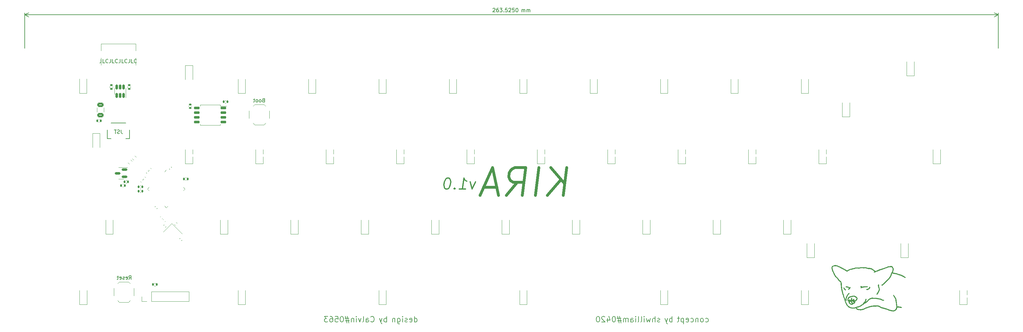
<source format=gbr>
%TF.GenerationSoftware,KiCad,Pcbnew,(7.0.0)*%
%TF.CreationDate,2023-05-22T00:36:48+02:00*%
%TF.ProjectId,kira,6b697261-2e6b-4696-9361-645f70636258,rev?*%
%TF.SameCoordinates,Original*%
%TF.FileFunction,Legend,Bot*%
%TF.FilePolarity,Positive*%
%FSLAX46Y46*%
G04 Gerber Fmt 4.6, Leading zero omitted, Abs format (unit mm)*
G04 Created by KiCad (PCBNEW (7.0.0)) date 2023-05-22 00:36:48*
%MOMM*%
%LPD*%
G01*
G04 APERTURE LIST*
G04 Aperture macros list*
%AMRoundRect*
0 Rectangle with rounded corners*
0 $1 Rounding radius*
0 $2 $3 $4 $5 $6 $7 $8 $9 X,Y pos of 4 corners*
0 Add a 4 corners polygon primitive as box body*
4,1,4,$2,$3,$4,$5,$6,$7,$8,$9,$2,$3,0*
0 Add four circle primitives for the rounded corners*
1,1,$1+$1,$2,$3*
1,1,$1+$1,$4,$5*
1,1,$1+$1,$6,$7*
1,1,$1+$1,$8,$9*
0 Add four rect primitives between the rounded corners*
20,1,$1+$1,$2,$3,$4,$5,0*
20,1,$1+$1,$4,$5,$6,$7,0*
20,1,$1+$1,$6,$7,$8,$9,0*
20,1,$1+$1,$8,$9,$2,$3,0*%
%AMRotRect*
0 Rectangle, with rotation*
0 The origin of the aperture is its center*
0 $1 length*
0 $2 width*
0 $3 Rotation angle, in degrees counterclockwise*
0 Add horizontal line*
21,1,$1,$2,0,0,$3*%
G04 Aperture macros list end*
%ADD10C,0.150000*%
%ADD11C,0.800000*%
%ADD12C,0.300000*%
%ADD13C,0.120000*%
%ADD14C,3.987800*%
%ADD15C,3.000000*%
%ADD16C,1.750000*%
%ADD17R,2.550000X2.500000*%
%ADD18C,3.048000*%
%ADD19R,1.700000X1.000000*%
%ADD20R,1.100000X1.100000*%
%ADD21RoundRect,0.140000X-0.140000X-0.170000X0.140000X-0.170000X0.140000X0.170000X-0.140000X0.170000X0*%
%ADD22RoundRect,0.140000X0.021213X-0.219203X0.219203X-0.021213X-0.021213X0.219203X-0.219203X0.021213X0*%
%ADD23R,1.200000X1.800000*%
%ADD24R,0.600000X1.550000*%
%ADD25RoundRect,0.200000X-0.335876X-0.053033X-0.053033X-0.335876X0.335876X0.053033X0.053033X0.335876X0*%
%ADD26RoundRect,0.135000X0.135000X0.185000X-0.135000X0.185000X-0.135000X-0.185000X0.135000X-0.185000X0*%
%ADD27RoundRect,0.150000X0.587500X0.150000X-0.587500X0.150000X-0.587500X-0.150000X0.587500X-0.150000X0*%
%ADD28RoundRect,0.150000X0.650000X0.150000X-0.650000X0.150000X-0.650000X-0.150000X0.650000X-0.150000X0*%
%ADD29RoundRect,0.140000X0.140000X0.170000X-0.140000X0.170000X-0.140000X-0.170000X0.140000X-0.170000X0*%
%ADD30RoundRect,0.140000X0.219203X0.021213X0.021213X0.219203X-0.219203X-0.021213X-0.021213X-0.219203X0*%
%ADD31RoundRect,0.140000X-0.021213X0.219203X-0.219203X0.021213X0.021213X-0.219203X0.219203X-0.021213X0*%
%ADD32C,0.650000*%
%ADD33R,0.600000X1.450000*%
%ADD34R,0.300000X1.450000*%
%ADD35O,1.000000X2.100000*%
%ADD36O,1.000000X1.600000*%
%ADD37RoundRect,0.135000X-0.185000X0.135000X-0.185000X-0.135000X0.185000X-0.135000X0.185000X0.135000X0*%
%ADD38RoundRect,0.050000X0.238649X0.309359X-0.309359X-0.238649X-0.238649X-0.309359X0.309359X0.238649X0*%
%ADD39RoundRect,0.050000X-0.238649X0.309359X-0.309359X0.238649X0.238649X-0.309359X0.309359X-0.238649X0*%
%ADD40RoundRect,0.144000X0.000000X2.059095X-2.059095X0.000000X0.000000X-2.059095X2.059095X0.000000X0*%
%ADD41R,1.700000X1.700000*%
%ADD42O,1.700000X1.700000*%
%ADD43RoundRect,0.140000X0.170000X-0.140000X0.170000X0.140000X-0.170000X0.140000X-0.170000X-0.140000X0*%
%ADD44RoundRect,0.135000X0.226274X0.035355X0.035355X0.226274X-0.226274X-0.035355X-0.035355X-0.226274X0*%
%ADD45RoundRect,0.250000X-0.625000X0.375000X-0.625000X-0.375000X0.625000X-0.375000X0.625000X0.375000X0*%
%ADD46RotRect,1.400000X1.200000X315.000000*%
%ADD47RoundRect,0.150000X0.150000X-0.512500X0.150000X0.512500X-0.150000X0.512500X-0.150000X-0.512500X0*%
G04 APERTURE END LIST*
D10*
X82076002Y-50080335D02*
X81933145Y-50127954D01*
X81933145Y-50127954D02*
X81885526Y-50175573D01*
X81885526Y-50175573D02*
X81837907Y-50270811D01*
X81837907Y-50270811D02*
X81837907Y-50413668D01*
X81837907Y-50413668D02*
X81885526Y-50508906D01*
X81885526Y-50508906D02*
X81933145Y-50556525D01*
X81933145Y-50556525D02*
X82028383Y-50604144D01*
X82028383Y-50604144D02*
X82409335Y-50604144D01*
X82409335Y-50604144D02*
X82409335Y-49604144D01*
X82409335Y-49604144D02*
X82076002Y-49604144D01*
X82076002Y-49604144D02*
X81980764Y-49651764D01*
X81980764Y-49651764D02*
X81933145Y-49699383D01*
X81933145Y-49699383D02*
X81885526Y-49794621D01*
X81885526Y-49794621D02*
X81885526Y-49889859D01*
X81885526Y-49889859D02*
X81933145Y-49985097D01*
X81933145Y-49985097D02*
X81980764Y-50032716D01*
X81980764Y-50032716D02*
X82076002Y-50080335D01*
X82076002Y-50080335D02*
X82409335Y-50080335D01*
X81266478Y-50604144D02*
X81361716Y-50556525D01*
X81361716Y-50556525D02*
X81409335Y-50508906D01*
X81409335Y-50508906D02*
X81456954Y-50413668D01*
X81456954Y-50413668D02*
X81456954Y-50127954D01*
X81456954Y-50127954D02*
X81409335Y-50032716D01*
X81409335Y-50032716D02*
X81361716Y-49985097D01*
X81361716Y-49985097D02*
X81266478Y-49937478D01*
X81266478Y-49937478D02*
X81123621Y-49937478D01*
X81123621Y-49937478D02*
X81028383Y-49985097D01*
X81028383Y-49985097D02*
X80980764Y-50032716D01*
X80980764Y-50032716D02*
X80933145Y-50127954D01*
X80933145Y-50127954D02*
X80933145Y-50413668D01*
X80933145Y-50413668D02*
X80980764Y-50508906D01*
X80980764Y-50508906D02*
X81028383Y-50556525D01*
X81028383Y-50556525D02*
X81123621Y-50604144D01*
X81123621Y-50604144D02*
X81266478Y-50604144D01*
X80361716Y-50604144D02*
X80456954Y-50556525D01*
X80456954Y-50556525D02*
X80504573Y-50508906D01*
X80504573Y-50508906D02*
X80552192Y-50413668D01*
X80552192Y-50413668D02*
X80552192Y-50127954D01*
X80552192Y-50127954D02*
X80504573Y-50032716D01*
X80504573Y-50032716D02*
X80456954Y-49985097D01*
X80456954Y-49985097D02*
X80361716Y-49937478D01*
X80361716Y-49937478D02*
X80218859Y-49937478D01*
X80218859Y-49937478D02*
X80123621Y-49985097D01*
X80123621Y-49985097D02*
X80076002Y-50032716D01*
X80076002Y-50032716D02*
X80028383Y-50127954D01*
X80028383Y-50127954D02*
X80028383Y-50413668D01*
X80028383Y-50413668D02*
X80076002Y-50508906D01*
X80076002Y-50508906D02*
X80123621Y-50556525D01*
X80123621Y-50556525D02*
X80218859Y-50604144D01*
X80218859Y-50604144D02*
X80361716Y-50604144D01*
X79742668Y-49937478D02*
X79361716Y-49937478D01*
X79599811Y-49604144D02*
X79599811Y-50461287D01*
X79599811Y-50461287D02*
X79552192Y-50556525D01*
X79552192Y-50556525D02*
X79456954Y-50604144D01*
X79456954Y-50604144D02*
X79361716Y-50604144D01*
X201724999Y-110017142D02*
X201867856Y-110088571D01*
X201867856Y-110088571D02*
X202153570Y-110088571D01*
X202153570Y-110088571D02*
X202296427Y-110017142D01*
X202296427Y-110017142D02*
X202367856Y-109945714D01*
X202367856Y-109945714D02*
X202439284Y-109802857D01*
X202439284Y-109802857D02*
X202439284Y-109374285D01*
X202439284Y-109374285D02*
X202367856Y-109231428D01*
X202367856Y-109231428D02*
X202296427Y-109160000D01*
X202296427Y-109160000D02*
X202153570Y-109088571D01*
X202153570Y-109088571D02*
X201867856Y-109088571D01*
X201867856Y-109088571D02*
X201724999Y-109160000D01*
X200867856Y-110088571D02*
X201010713Y-110017142D01*
X201010713Y-110017142D02*
X201082142Y-109945714D01*
X201082142Y-109945714D02*
X201153570Y-109802857D01*
X201153570Y-109802857D02*
X201153570Y-109374285D01*
X201153570Y-109374285D02*
X201082142Y-109231428D01*
X201082142Y-109231428D02*
X201010713Y-109160000D01*
X201010713Y-109160000D02*
X200867856Y-109088571D01*
X200867856Y-109088571D02*
X200653570Y-109088571D01*
X200653570Y-109088571D02*
X200510713Y-109160000D01*
X200510713Y-109160000D02*
X200439285Y-109231428D01*
X200439285Y-109231428D02*
X200367856Y-109374285D01*
X200367856Y-109374285D02*
X200367856Y-109802857D01*
X200367856Y-109802857D02*
X200439285Y-109945714D01*
X200439285Y-109945714D02*
X200510713Y-110017142D01*
X200510713Y-110017142D02*
X200653570Y-110088571D01*
X200653570Y-110088571D02*
X200867856Y-110088571D01*
X199724999Y-109088571D02*
X199724999Y-110088571D01*
X199724999Y-109231428D02*
X199653570Y-109160000D01*
X199653570Y-109160000D02*
X199510713Y-109088571D01*
X199510713Y-109088571D02*
X199296427Y-109088571D01*
X199296427Y-109088571D02*
X199153570Y-109160000D01*
X199153570Y-109160000D02*
X199082142Y-109302857D01*
X199082142Y-109302857D02*
X199082142Y-110088571D01*
X197724999Y-110017142D02*
X197867856Y-110088571D01*
X197867856Y-110088571D02*
X198153570Y-110088571D01*
X198153570Y-110088571D02*
X198296427Y-110017142D01*
X198296427Y-110017142D02*
X198367856Y-109945714D01*
X198367856Y-109945714D02*
X198439284Y-109802857D01*
X198439284Y-109802857D02*
X198439284Y-109374285D01*
X198439284Y-109374285D02*
X198367856Y-109231428D01*
X198367856Y-109231428D02*
X198296427Y-109160000D01*
X198296427Y-109160000D02*
X198153570Y-109088571D01*
X198153570Y-109088571D02*
X197867856Y-109088571D01*
X197867856Y-109088571D02*
X197724999Y-109160000D01*
X196510713Y-110017142D02*
X196653570Y-110088571D01*
X196653570Y-110088571D02*
X196939285Y-110088571D01*
X196939285Y-110088571D02*
X197082142Y-110017142D01*
X197082142Y-110017142D02*
X197153570Y-109874285D01*
X197153570Y-109874285D02*
X197153570Y-109302857D01*
X197153570Y-109302857D02*
X197082142Y-109160000D01*
X197082142Y-109160000D02*
X196939285Y-109088571D01*
X196939285Y-109088571D02*
X196653570Y-109088571D01*
X196653570Y-109088571D02*
X196510713Y-109160000D01*
X196510713Y-109160000D02*
X196439285Y-109302857D01*
X196439285Y-109302857D02*
X196439285Y-109445714D01*
X196439285Y-109445714D02*
X197153570Y-109588571D01*
X195796428Y-109088571D02*
X195796428Y-110588571D01*
X195796428Y-109160000D02*
X195653571Y-109088571D01*
X195653571Y-109088571D02*
X195367856Y-109088571D01*
X195367856Y-109088571D02*
X195224999Y-109160000D01*
X195224999Y-109160000D02*
X195153571Y-109231428D01*
X195153571Y-109231428D02*
X195082142Y-109374285D01*
X195082142Y-109374285D02*
X195082142Y-109802857D01*
X195082142Y-109802857D02*
X195153571Y-109945714D01*
X195153571Y-109945714D02*
X195224999Y-110017142D01*
X195224999Y-110017142D02*
X195367856Y-110088571D01*
X195367856Y-110088571D02*
X195653571Y-110088571D01*
X195653571Y-110088571D02*
X195796428Y-110017142D01*
X194653570Y-109088571D02*
X194082142Y-109088571D01*
X194439285Y-108588571D02*
X194439285Y-109874285D01*
X194439285Y-109874285D02*
X194367856Y-110017142D01*
X194367856Y-110017142D02*
X194224999Y-110088571D01*
X194224999Y-110088571D02*
X194082142Y-110088571D01*
X192682142Y-110088571D02*
X192682142Y-108588571D01*
X192682142Y-109160000D02*
X192539285Y-109088571D01*
X192539285Y-109088571D02*
X192253570Y-109088571D01*
X192253570Y-109088571D02*
X192110713Y-109160000D01*
X192110713Y-109160000D02*
X192039285Y-109231428D01*
X192039285Y-109231428D02*
X191967856Y-109374285D01*
X191967856Y-109374285D02*
X191967856Y-109802857D01*
X191967856Y-109802857D02*
X192039285Y-109945714D01*
X192039285Y-109945714D02*
X192110713Y-110017142D01*
X192110713Y-110017142D02*
X192253570Y-110088571D01*
X192253570Y-110088571D02*
X192539285Y-110088571D01*
X192539285Y-110088571D02*
X192682142Y-110017142D01*
X191467856Y-109088571D02*
X191110713Y-110088571D01*
X190753570Y-109088571D02*
X191110713Y-110088571D01*
X191110713Y-110088571D02*
X191253570Y-110445714D01*
X191253570Y-110445714D02*
X191324999Y-110517142D01*
X191324999Y-110517142D02*
X191467856Y-110588571D01*
X189353570Y-110017142D02*
X189210713Y-110088571D01*
X189210713Y-110088571D02*
X188924999Y-110088571D01*
X188924999Y-110088571D02*
X188782142Y-110017142D01*
X188782142Y-110017142D02*
X188710713Y-109874285D01*
X188710713Y-109874285D02*
X188710713Y-109802857D01*
X188710713Y-109802857D02*
X188782142Y-109660000D01*
X188782142Y-109660000D02*
X188924999Y-109588571D01*
X188924999Y-109588571D02*
X189139285Y-109588571D01*
X189139285Y-109588571D02*
X189282142Y-109517142D01*
X189282142Y-109517142D02*
X189353570Y-109374285D01*
X189353570Y-109374285D02*
X189353570Y-109302857D01*
X189353570Y-109302857D02*
X189282142Y-109160000D01*
X189282142Y-109160000D02*
X189139285Y-109088571D01*
X189139285Y-109088571D02*
X188924999Y-109088571D01*
X188924999Y-109088571D02*
X188782142Y-109160000D01*
X188067856Y-110088571D02*
X188067856Y-108588571D01*
X187424999Y-110088571D02*
X187424999Y-109302857D01*
X187424999Y-109302857D02*
X187496427Y-109160000D01*
X187496427Y-109160000D02*
X187639284Y-109088571D01*
X187639284Y-109088571D02*
X187853570Y-109088571D01*
X187853570Y-109088571D02*
X187996427Y-109160000D01*
X187996427Y-109160000D02*
X188067856Y-109231428D01*
X186853570Y-109088571D02*
X186567856Y-110088571D01*
X186567856Y-110088571D02*
X186282141Y-109374285D01*
X186282141Y-109374285D02*
X185996427Y-110088571D01*
X185996427Y-110088571D02*
X185710713Y-109088571D01*
X185139284Y-110088571D02*
X185139284Y-109088571D01*
X185139284Y-108588571D02*
X185210712Y-108660000D01*
X185210712Y-108660000D02*
X185139284Y-108731428D01*
X185139284Y-108731428D02*
X185067855Y-108660000D01*
X185067855Y-108660000D02*
X185139284Y-108588571D01*
X185139284Y-108588571D02*
X185139284Y-108731428D01*
X184210712Y-110088571D02*
X184353569Y-110017142D01*
X184353569Y-110017142D02*
X184424998Y-109874285D01*
X184424998Y-109874285D02*
X184424998Y-108588571D01*
X183424998Y-110088571D02*
X183567855Y-110017142D01*
X183567855Y-110017142D02*
X183639284Y-109874285D01*
X183639284Y-109874285D02*
X183639284Y-108588571D01*
X182853570Y-110088571D02*
X182853570Y-109088571D01*
X182853570Y-108588571D02*
X182924998Y-108660000D01*
X182924998Y-108660000D02*
X182853570Y-108731428D01*
X182853570Y-108731428D02*
X182782141Y-108660000D01*
X182782141Y-108660000D02*
X182853570Y-108588571D01*
X182853570Y-108588571D02*
X182853570Y-108731428D01*
X181496427Y-110088571D02*
X181496427Y-109302857D01*
X181496427Y-109302857D02*
X181567855Y-109160000D01*
X181567855Y-109160000D02*
X181710712Y-109088571D01*
X181710712Y-109088571D02*
X181996427Y-109088571D01*
X181996427Y-109088571D02*
X182139284Y-109160000D01*
X181496427Y-110017142D02*
X181639284Y-110088571D01*
X181639284Y-110088571D02*
X181996427Y-110088571D01*
X181996427Y-110088571D02*
X182139284Y-110017142D01*
X182139284Y-110017142D02*
X182210712Y-109874285D01*
X182210712Y-109874285D02*
X182210712Y-109731428D01*
X182210712Y-109731428D02*
X182139284Y-109588571D01*
X182139284Y-109588571D02*
X181996427Y-109517142D01*
X181996427Y-109517142D02*
X181639284Y-109517142D01*
X181639284Y-109517142D02*
X181496427Y-109445714D01*
X180782141Y-110088571D02*
X180782141Y-109088571D01*
X180782141Y-109231428D02*
X180710712Y-109160000D01*
X180710712Y-109160000D02*
X180567855Y-109088571D01*
X180567855Y-109088571D02*
X180353569Y-109088571D01*
X180353569Y-109088571D02*
X180210712Y-109160000D01*
X180210712Y-109160000D02*
X180139284Y-109302857D01*
X180139284Y-109302857D02*
X180139284Y-110088571D01*
X180139284Y-109302857D02*
X180067855Y-109160000D01*
X180067855Y-109160000D02*
X179924998Y-109088571D01*
X179924998Y-109088571D02*
X179710712Y-109088571D01*
X179710712Y-109088571D02*
X179567855Y-109160000D01*
X179567855Y-109160000D02*
X179496426Y-109302857D01*
X179496426Y-109302857D02*
X179496426Y-110088571D01*
X178853569Y-109088571D02*
X177782141Y-109088571D01*
X178424998Y-108445714D02*
X178853569Y-110374285D01*
X177924998Y-109731428D02*
X178996426Y-109731428D01*
X178353569Y-110374285D02*
X177924998Y-108445714D01*
X176996426Y-108588571D02*
X176853569Y-108588571D01*
X176853569Y-108588571D02*
X176710712Y-108660000D01*
X176710712Y-108660000D02*
X176639284Y-108731428D01*
X176639284Y-108731428D02*
X176567855Y-108874285D01*
X176567855Y-108874285D02*
X176496426Y-109160000D01*
X176496426Y-109160000D02*
X176496426Y-109517142D01*
X176496426Y-109517142D02*
X176567855Y-109802857D01*
X176567855Y-109802857D02*
X176639284Y-109945714D01*
X176639284Y-109945714D02*
X176710712Y-110017142D01*
X176710712Y-110017142D02*
X176853569Y-110088571D01*
X176853569Y-110088571D02*
X176996426Y-110088571D01*
X176996426Y-110088571D02*
X177139284Y-110017142D01*
X177139284Y-110017142D02*
X177210712Y-109945714D01*
X177210712Y-109945714D02*
X177282141Y-109802857D01*
X177282141Y-109802857D02*
X177353569Y-109517142D01*
X177353569Y-109517142D02*
X177353569Y-109160000D01*
X177353569Y-109160000D02*
X177282141Y-108874285D01*
X177282141Y-108874285D02*
X177210712Y-108731428D01*
X177210712Y-108731428D02*
X177139284Y-108660000D01*
X177139284Y-108660000D02*
X176996426Y-108588571D01*
X175210713Y-109088571D02*
X175210713Y-110088571D01*
X175567855Y-108517142D02*
X175924998Y-109588571D01*
X175924998Y-109588571D02*
X174996427Y-109588571D01*
X174496427Y-108731428D02*
X174424999Y-108660000D01*
X174424999Y-108660000D02*
X174282142Y-108588571D01*
X174282142Y-108588571D02*
X173924999Y-108588571D01*
X173924999Y-108588571D02*
X173782142Y-108660000D01*
X173782142Y-108660000D02*
X173710713Y-108731428D01*
X173710713Y-108731428D02*
X173639284Y-108874285D01*
X173639284Y-108874285D02*
X173639284Y-109017142D01*
X173639284Y-109017142D02*
X173710713Y-109231428D01*
X173710713Y-109231428D02*
X174567856Y-110088571D01*
X174567856Y-110088571D02*
X173639284Y-110088571D01*
X172710713Y-108588571D02*
X172567856Y-108588571D01*
X172567856Y-108588571D02*
X172424999Y-108660000D01*
X172424999Y-108660000D02*
X172353571Y-108731428D01*
X172353571Y-108731428D02*
X172282142Y-108874285D01*
X172282142Y-108874285D02*
X172210713Y-109160000D01*
X172210713Y-109160000D02*
X172210713Y-109517142D01*
X172210713Y-109517142D02*
X172282142Y-109802857D01*
X172282142Y-109802857D02*
X172353571Y-109945714D01*
X172353571Y-109945714D02*
X172424999Y-110017142D01*
X172424999Y-110017142D02*
X172567856Y-110088571D01*
X172567856Y-110088571D02*
X172710713Y-110088571D01*
X172710713Y-110088571D02*
X172853571Y-110017142D01*
X172853571Y-110017142D02*
X172924999Y-109945714D01*
X172924999Y-109945714D02*
X172996428Y-109802857D01*
X172996428Y-109802857D02*
X173067856Y-109517142D01*
X173067856Y-109517142D02*
X173067856Y-109160000D01*
X173067856Y-109160000D02*
X172996428Y-108874285D01*
X172996428Y-108874285D02*
X172924999Y-108731428D01*
X172924999Y-108731428D02*
X172853571Y-108660000D01*
X172853571Y-108660000D02*
X172710713Y-108588571D01*
X122953571Y-110088571D02*
X122953571Y-108588571D01*
X122953571Y-110017142D02*
X123096428Y-110088571D01*
X123096428Y-110088571D02*
X123382142Y-110088571D01*
X123382142Y-110088571D02*
X123524999Y-110017142D01*
X123524999Y-110017142D02*
X123596428Y-109945714D01*
X123596428Y-109945714D02*
X123667856Y-109802857D01*
X123667856Y-109802857D02*
X123667856Y-109374285D01*
X123667856Y-109374285D02*
X123596428Y-109231428D01*
X123596428Y-109231428D02*
X123524999Y-109160000D01*
X123524999Y-109160000D02*
X123382142Y-109088571D01*
X123382142Y-109088571D02*
X123096428Y-109088571D01*
X123096428Y-109088571D02*
X122953571Y-109160000D01*
X121667856Y-110017142D02*
X121810713Y-110088571D01*
X121810713Y-110088571D02*
X122096428Y-110088571D01*
X122096428Y-110088571D02*
X122239285Y-110017142D01*
X122239285Y-110017142D02*
X122310713Y-109874285D01*
X122310713Y-109874285D02*
X122310713Y-109302857D01*
X122310713Y-109302857D02*
X122239285Y-109160000D01*
X122239285Y-109160000D02*
X122096428Y-109088571D01*
X122096428Y-109088571D02*
X121810713Y-109088571D01*
X121810713Y-109088571D02*
X121667856Y-109160000D01*
X121667856Y-109160000D02*
X121596428Y-109302857D01*
X121596428Y-109302857D02*
X121596428Y-109445714D01*
X121596428Y-109445714D02*
X122310713Y-109588571D01*
X121024999Y-110017142D02*
X120882142Y-110088571D01*
X120882142Y-110088571D02*
X120596428Y-110088571D01*
X120596428Y-110088571D02*
X120453571Y-110017142D01*
X120453571Y-110017142D02*
X120382142Y-109874285D01*
X120382142Y-109874285D02*
X120382142Y-109802857D01*
X120382142Y-109802857D02*
X120453571Y-109660000D01*
X120453571Y-109660000D02*
X120596428Y-109588571D01*
X120596428Y-109588571D02*
X120810714Y-109588571D01*
X120810714Y-109588571D02*
X120953571Y-109517142D01*
X120953571Y-109517142D02*
X121024999Y-109374285D01*
X121024999Y-109374285D02*
X121024999Y-109302857D01*
X121024999Y-109302857D02*
X120953571Y-109160000D01*
X120953571Y-109160000D02*
X120810714Y-109088571D01*
X120810714Y-109088571D02*
X120596428Y-109088571D01*
X120596428Y-109088571D02*
X120453571Y-109160000D01*
X119739285Y-110088571D02*
X119739285Y-109088571D01*
X119739285Y-108588571D02*
X119810713Y-108660000D01*
X119810713Y-108660000D02*
X119739285Y-108731428D01*
X119739285Y-108731428D02*
X119667856Y-108660000D01*
X119667856Y-108660000D02*
X119739285Y-108588571D01*
X119739285Y-108588571D02*
X119739285Y-108731428D01*
X118382142Y-109088571D02*
X118382142Y-110302857D01*
X118382142Y-110302857D02*
X118453570Y-110445714D01*
X118453570Y-110445714D02*
X118524999Y-110517142D01*
X118524999Y-110517142D02*
X118667856Y-110588571D01*
X118667856Y-110588571D02*
X118882142Y-110588571D01*
X118882142Y-110588571D02*
X119024999Y-110517142D01*
X118382142Y-110017142D02*
X118524999Y-110088571D01*
X118524999Y-110088571D02*
X118810713Y-110088571D01*
X118810713Y-110088571D02*
X118953570Y-110017142D01*
X118953570Y-110017142D02*
X119024999Y-109945714D01*
X119024999Y-109945714D02*
X119096427Y-109802857D01*
X119096427Y-109802857D02*
X119096427Y-109374285D01*
X119096427Y-109374285D02*
X119024999Y-109231428D01*
X119024999Y-109231428D02*
X118953570Y-109160000D01*
X118953570Y-109160000D02*
X118810713Y-109088571D01*
X118810713Y-109088571D02*
X118524999Y-109088571D01*
X118524999Y-109088571D02*
X118382142Y-109160000D01*
X117667856Y-109088571D02*
X117667856Y-110088571D01*
X117667856Y-109231428D02*
X117596427Y-109160000D01*
X117596427Y-109160000D02*
X117453570Y-109088571D01*
X117453570Y-109088571D02*
X117239284Y-109088571D01*
X117239284Y-109088571D02*
X117096427Y-109160000D01*
X117096427Y-109160000D02*
X117024999Y-109302857D01*
X117024999Y-109302857D02*
X117024999Y-110088571D01*
X115410713Y-110088571D02*
X115410713Y-108588571D01*
X115410713Y-109160000D02*
X115267856Y-109088571D01*
X115267856Y-109088571D02*
X114982141Y-109088571D01*
X114982141Y-109088571D02*
X114839284Y-109160000D01*
X114839284Y-109160000D02*
X114767856Y-109231428D01*
X114767856Y-109231428D02*
X114696427Y-109374285D01*
X114696427Y-109374285D02*
X114696427Y-109802857D01*
X114696427Y-109802857D02*
X114767856Y-109945714D01*
X114767856Y-109945714D02*
X114839284Y-110017142D01*
X114839284Y-110017142D02*
X114982141Y-110088571D01*
X114982141Y-110088571D02*
X115267856Y-110088571D01*
X115267856Y-110088571D02*
X115410713Y-110017142D01*
X114196427Y-109088571D02*
X113839284Y-110088571D01*
X113482141Y-109088571D02*
X113839284Y-110088571D01*
X113839284Y-110088571D02*
X113982141Y-110445714D01*
X113982141Y-110445714D02*
X114053570Y-110517142D01*
X114053570Y-110517142D02*
X114196427Y-110588571D01*
X111153570Y-109945714D02*
X111224998Y-110017142D01*
X111224998Y-110017142D02*
X111439284Y-110088571D01*
X111439284Y-110088571D02*
X111582141Y-110088571D01*
X111582141Y-110088571D02*
X111796427Y-110017142D01*
X111796427Y-110017142D02*
X111939284Y-109874285D01*
X111939284Y-109874285D02*
X112010713Y-109731428D01*
X112010713Y-109731428D02*
X112082141Y-109445714D01*
X112082141Y-109445714D02*
X112082141Y-109231428D01*
X112082141Y-109231428D02*
X112010713Y-108945714D01*
X112010713Y-108945714D02*
X111939284Y-108802857D01*
X111939284Y-108802857D02*
X111796427Y-108660000D01*
X111796427Y-108660000D02*
X111582141Y-108588571D01*
X111582141Y-108588571D02*
X111439284Y-108588571D01*
X111439284Y-108588571D02*
X111224998Y-108660000D01*
X111224998Y-108660000D02*
X111153570Y-108731428D01*
X109867856Y-110088571D02*
X109867856Y-109302857D01*
X109867856Y-109302857D02*
X109939284Y-109160000D01*
X109939284Y-109160000D02*
X110082141Y-109088571D01*
X110082141Y-109088571D02*
X110367856Y-109088571D01*
X110367856Y-109088571D02*
X110510713Y-109160000D01*
X109867856Y-110017142D02*
X110010713Y-110088571D01*
X110010713Y-110088571D02*
X110367856Y-110088571D01*
X110367856Y-110088571D02*
X110510713Y-110017142D01*
X110510713Y-110017142D02*
X110582141Y-109874285D01*
X110582141Y-109874285D02*
X110582141Y-109731428D01*
X110582141Y-109731428D02*
X110510713Y-109588571D01*
X110510713Y-109588571D02*
X110367856Y-109517142D01*
X110367856Y-109517142D02*
X110010713Y-109517142D01*
X110010713Y-109517142D02*
X109867856Y-109445714D01*
X108939284Y-110088571D02*
X109082141Y-110017142D01*
X109082141Y-110017142D02*
X109153570Y-109874285D01*
X109153570Y-109874285D02*
X109153570Y-108588571D01*
X108510713Y-109088571D02*
X108153570Y-110088571D01*
X108153570Y-110088571D02*
X107796427Y-109088571D01*
X107224999Y-110088571D02*
X107224999Y-109088571D01*
X107224999Y-108588571D02*
X107296427Y-108660000D01*
X107296427Y-108660000D02*
X107224999Y-108731428D01*
X107224999Y-108731428D02*
X107153570Y-108660000D01*
X107153570Y-108660000D02*
X107224999Y-108588571D01*
X107224999Y-108588571D02*
X107224999Y-108731428D01*
X106510713Y-109088571D02*
X106510713Y-110088571D01*
X106510713Y-109231428D02*
X106439284Y-109160000D01*
X106439284Y-109160000D02*
X106296427Y-109088571D01*
X106296427Y-109088571D02*
X106082141Y-109088571D01*
X106082141Y-109088571D02*
X105939284Y-109160000D01*
X105939284Y-109160000D02*
X105867856Y-109302857D01*
X105867856Y-109302857D02*
X105867856Y-110088571D01*
X105224998Y-109088571D02*
X104153570Y-109088571D01*
X104796427Y-108445714D02*
X105224998Y-110374285D01*
X104296427Y-109731428D02*
X105367855Y-109731428D01*
X104724998Y-110374285D02*
X104296427Y-108445714D01*
X103367855Y-108588571D02*
X103224998Y-108588571D01*
X103224998Y-108588571D02*
X103082141Y-108660000D01*
X103082141Y-108660000D02*
X103010713Y-108731428D01*
X103010713Y-108731428D02*
X102939284Y-108874285D01*
X102939284Y-108874285D02*
X102867855Y-109160000D01*
X102867855Y-109160000D02*
X102867855Y-109517142D01*
X102867855Y-109517142D02*
X102939284Y-109802857D01*
X102939284Y-109802857D02*
X103010713Y-109945714D01*
X103010713Y-109945714D02*
X103082141Y-110017142D01*
X103082141Y-110017142D02*
X103224998Y-110088571D01*
X103224998Y-110088571D02*
X103367855Y-110088571D01*
X103367855Y-110088571D02*
X103510713Y-110017142D01*
X103510713Y-110017142D02*
X103582141Y-109945714D01*
X103582141Y-109945714D02*
X103653570Y-109802857D01*
X103653570Y-109802857D02*
X103724998Y-109517142D01*
X103724998Y-109517142D02*
X103724998Y-109160000D01*
X103724998Y-109160000D02*
X103653570Y-108874285D01*
X103653570Y-108874285D02*
X103582141Y-108731428D01*
X103582141Y-108731428D02*
X103510713Y-108660000D01*
X103510713Y-108660000D02*
X103367855Y-108588571D01*
X101510713Y-108588571D02*
X102224999Y-108588571D01*
X102224999Y-108588571D02*
X102296427Y-109302857D01*
X102296427Y-109302857D02*
X102224999Y-109231428D01*
X102224999Y-109231428D02*
X102082142Y-109160000D01*
X102082142Y-109160000D02*
X101724999Y-109160000D01*
X101724999Y-109160000D02*
X101582142Y-109231428D01*
X101582142Y-109231428D02*
X101510713Y-109302857D01*
X101510713Y-109302857D02*
X101439284Y-109445714D01*
X101439284Y-109445714D02*
X101439284Y-109802857D01*
X101439284Y-109802857D02*
X101510713Y-109945714D01*
X101510713Y-109945714D02*
X101582142Y-110017142D01*
X101582142Y-110017142D02*
X101724999Y-110088571D01*
X101724999Y-110088571D02*
X102082142Y-110088571D01*
X102082142Y-110088571D02*
X102224999Y-110017142D01*
X102224999Y-110017142D02*
X102296427Y-109945714D01*
X100153571Y-108588571D02*
X100439285Y-108588571D01*
X100439285Y-108588571D02*
X100582142Y-108660000D01*
X100582142Y-108660000D02*
X100653571Y-108731428D01*
X100653571Y-108731428D02*
X100796428Y-108945714D01*
X100796428Y-108945714D02*
X100867856Y-109231428D01*
X100867856Y-109231428D02*
X100867856Y-109802857D01*
X100867856Y-109802857D02*
X100796428Y-109945714D01*
X100796428Y-109945714D02*
X100724999Y-110017142D01*
X100724999Y-110017142D02*
X100582142Y-110088571D01*
X100582142Y-110088571D02*
X100296428Y-110088571D01*
X100296428Y-110088571D02*
X100153571Y-110017142D01*
X100153571Y-110017142D02*
X100082142Y-109945714D01*
X100082142Y-109945714D02*
X100010713Y-109802857D01*
X100010713Y-109802857D02*
X100010713Y-109445714D01*
X100010713Y-109445714D02*
X100082142Y-109302857D01*
X100082142Y-109302857D02*
X100153571Y-109231428D01*
X100153571Y-109231428D02*
X100296428Y-109160000D01*
X100296428Y-109160000D02*
X100582142Y-109160000D01*
X100582142Y-109160000D02*
X100724999Y-109231428D01*
X100724999Y-109231428D02*
X100796428Y-109302857D01*
X100796428Y-109302857D02*
X100867856Y-109445714D01*
X99510714Y-108588571D02*
X98582142Y-108588571D01*
X98582142Y-108588571D02*
X99082142Y-109160000D01*
X99082142Y-109160000D02*
X98867857Y-109160000D01*
X98867857Y-109160000D02*
X98725000Y-109231428D01*
X98725000Y-109231428D02*
X98653571Y-109302857D01*
X98653571Y-109302857D02*
X98582142Y-109445714D01*
X98582142Y-109445714D02*
X98582142Y-109802857D01*
X98582142Y-109802857D02*
X98653571Y-109945714D01*
X98653571Y-109945714D02*
X98725000Y-110017142D01*
X98725000Y-110017142D02*
X98867857Y-110088571D01*
X98867857Y-110088571D02*
X99296428Y-110088571D01*
X99296428Y-110088571D02*
X99439285Y-110017142D01*
X99439285Y-110017142D02*
X99510714Y-109945714D01*
D11*
X163158928Y-75780357D02*
X164096428Y-68280357D01*
X158873214Y-75780357D02*
X162623214Y-71494642D01*
X159810714Y-68280357D02*
X163560714Y-72566071D01*
X155658928Y-75780357D02*
X156596428Y-68280357D01*
X147801785Y-75780357D02*
X150748213Y-72208928D01*
X152087499Y-75780357D02*
X153024999Y-68280357D01*
X153024999Y-68280357D02*
X150167856Y-68280357D01*
X150167856Y-68280357D02*
X149408928Y-68637500D01*
X149408928Y-68637500D02*
X149007142Y-68994642D01*
X149007142Y-68994642D02*
X148560713Y-69708928D01*
X148560713Y-69708928D02*
X148426785Y-70780357D01*
X148426785Y-70780357D02*
X148694642Y-71494642D01*
X148694642Y-71494642D02*
X149007142Y-71851785D01*
X149007142Y-71851785D02*
X149676785Y-72208928D01*
X149676785Y-72208928D02*
X152533928Y-72208928D01*
X145212499Y-73637500D02*
X141641071Y-73637500D01*
X145658928Y-75780357D02*
X144096428Y-68280357D01*
X144096428Y-68280357D02*
X140658928Y-75780357D01*
D12*
X139491070Y-72127142D02*
X138526785Y-74127142D01*
X138526785Y-74127142D02*
X138062499Y-72127142D01*
X135098213Y-74127142D02*
X136812499Y-74127142D01*
X135955356Y-74127142D02*
X136330356Y-71127142D01*
X136330356Y-71127142D02*
X136562499Y-71555714D01*
X136562499Y-71555714D02*
X136812499Y-71841428D01*
X136812499Y-71841428D02*
X137080356Y-71984285D01*
X133848213Y-73841428D02*
X133687499Y-73984285D01*
X133687499Y-73984285D02*
X133812499Y-74127142D01*
X133812499Y-74127142D02*
X133973213Y-73984285D01*
X133973213Y-73984285D02*
X133848213Y-73841428D01*
X133848213Y-73841428D02*
X133812499Y-74127142D01*
X132187499Y-71127142D02*
X131901785Y-71127142D01*
X131901785Y-71127142D02*
X131598214Y-71270000D01*
X131598214Y-71270000D02*
X131437499Y-71412857D01*
X131437499Y-71412857D02*
X131258928Y-71698571D01*
X131258928Y-71698571D02*
X131044642Y-72270000D01*
X131044642Y-72270000D02*
X130955357Y-72984285D01*
X130955357Y-72984285D02*
X131026785Y-73555714D01*
X131026785Y-73555714D02*
X131133928Y-73841428D01*
X131133928Y-73841428D02*
X131258928Y-73984285D01*
X131258928Y-73984285D02*
X131526785Y-74127142D01*
X131526785Y-74127142D02*
X131812499Y-74127142D01*
X131812499Y-74127142D02*
X132116071Y-73984285D01*
X132116071Y-73984285D02*
X132276785Y-73841428D01*
X132276785Y-73841428D02*
X132455357Y-73555714D01*
X132455357Y-73555714D02*
X132669642Y-72984285D01*
X132669642Y-72984285D02*
X132758928Y-72270000D01*
X132758928Y-72270000D02*
X132687499Y-71698571D01*
X132687499Y-71698571D02*
X132580357Y-71412857D01*
X132580357Y-71412857D02*
X132455357Y-71270000D01*
X132455357Y-71270000D02*
X132187499Y-71127142D01*
D10*
X38179951Y-38991380D02*
X38179951Y-39705666D01*
X38179951Y-39705666D02*
X38132332Y-39848523D01*
X38132332Y-39848523D02*
X38037094Y-39943761D01*
X38037094Y-39943761D02*
X37894237Y-39991380D01*
X37894237Y-39991380D02*
X37798999Y-39991380D01*
X39132332Y-39991380D02*
X38656142Y-39991380D01*
X38656142Y-39991380D02*
X38656142Y-38991380D01*
X40037094Y-39896142D02*
X39989475Y-39943761D01*
X39989475Y-39943761D02*
X39846618Y-39991380D01*
X39846618Y-39991380D02*
X39751380Y-39991380D01*
X39751380Y-39991380D02*
X39608523Y-39943761D01*
X39608523Y-39943761D02*
X39513285Y-39848523D01*
X39513285Y-39848523D02*
X39465666Y-39753285D01*
X39465666Y-39753285D02*
X39418047Y-39562809D01*
X39418047Y-39562809D02*
X39418047Y-39419952D01*
X39418047Y-39419952D02*
X39465666Y-39229476D01*
X39465666Y-39229476D02*
X39513285Y-39134238D01*
X39513285Y-39134238D02*
X39608523Y-39039000D01*
X39608523Y-39039000D02*
X39751380Y-38991380D01*
X39751380Y-38991380D02*
X39846618Y-38991380D01*
X39846618Y-38991380D02*
X39989475Y-39039000D01*
X39989475Y-39039000D02*
X40037094Y-39086619D01*
X40751380Y-38991380D02*
X40751380Y-39705666D01*
X40751380Y-39705666D02*
X40703761Y-39848523D01*
X40703761Y-39848523D02*
X40608523Y-39943761D01*
X40608523Y-39943761D02*
X40465666Y-39991380D01*
X40465666Y-39991380D02*
X40370428Y-39991380D01*
X41703761Y-39991380D02*
X41227571Y-39991380D01*
X41227571Y-39991380D02*
X41227571Y-38991380D01*
X42608523Y-39896142D02*
X42560904Y-39943761D01*
X42560904Y-39943761D02*
X42418047Y-39991380D01*
X42418047Y-39991380D02*
X42322809Y-39991380D01*
X42322809Y-39991380D02*
X42179952Y-39943761D01*
X42179952Y-39943761D02*
X42084714Y-39848523D01*
X42084714Y-39848523D02*
X42037095Y-39753285D01*
X42037095Y-39753285D02*
X41989476Y-39562809D01*
X41989476Y-39562809D02*
X41989476Y-39419952D01*
X41989476Y-39419952D02*
X42037095Y-39229476D01*
X42037095Y-39229476D02*
X42084714Y-39134238D01*
X42084714Y-39134238D02*
X42179952Y-39039000D01*
X42179952Y-39039000D02*
X42322809Y-38991380D01*
X42322809Y-38991380D02*
X42418047Y-38991380D01*
X42418047Y-38991380D02*
X42560904Y-39039000D01*
X42560904Y-39039000D02*
X42608523Y-39086619D01*
X43322809Y-38991380D02*
X43322809Y-39705666D01*
X43322809Y-39705666D02*
X43275190Y-39848523D01*
X43275190Y-39848523D02*
X43179952Y-39943761D01*
X43179952Y-39943761D02*
X43037095Y-39991380D01*
X43037095Y-39991380D02*
X42941857Y-39991380D01*
X44275190Y-39991380D02*
X43799000Y-39991380D01*
X43799000Y-39991380D02*
X43799000Y-38991380D01*
X45179952Y-39896142D02*
X45132333Y-39943761D01*
X45132333Y-39943761D02*
X44989476Y-39991380D01*
X44989476Y-39991380D02*
X44894238Y-39991380D01*
X44894238Y-39991380D02*
X44751381Y-39943761D01*
X44751381Y-39943761D02*
X44656143Y-39848523D01*
X44656143Y-39848523D02*
X44608524Y-39753285D01*
X44608524Y-39753285D02*
X44560905Y-39562809D01*
X44560905Y-39562809D02*
X44560905Y-39419952D01*
X44560905Y-39419952D02*
X44608524Y-39229476D01*
X44608524Y-39229476D02*
X44656143Y-39134238D01*
X44656143Y-39134238D02*
X44751381Y-39039000D01*
X44751381Y-39039000D02*
X44894238Y-38991380D01*
X44894238Y-38991380D02*
X44989476Y-38991380D01*
X44989476Y-38991380D02*
X45132333Y-39039000D01*
X45132333Y-39039000D02*
X45179952Y-39086619D01*
X45894238Y-38991380D02*
X45894238Y-39705666D01*
X45894238Y-39705666D02*
X45846619Y-39848523D01*
X45846619Y-39848523D02*
X45751381Y-39943761D01*
X45751381Y-39943761D02*
X45608524Y-39991380D01*
X45608524Y-39991380D02*
X45513286Y-39991380D01*
X46846619Y-39991380D02*
X46370429Y-39991380D01*
X46370429Y-39991380D02*
X46370429Y-38991380D01*
X47751381Y-39896142D02*
X47703762Y-39943761D01*
X47703762Y-39943761D02*
X47560905Y-39991380D01*
X47560905Y-39991380D02*
X47465667Y-39991380D01*
X47465667Y-39991380D02*
X47322810Y-39943761D01*
X47322810Y-39943761D02*
X47227572Y-39848523D01*
X47227572Y-39848523D02*
X47179953Y-39753285D01*
X47179953Y-39753285D02*
X47132334Y-39562809D01*
X47132334Y-39562809D02*
X47132334Y-39419952D01*
X47132334Y-39419952D02*
X47179953Y-39229476D01*
X47179953Y-39229476D02*
X47227572Y-39134238D01*
X47227572Y-39134238D02*
X47322810Y-39039000D01*
X47322810Y-39039000D02*
X47465667Y-38991380D01*
X47465667Y-38991380D02*
X47560905Y-38991380D01*
X47560905Y-38991380D02*
X47703762Y-39039000D01*
X47703762Y-39039000D02*
X47751381Y-39086619D01*
X43576785Y-58104880D02*
X43576785Y-58819166D01*
X43576785Y-58819166D02*
X43624404Y-58962023D01*
X43624404Y-58962023D02*
X43719642Y-59057261D01*
X43719642Y-59057261D02*
X43862499Y-59104880D01*
X43862499Y-59104880D02*
X43957737Y-59104880D01*
X43148213Y-59057261D02*
X43005356Y-59104880D01*
X43005356Y-59104880D02*
X42767261Y-59104880D01*
X42767261Y-59104880D02*
X42672023Y-59057261D01*
X42672023Y-59057261D02*
X42624404Y-59009642D01*
X42624404Y-59009642D02*
X42576785Y-58914404D01*
X42576785Y-58914404D02*
X42576785Y-58819166D01*
X42576785Y-58819166D02*
X42624404Y-58723928D01*
X42624404Y-58723928D02*
X42672023Y-58676309D01*
X42672023Y-58676309D02*
X42767261Y-58628690D01*
X42767261Y-58628690D02*
X42957737Y-58581071D01*
X42957737Y-58581071D02*
X43052975Y-58533452D01*
X43052975Y-58533452D02*
X43100594Y-58485833D01*
X43100594Y-58485833D02*
X43148213Y-58390595D01*
X43148213Y-58390595D02*
X43148213Y-58295357D01*
X43148213Y-58295357D02*
X43100594Y-58200119D01*
X43100594Y-58200119D02*
X43052975Y-58152500D01*
X43052975Y-58152500D02*
X42957737Y-58104880D01*
X42957737Y-58104880D02*
X42719642Y-58104880D01*
X42719642Y-58104880D02*
X42576785Y-58152500D01*
X42291070Y-58104880D02*
X41719642Y-58104880D01*
X42005356Y-59104880D02*
X42005356Y-58104880D01*
X45688095Y-98538380D02*
X46021428Y-98062190D01*
X46259523Y-98538380D02*
X46259523Y-97538380D01*
X46259523Y-97538380D02*
X45878571Y-97538380D01*
X45878571Y-97538380D02*
X45783333Y-97586000D01*
X45783333Y-97586000D02*
X45735714Y-97633619D01*
X45735714Y-97633619D02*
X45688095Y-97728857D01*
X45688095Y-97728857D02*
X45688095Y-97871714D01*
X45688095Y-97871714D02*
X45735714Y-97966952D01*
X45735714Y-97966952D02*
X45783333Y-98014571D01*
X45783333Y-98014571D02*
X45878571Y-98062190D01*
X45878571Y-98062190D02*
X46259523Y-98062190D01*
X44878571Y-98490761D02*
X44973809Y-98538380D01*
X44973809Y-98538380D02*
X45164285Y-98538380D01*
X45164285Y-98538380D02*
X45259523Y-98490761D01*
X45259523Y-98490761D02*
X45307142Y-98395523D01*
X45307142Y-98395523D02*
X45307142Y-98014571D01*
X45307142Y-98014571D02*
X45259523Y-97919333D01*
X45259523Y-97919333D02*
X45164285Y-97871714D01*
X45164285Y-97871714D02*
X44973809Y-97871714D01*
X44973809Y-97871714D02*
X44878571Y-97919333D01*
X44878571Y-97919333D02*
X44830952Y-98014571D01*
X44830952Y-98014571D02*
X44830952Y-98109809D01*
X44830952Y-98109809D02*
X45307142Y-98205047D01*
X44449999Y-98490761D02*
X44354761Y-98538380D01*
X44354761Y-98538380D02*
X44164285Y-98538380D01*
X44164285Y-98538380D02*
X44069047Y-98490761D01*
X44069047Y-98490761D02*
X44021428Y-98395523D01*
X44021428Y-98395523D02*
X44021428Y-98347904D01*
X44021428Y-98347904D02*
X44069047Y-98252666D01*
X44069047Y-98252666D02*
X44164285Y-98205047D01*
X44164285Y-98205047D02*
X44307142Y-98205047D01*
X44307142Y-98205047D02*
X44402380Y-98157428D01*
X44402380Y-98157428D02*
X44449999Y-98062190D01*
X44449999Y-98062190D02*
X44449999Y-98014571D01*
X44449999Y-98014571D02*
X44402380Y-97919333D01*
X44402380Y-97919333D02*
X44307142Y-97871714D01*
X44307142Y-97871714D02*
X44164285Y-97871714D01*
X44164285Y-97871714D02*
X44069047Y-97919333D01*
X43211904Y-98490761D02*
X43307142Y-98538380D01*
X43307142Y-98538380D02*
X43497618Y-98538380D01*
X43497618Y-98538380D02*
X43592856Y-98490761D01*
X43592856Y-98490761D02*
X43640475Y-98395523D01*
X43640475Y-98395523D02*
X43640475Y-98014571D01*
X43640475Y-98014571D02*
X43592856Y-97919333D01*
X43592856Y-97919333D02*
X43497618Y-97871714D01*
X43497618Y-97871714D02*
X43307142Y-97871714D01*
X43307142Y-97871714D02*
X43211904Y-97919333D01*
X43211904Y-97919333D02*
X43164285Y-98014571D01*
X43164285Y-98014571D02*
X43164285Y-98109809D01*
X43164285Y-98109809D02*
X43640475Y-98205047D01*
X42878570Y-97871714D02*
X42497618Y-97871714D01*
X42735713Y-97538380D02*
X42735713Y-98395523D01*
X42735713Y-98395523D02*
X42688094Y-98490761D01*
X42688094Y-98490761D02*
X42592856Y-98538380D01*
X42592856Y-98538380D02*
X42497618Y-98538380D01*
X144210715Y-25300119D02*
X144258334Y-25252500D01*
X144258334Y-25252500D02*
X144353572Y-25204880D01*
X144353572Y-25204880D02*
X144591667Y-25204880D01*
X144591667Y-25204880D02*
X144686905Y-25252500D01*
X144686905Y-25252500D02*
X144734524Y-25300119D01*
X144734524Y-25300119D02*
X144782143Y-25395357D01*
X144782143Y-25395357D02*
X144782143Y-25490595D01*
X144782143Y-25490595D02*
X144734524Y-25633452D01*
X144734524Y-25633452D02*
X144163096Y-26204880D01*
X144163096Y-26204880D02*
X144782143Y-26204880D01*
X145639286Y-25204880D02*
X145448810Y-25204880D01*
X145448810Y-25204880D02*
X145353572Y-25252500D01*
X145353572Y-25252500D02*
X145305953Y-25300119D01*
X145305953Y-25300119D02*
X145210715Y-25442976D01*
X145210715Y-25442976D02*
X145163096Y-25633452D01*
X145163096Y-25633452D02*
X145163096Y-26014404D01*
X145163096Y-26014404D02*
X145210715Y-26109642D01*
X145210715Y-26109642D02*
X145258334Y-26157261D01*
X145258334Y-26157261D02*
X145353572Y-26204880D01*
X145353572Y-26204880D02*
X145544048Y-26204880D01*
X145544048Y-26204880D02*
X145639286Y-26157261D01*
X145639286Y-26157261D02*
X145686905Y-26109642D01*
X145686905Y-26109642D02*
X145734524Y-26014404D01*
X145734524Y-26014404D02*
X145734524Y-25776309D01*
X145734524Y-25776309D02*
X145686905Y-25681071D01*
X145686905Y-25681071D02*
X145639286Y-25633452D01*
X145639286Y-25633452D02*
X145544048Y-25585833D01*
X145544048Y-25585833D02*
X145353572Y-25585833D01*
X145353572Y-25585833D02*
X145258334Y-25633452D01*
X145258334Y-25633452D02*
X145210715Y-25681071D01*
X145210715Y-25681071D02*
X145163096Y-25776309D01*
X146067858Y-25204880D02*
X146686905Y-25204880D01*
X146686905Y-25204880D02*
X146353572Y-25585833D01*
X146353572Y-25585833D02*
X146496429Y-25585833D01*
X146496429Y-25585833D02*
X146591667Y-25633452D01*
X146591667Y-25633452D02*
X146639286Y-25681071D01*
X146639286Y-25681071D02*
X146686905Y-25776309D01*
X146686905Y-25776309D02*
X146686905Y-26014404D01*
X146686905Y-26014404D02*
X146639286Y-26109642D01*
X146639286Y-26109642D02*
X146591667Y-26157261D01*
X146591667Y-26157261D02*
X146496429Y-26204880D01*
X146496429Y-26204880D02*
X146210715Y-26204880D01*
X146210715Y-26204880D02*
X146115477Y-26157261D01*
X146115477Y-26157261D02*
X146067858Y-26109642D01*
X147115477Y-26109642D02*
X147163096Y-26157261D01*
X147163096Y-26157261D02*
X147115477Y-26204880D01*
X147115477Y-26204880D02*
X147067858Y-26157261D01*
X147067858Y-26157261D02*
X147115477Y-26109642D01*
X147115477Y-26109642D02*
X147115477Y-26204880D01*
X148067857Y-25204880D02*
X147591667Y-25204880D01*
X147591667Y-25204880D02*
X147544048Y-25681071D01*
X147544048Y-25681071D02*
X147591667Y-25633452D01*
X147591667Y-25633452D02*
X147686905Y-25585833D01*
X147686905Y-25585833D02*
X147925000Y-25585833D01*
X147925000Y-25585833D02*
X148020238Y-25633452D01*
X148020238Y-25633452D02*
X148067857Y-25681071D01*
X148067857Y-25681071D02*
X148115476Y-25776309D01*
X148115476Y-25776309D02*
X148115476Y-26014404D01*
X148115476Y-26014404D02*
X148067857Y-26109642D01*
X148067857Y-26109642D02*
X148020238Y-26157261D01*
X148020238Y-26157261D02*
X147925000Y-26204880D01*
X147925000Y-26204880D02*
X147686905Y-26204880D01*
X147686905Y-26204880D02*
X147591667Y-26157261D01*
X147591667Y-26157261D02*
X147544048Y-26109642D01*
X148496429Y-25300119D02*
X148544048Y-25252500D01*
X148544048Y-25252500D02*
X148639286Y-25204880D01*
X148639286Y-25204880D02*
X148877381Y-25204880D01*
X148877381Y-25204880D02*
X148972619Y-25252500D01*
X148972619Y-25252500D02*
X149020238Y-25300119D01*
X149020238Y-25300119D02*
X149067857Y-25395357D01*
X149067857Y-25395357D02*
X149067857Y-25490595D01*
X149067857Y-25490595D02*
X149020238Y-25633452D01*
X149020238Y-25633452D02*
X148448810Y-26204880D01*
X148448810Y-26204880D02*
X149067857Y-26204880D01*
X149972619Y-25204880D02*
X149496429Y-25204880D01*
X149496429Y-25204880D02*
X149448810Y-25681071D01*
X149448810Y-25681071D02*
X149496429Y-25633452D01*
X149496429Y-25633452D02*
X149591667Y-25585833D01*
X149591667Y-25585833D02*
X149829762Y-25585833D01*
X149829762Y-25585833D02*
X149925000Y-25633452D01*
X149925000Y-25633452D02*
X149972619Y-25681071D01*
X149972619Y-25681071D02*
X150020238Y-25776309D01*
X150020238Y-25776309D02*
X150020238Y-26014404D01*
X150020238Y-26014404D02*
X149972619Y-26109642D01*
X149972619Y-26109642D02*
X149925000Y-26157261D01*
X149925000Y-26157261D02*
X149829762Y-26204880D01*
X149829762Y-26204880D02*
X149591667Y-26204880D01*
X149591667Y-26204880D02*
X149496429Y-26157261D01*
X149496429Y-26157261D02*
X149448810Y-26109642D01*
X150639286Y-25204880D02*
X150734524Y-25204880D01*
X150734524Y-25204880D02*
X150829762Y-25252500D01*
X150829762Y-25252500D02*
X150877381Y-25300119D01*
X150877381Y-25300119D02*
X150925000Y-25395357D01*
X150925000Y-25395357D02*
X150972619Y-25585833D01*
X150972619Y-25585833D02*
X150972619Y-25823928D01*
X150972619Y-25823928D02*
X150925000Y-26014404D01*
X150925000Y-26014404D02*
X150877381Y-26109642D01*
X150877381Y-26109642D02*
X150829762Y-26157261D01*
X150829762Y-26157261D02*
X150734524Y-26204880D01*
X150734524Y-26204880D02*
X150639286Y-26204880D01*
X150639286Y-26204880D02*
X150544048Y-26157261D01*
X150544048Y-26157261D02*
X150496429Y-26109642D01*
X150496429Y-26109642D02*
X150448810Y-26014404D01*
X150448810Y-26014404D02*
X150401191Y-25823928D01*
X150401191Y-25823928D02*
X150401191Y-25585833D01*
X150401191Y-25585833D02*
X150448810Y-25395357D01*
X150448810Y-25395357D02*
X150496429Y-25300119D01*
X150496429Y-25300119D02*
X150544048Y-25252500D01*
X150544048Y-25252500D02*
X150639286Y-25204880D01*
X152001191Y-26204880D02*
X152001191Y-25538214D01*
X152001191Y-25633452D02*
X152048810Y-25585833D01*
X152048810Y-25585833D02*
X152144048Y-25538214D01*
X152144048Y-25538214D02*
X152286905Y-25538214D01*
X152286905Y-25538214D02*
X152382143Y-25585833D01*
X152382143Y-25585833D02*
X152429762Y-25681071D01*
X152429762Y-25681071D02*
X152429762Y-26204880D01*
X152429762Y-25681071D02*
X152477381Y-25585833D01*
X152477381Y-25585833D02*
X152572619Y-25538214D01*
X152572619Y-25538214D02*
X152715476Y-25538214D01*
X152715476Y-25538214D02*
X152810715Y-25585833D01*
X152810715Y-25585833D02*
X152858334Y-25681071D01*
X152858334Y-25681071D02*
X152858334Y-26204880D01*
X153334524Y-26204880D02*
X153334524Y-25538214D01*
X153334524Y-25633452D02*
X153382143Y-25585833D01*
X153382143Y-25585833D02*
X153477381Y-25538214D01*
X153477381Y-25538214D02*
X153620238Y-25538214D01*
X153620238Y-25538214D02*
X153715476Y-25585833D01*
X153715476Y-25585833D02*
X153763095Y-25681071D01*
X153763095Y-25681071D02*
X153763095Y-26204880D01*
X153763095Y-25681071D02*
X153810714Y-25585833D01*
X153810714Y-25585833D02*
X153905952Y-25538214D01*
X153905952Y-25538214D02*
X154048809Y-25538214D01*
X154048809Y-25538214D02*
X154144048Y-25585833D01*
X154144048Y-25585833D02*
X154191667Y-25681071D01*
X154191667Y-25681071D02*
X154191667Y-26204880D01*
X280987500Y-36012500D02*
X280987500Y-26401080D01*
X17462500Y-36012500D02*
X17462500Y-26401080D01*
X280987500Y-26987500D02*
X17462500Y-26987500D01*
X280987500Y-26987500D02*
X17462500Y-26987500D01*
X280987500Y-26987500D02*
X279860996Y-27573921D01*
X280987500Y-26987500D02*
X279860996Y-26401079D01*
X17462500Y-26987500D02*
X18589004Y-26401079D01*
X17462500Y-26987500D02*
X18589004Y-27573921D01*
D13*
%TO.C,SW47*%
X42623000Y-99681000D02*
X43073000Y-99231000D01*
X46023000Y-99681000D02*
X45573000Y-99231000D01*
X41573000Y-102981000D02*
X41573000Y-100981000D01*
X42623000Y-104281000D02*
X43073000Y-104731000D01*
X47073000Y-102981000D02*
X47073000Y-100981000D01*
X43073000Y-99231000D02*
X45573000Y-99231000D01*
X43073000Y-104731000D02*
X45573000Y-104731000D01*
X46023000Y-104281000D02*
X45573000Y-104731000D01*
%TO.C,D12*%
X77200000Y-105387500D02*
X77200000Y-101537500D01*
X77200000Y-105387500D02*
X75200000Y-105387500D01*
X75200000Y-105387500D02*
X75200000Y-101537500D01*
%TO.C,D43*%
X254587500Y-92687500D02*
X254587500Y-88837500D01*
X256587500Y-92687500D02*
X256587500Y-88837500D01*
X256587500Y-92687500D02*
X254587500Y-92687500D01*
%TO.C,D29*%
X186737500Y-86337500D02*
X186737500Y-82487500D01*
X184737500Y-86337500D02*
X184737500Y-82487500D01*
X186737500Y-86337500D02*
X184737500Y-86337500D01*
%TO.C,D34*%
X208550000Y-48237500D02*
X208550000Y-44387500D01*
X210550000Y-48237500D02*
X208550000Y-48237500D01*
X210550000Y-48237500D02*
X210550000Y-44387500D01*
%TO.C,D28*%
X177212500Y-67287500D02*
X177212500Y-63437500D01*
X175212500Y-67287500D02*
X175212500Y-63437500D01*
X177212500Y-67287500D02*
X175212500Y-67287500D01*
%TO.C,D44*%
X258175000Y-43475000D02*
X256175000Y-43475000D01*
X256175000Y-43475000D02*
X256175000Y-39625000D01*
X258175000Y-43475000D02*
X258175000Y-39625000D01*
%TO.C,D21*%
X139112500Y-67287500D02*
X139112500Y-63437500D01*
X139112500Y-67287500D02*
X137112500Y-67287500D01*
X137112500Y-67287500D02*
X137112500Y-63437500D01*
%TO.C,C7*%
X44850164Y-72496000D02*
X45065836Y-72496000D01*
X44850164Y-71776000D02*
X45065836Y-71776000D01*
%TO.C,D5*%
X32337500Y-105387500D02*
X32337500Y-101537500D01*
X34337500Y-105387500D02*
X34337500Y-101537500D01*
X34337500Y-105387500D02*
X32337500Y-105387500D01*
%TO.C,D30*%
X189500000Y-48237500D02*
X189500000Y-44387500D01*
X191500000Y-48237500D02*
X189500000Y-48237500D01*
X191500000Y-48237500D02*
X191500000Y-44387500D01*
%TO.C,C5*%
X55041190Y-83895693D02*
X55193693Y-83743190D01*
X55550307Y-84404810D02*
X55702810Y-84252307D01*
%TO.C,D42*%
X265287000Y-67287500D02*
X265287000Y-63437500D01*
X263287000Y-67287500D02*
X263287000Y-63437500D01*
X265287000Y-67287500D02*
X263287000Y-67287500D01*
%TO.C,D14*%
X101012500Y-67287500D02*
X101012500Y-63437500D01*
X99012500Y-67287500D02*
X99012500Y-63437500D01*
X101012500Y-67287500D02*
X99012500Y-67287500D01*
D10*
%TO.C,J3*%
X44862500Y-60487500D02*
X45862500Y-60487500D01*
X39862500Y-58087500D02*
X39862500Y-60487500D01*
X45862500Y-60487500D02*
X45862500Y-58087500D01*
X44862500Y-56287500D02*
X40862500Y-56287500D01*
X39862500Y-60487500D02*
X40862500Y-60487500D01*
D13*
%TO.C,R2*%
X46175697Y-66264770D02*
X46511230Y-66600303D01*
X45436770Y-67003697D02*
X45772303Y-67339230D01*
%TO.C,D11*%
X89487500Y-86337500D02*
X89487500Y-82487500D01*
X91487500Y-86337500D02*
X89487500Y-86337500D01*
X91487500Y-86337500D02*
X91487500Y-82487500D01*
%TO.C,R3*%
X52858641Y-99569000D02*
X52551359Y-99569000D01*
X52858641Y-100329000D02*
X52551359Y-100329000D01*
%TO.C,D39*%
X231187500Y-92687500D02*
X229187500Y-92687500D01*
X229187500Y-92687500D02*
X229187500Y-88837500D01*
X231187500Y-92687500D02*
X231187500Y-88837500D01*
%TO.C,D31*%
X196262500Y-67287500D02*
X196262500Y-63437500D01*
X196262500Y-67287500D02*
X194262500Y-67287500D01*
X194262500Y-67287500D02*
X194262500Y-63437500D01*
%TO.C,U2*%
X43561000Y-68290000D02*
X45236000Y-68290000D01*
X43561000Y-68290000D02*
X42911000Y-68290000D01*
X43561000Y-71410000D02*
X42911000Y-71410000D01*
X43561000Y-71410000D02*
X44211000Y-71410000D01*
%TO.C,U3*%
X67667225Y-51376320D02*
X70392225Y-51376320D01*
X67667225Y-56826320D02*
X70392225Y-56826320D01*
X70392225Y-51636320D02*
X72067225Y-51636320D01*
X67667225Y-56826320D02*
X64942225Y-56826320D01*
X64942225Y-51376320D02*
X64942225Y-51636320D01*
X64942225Y-56826320D02*
X64942225Y-56566320D01*
X67667225Y-51376320D02*
X64942225Y-51376320D01*
X70392225Y-56826320D02*
X70392225Y-56566320D01*
X70392225Y-51376320D02*
X70392225Y-51636320D01*
%TO.C,C16*%
X48903836Y-73173000D02*
X48688164Y-73173000D01*
X48903836Y-73893000D02*
X48688164Y-73893000D01*
%TO.C,C15*%
X50974500Y-69315413D02*
X50821997Y-69162910D01*
X50465383Y-69824530D02*
X50312880Y-69672027D01*
%TO.C,C11*%
X55575810Y-82728307D02*
X55423307Y-82880810D01*
X55066693Y-82219190D02*
X54914190Y-82371693D01*
%TO.C,D23*%
X153400000Y-48237500D02*
X153400000Y-44387500D01*
X151400000Y-48237500D02*
X151400000Y-44387500D01*
X153400000Y-48237500D02*
X151400000Y-48237500D01*
%TO.C,J1*%
X38162499Y-36719539D02*
X38162499Y-34819539D01*
X38162499Y-40619539D02*
X38162499Y-38619539D01*
X47562499Y-36719539D02*
X47562499Y-34819539D01*
X38162499Y-34819539D02*
X47562499Y-34819539D01*
X47562499Y-40619539D02*
X47562499Y-38619539D01*
%TO.C,C8*%
X44176836Y-73512000D02*
X43961164Y-73512000D01*
X44176836Y-72792000D02*
X43961164Y-72792000D01*
%TO.C,C14*%
X60979164Y-71014000D02*
X61194836Y-71014000D01*
X60979164Y-71734000D02*
X61194836Y-71734000D01*
%TO.C,R5*%
X45340000Y-46328359D02*
X45340000Y-46635641D01*
X46100000Y-46328359D02*
X46100000Y-46635641D01*
%TO.C,C17*%
X56717693Y-68783810D02*
X56565190Y-68631307D01*
X57226810Y-68274693D02*
X57074307Y-68122190D01*
%TO.C,D24*%
X158162500Y-67287500D02*
X156162500Y-67287500D01*
X156162500Y-67287500D02*
X156162500Y-63437500D01*
X158162500Y-67287500D02*
X158162500Y-63437500D01*
%TO.C,C1*%
X50188662Y-71002432D02*
X50036159Y-70849929D01*
X49679545Y-71511549D02*
X49527042Y-71359046D01*
%TO.C,C2*%
X51193802Y-69109477D02*
X51041299Y-68956974D01*
X51702919Y-68600360D02*
X51550416Y-68447857D01*
%TO.C,D20*%
X132350000Y-48237500D02*
X132350000Y-44387500D01*
X134350000Y-48237500D02*
X132350000Y-48237500D01*
X134350000Y-48237500D02*
X134350000Y-44387500D01*
%TO.C,D45*%
X272462500Y-105387500D02*
X270462500Y-105387500D01*
X270462500Y-105387500D02*
X270462500Y-101537500D01*
X272462500Y-105387500D02*
X272462500Y-101537500D01*
%TO.C,D40*%
X229600000Y-105387500D02*
X227600000Y-105387500D01*
X227600000Y-105387500D02*
X227600000Y-101537500D01*
X229600000Y-105387500D02*
X229600000Y-101537500D01*
%TO.C,D27*%
X172450000Y-48237500D02*
X170450000Y-48237500D01*
X172450000Y-48237500D02*
X172450000Y-44387500D01*
X170450000Y-48237500D02*
X170450000Y-44387500D01*
%TO.C,U1*%
X60404839Y-74533666D02*
X60864458Y-74074047D01*
X56218766Y-78719739D02*
X55759147Y-79179358D01*
X60864458Y-74074047D02*
X60404839Y-73614428D01*
X51113455Y-73614428D02*
X50653836Y-74074047D01*
X55299528Y-69428355D02*
X55759147Y-68968736D01*
X50653836Y-74074047D02*
X51113455Y-74533666D01*
X55759147Y-79179358D02*
X55299528Y-78719739D01*
%TO.C,J2*%
X51752500Y-104542500D02*
X61972500Y-104542500D01*
X51752500Y-101882500D02*
X51752500Y-104542500D01*
X49152500Y-104542500D02*
X50482500Y-104542500D01*
X51752500Y-101882500D02*
X61972500Y-101882500D01*
X49152500Y-103212500D02*
X49152500Y-104542500D01*
X61972500Y-101882500D02*
X61972500Y-104542500D01*
%TO.C,D33*%
X189500000Y-105387500D02*
X189500000Y-101537500D01*
X191500000Y-105387500D02*
X191500000Y-101537500D01*
X191500000Y-105387500D02*
X189500000Y-105387500D01*
%TO.C,D4*%
X41386000Y-86337500D02*
X41386000Y-82487500D01*
X39386000Y-86337500D02*
X39386000Y-82487500D01*
X41386000Y-86337500D02*
X39386000Y-86337500D01*
%TO.C,D16*%
X113300000Y-48237500D02*
X113300000Y-44387500D01*
X115300000Y-48237500D02*
X115300000Y-44387500D01*
X115300000Y-48237500D02*
X113300000Y-48237500D01*
%TO.C,C12*%
X61870000Y-51796156D02*
X61870000Y-51580484D01*
X62590000Y-51796156D02*
X62590000Y-51580484D01*
%TO.C,D3*%
X35830000Y-59014000D02*
X37830000Y-59014000D01*
X35830000Y-59014000D02*
X35830000Y-62864000D01*
X37830000Y-59014000D02*
X37830000Y-62864000D01*
%TO.C,D8*%
X72437500Y-86337500D02*
X70437500Y-86337500D01*
X72437500Y-86337500D02*
X72437500Y-82487500D01*
X70437500Y-86337500D02*
X70437500Y-82487500D01*
%TO.C,R7*%
X58705641Y-83373321D02*
X58488360Y-83156040D01*
X58168240Y-83910722D02*
X57950959Y-83693441D01*
%TO.C,D15*%
X110537500Y-86337500D02*
X110537500Y-82487500D01*
X108537500Y-86337500D02*
X108537500Y-82487500D01*
X110537500Y-86337500D02*
X108537500Y-86337500D01*
%TO.C,C13*%
X53325870Y-79304300D02*
X53173367Y-79456803D01*
X52816753Y-78795183D02*
X52664250Y-78947686D01*
%TO.C,D22*%
X146637500Y-86337500D02*
X146637500Y-82487500D01*
X148637500Y-86337500D02*
X148637500Y-82487500D01*
X148637500Y-86337500D02*
X146637500Y-86337500D01*
%TO.C,D10*%
X81962500Y-67287500D02*
X81962500Y-63437500D01*
X79962500Y-67287500D02*
X79962500Y-63437500D01*
X81962500Y-67287500D02*
X79962500Y-67287500D01*
%TO.C,D26*%
X153400000Y-105387500D02*
X151400000Y-105387500D01*
X151400000Y-105387500D02*
X151400000Y-101537500D01*
X153400000Y-105387500D02*
X153400000Y-101537500D01*
%TO.C,D32*%
X205787500Y-86337500D02*
X205787500Y-82487500D01*
X203787500Y-86337500D02*
X203787500Y-82487500D01*
X205787500Y-86337500D02*
X203787500Y-86337500D01*
%TO.C,D37*%
X229600000Y-48237500D02*
X229600000Y-44387500D01*
X229600000Y-48237500D02*
X227600000Y-48237500D01*
X227600000Y-48237500D02*
X227600000Y-44387500D01*
%TO.C,C4*%
X37671836Y-55266000D02*
X37456164Y-55266000D01*
X37671836Y-55986000D02*
X37456164Y-55986000D01*
%TO.C,C6*%
X59511693Y-87426190D02*
X59359190Y-87578693D01*
X60020810Y-87935307D02*
X59868307Y-88087810D01*
%TO.C,D19*%
X113300000Y-105387500D02*
X113300000Y-101537500D01*
X115300000Y-105387500D02*
X115300000Y-101537500D01*
X115300000Y-105387500D02*
X113300000Y-105387500D01*
%TO.C,R6*%
X71961066Y-50114520D02*
X71653784Y-50114520D01*
X71961066Y-50874520D02*
X71653784Y-50874520D01*
%TO.C,D9*%
X77200000Y-48237500D02*
X75200000Y-48237500D01*
X77200000Y-48237500D02*
X77200000Y-44387500D01*
X75200000Y-48237500D02*
X75200000Y-44387500D01*
%TO.C,C10*%
X48903836Y-74316000D02*
X48688164Y-74316000D01*
X48903836Y-75036000D02*
X48688164Y-75036000D01*
%TO.C,D17*%
X118062500Y-67287500D02*
X118062500Y-63437500D01*
X120062500Y-67287500D02*
X118062500Y-67287500D01*
X120062500Y-67287500D02*
X120062500Y-63437500D01*
%TO.C,D7*%
X62912500Y-67287500D02*
X60912500Y-67287500D01*
X60912500Y-67287500D02*
X60912500Y-63437500D01*
X62912500Y-67287500D02*
X62912500Y-63437500D01*
%TO.C,G\u002A\u002A\u002A*%
G36*
X236804140Y-94707987D02*
G01*
X236829021Y-94708659D01*
X236904215Y-94709594D01*
X236970911Y-94708961D01*
X237017041Y-94706825D01*
X237044143Y-94706125D01*
X237120049Y-94713635D01*
X237213325Y-94731462D01*
X237315674Y-94757192D01*
X237418802Y-94788414D01*
X237514414Y-94822714D01*
X237594214Y-94857679D01*
X237649906Y-94890897D01*
X237683593Y-94910607D01*
X237738396Y-94934959D01*
X237800519Y-94957391D01*
X237895701Y-94988883D01*
X238010374Y-95031470D01*
X238095777Y-95070052D01*
X238153682Y-95105372D01*
X238161854Y-95111381D01*
X238205150Y-95138514D01*
X238240557Y-95154195D01*
X238263165Y-95162832D01*
X238308475Y-95185134D01*
X238360319Y-95214293D01*
X238441394Y-95262224D01*
X238514023Y-95303328D01*
X238566893Y-95330448D01*
X238604099Y-95345663D01*
X238629737Y-95351053D01*
X238643841Y-95353652D01*
X238690014Y-95371534D01*
X238750477Y-95402556D01*
X238817061Y-95442324D01*
X238881601Y-95486451D01*
X238901199Y-95500567D01*
X239014771Y-95573156D01*
X239157999Y-95652046D01*
X239329109Y-95736248D01*
X239408997Y-95774736D01*
X239489746Y-95815493D01*
X239559514Y-95852516D01*
X239608907Y-95880942D01*
X239650877Y-95905674D01*
X239688362Y-95924556D01*
X239707121Y-95929765D01*
X239707995Y-95929551D01*
X239729434Y-95936179D01*
X239770016Y-95955429D01*
X239821769Y-95983561D01*
X239882521Y-96021788D01*
X239925315Y-96059174D01*
X239951432Y-96098823D01*
X239953754Y-96103715D01*
X239981603Y-96152874D01*
X240007845Y-96172118D01*
X240039224Y-96162875D01*
X240082478Y-96126574D01*
X240103194Y-96108522D01*
X240133454Y-96086935D01*
X240174552Y-96062221D01*
X240230292Y-96032356D01*
X240304477Y-95995310D01*
X240400910Y-95949056D01*
X240523396Y-95891568D01*
X240600577Y-95855814D01*
X240734246Y-95795560D01*
X240845646Y-95748301D01*
X240939180Y-95712546D01*
X241019254Y-95686801D01*
X241090274Y-95669576D01*
X241156647Y-95659378D01*
X241222778Y-95654714D01*
X241266633Y-95649065D01*
X241338826Y-95632942D01*
X241428483Y-95608170D01*
X241528744Y-95576504D01*
X241549587Y-95569626D01*
X241639561Y-95541807D01*
X241725321Y-95517973D01*
X241798021Y-95500474D01*
X241848813Y-95491651D01*
X241850114Y-95491518D01*
X241914449Y-95480059D01*
X241991715Y-95459606D01*
X242065472Y-95434497D01*
X242139994Y-95408569D01*
X242227125Y-95383484D01*
X242303957Y-95366173D01*
X242346449Y-95359445D01*
X242435914Y-95348995D01*
X242531954Y-95341541D01*
X242626781Y-95337363D01*
X242712604Y-95336744D01*
X242781636Y-95339965D01*
X242826085Y-95347305D01*
X242828297Y-95348005D01*
X242907946Y-95364599D01*
X243009745Y-95373632D01*
X243124420Y-95375256D01*
X243242691Y-95369621D01*
X243355283Y-95356875D01*
X243452917Y-95337170D01*
X243532511Y-95317709D01*
X243668217Y-95290843D01*
X243806616Y-95270157D01*
X243939273Y-95256638D01*
X244057747Y-95251276D01*
X244153602Y-95255060D01*
X244165865Y-95256274D01*
X244220982Y-95260832D01*
X244292484Y-95265909D01*
X244368092Y-95270615D01*
X244394883Y-95272241D01*
X244466543Y-95277399D01*
X244527427Y-95282865D01*
X244566610Y-95287701D01*
X244573248Y-95288585D01*
X244618970Y-95289973D01*
X244682782Y-95287533D01*
X244753028Y-95281646D01*
X244769163Y-95279999D01*
X244838591Y-95274756D01*
X244898640Y-95272908D01*
X244937805Y-95274877D01*
X244965863Y-95278057D01*
X245022860Y-95281498D01*
X245085729Y-95282898D01*
X245178630Y-95288639D01*
X245335941Y-95324071D01*
X245493371Y-95391987D01*
X245524769Y-95406611D01*
X245616211Y-95435589D01*
X245729781Y-95457879D01*
X245858465Y-95472563D01*
X245995251Y-95478727D01*
X246133124Y-95475457D01*
X246154500Y-95474520D01*
X246289268Y-95482149D01*
X246440972Y-95510942D01*
X246604043Y-95559584D01*
X246772906Y-95626757D01*
X246810629Y-95644087D01*
X246874406Y-95675493D01*
X246925098Y-95703106D01*
X246954211Y-95722443D01*
X246982459Y-95744114D01*
X247023070Y-95767932D01*
X247023620Y-95768183D01*
X247054881Y-95786161D01*
X247101888Y-95817199D01*
X247154681Y-95854731D01*
X247164897Y-95862242D01*
X247219545Y-95902133D01*
X247290650Y-95953731D01*
X247370147Y-96011191D01*
X247449970Y-96068670D01*
X247478835Y-96089586D01*
X247550330Y-96142888D01*
X247612695Y-96191428D01*
X247660048Y-96230555D01*
X247686503Y-96255621D01*
X247690044Y-96259684D01*
X247720508Y-96288661D01*
X247743843Y-96301804D01*
X247748435Y-96300970D01*
X247779102Y-96290397D01*
X247834315Y-96268968D01*
X247910246Y-96238245D01*
X248003067Y-96199789D01*
X248108949Y-96155161D01*
X248224066Y-96105922D01*
X248287597Y-96078564D01*
X248446010Y-96010440D01*
X248578150Y-95953849D01*
X248686740Y-95907716D01*
X248774507Y-95870965D01*
X248844175Y-95842522D01*
X248898471Y-95821312D01*
X248940118Y-95806257D01*
X248971843Y-95796285D01*
X248996372Y-95790320D01*
X249016429Y-95787285D01*
X249034741Y-95786107D01*
X249063104Y-95783132D01*
X249108235Y-95773707D01*
X249169285Y-95756996D01*
X249249157Y-95732088D01*
X249350760Y-95698068D01*
X249476996Y-95654028D01*
X249630773Y-95599055D01*
X249647428Y-95593099D01*
X249726157Y-95566215D01*
X249795104Y-95544645D01*
X249847339Y-95530459D01*
X249875937Y-95525730D01*
X249887437Y-95524926D01*
X249922802Y-95516725D01*
X249977713Y-95499331D01*
X250053651Y-95472173D01*
X250152093Y-95434681D01*
X250274516Y-95386288D01*
X250422400Y-95326425D01*
X250597221Y-95254525D01*
X250800457Y-95170016D01*
X250844579Y-95151729D01*
X250943251Y-95111817D01*
X251032410Y-95077068D01*
X251106926Y-95049408D01*
X251161672Y-95030763D01*
X251191520Y-95023063D01*
X251195541Y-95022659D01*
X251241143Y-95018251D01*
X251309682Y-95011789D01*
X251392724Y-95004052D01*
X251481834Y-94995820D01*
X251568578Y-94987872D01*
X251644521Y-94980988D01*
X251701229Y-94975948D01*
X251717839Y-94974344D01*
X251786150Y-94965623D01*
X251847923Y-94955108D01*
X251873529Y-94951876D01*
X251938276Y-94953099D01*
X252002384Y-94963827D01*
X252036736Y-94972055D01*
X252080282Y-94979451D01*
X252103795Y-94979272D01*
X252113078Y-94976726D01*
X252154043Y-94979331D01*
X252207726Y-94993647D01*
X252262706Y-95016095D01*
X252307564Y-95043099D01*
X252335398Y-95065974D01*
X252377498Y-95107171D01*
X252416439Y-95156250D01*
X252456006Y-95218842D01*
X252499978Y-95300572D01*
X252552139Y-95407071D01*
X252656350Y-95625871D01*
X252650038Y-95811996D01*
X252647866Y-95863879D01*
X252628728Y-96076832D01*
X252593251Y-96266348D01*
X252540388Y-96436964D01*
X252469086Y-96593213D01*
X252450283Y-96630940D01*
X252434243Y-96670852D01*
X252430801Y-96692169D01*
X252431323Y-96693202D01*
X252437960Y-96699875D01*
X252453159Y-96706224D01*
X252481671Y-96713264D01*
X252528248Y-96722015D01*
X252597641Y-96733497D01*
X252694602Y-96748728D01*
X252713508Y-96751779D01*
X252771735Y-96762774D01*
X252813688Y-96773159D01*
X252831321Y-96781031D01*
X252836970Y-96784510D01*
X252868536Y-96793529D01*
X252921097Y-96804303D01*
X252987180Y-96815196D01*
X253012170Y-96818985D01*
X253090783Y-96831909D01*
X253163095Y-96845113D01*
X253216070Y-96856258D01*
X253242651Y-96861779D01*
X253288868Y-96867183D01*
X253316987Y-96864682D01*
X253319994Y-96864109D01*
X253348766Y-96868307D01*
X253399506Y-96881093D01*
X253465310Y-96900299D01*
X253539273Y-96923753D01*
X253614491Y-96949288D01*
X253684059Y-96974734D01*
X253741074Y-96997922D01*
X253742911Y-96998727D01*
X253796372Y-97020040D01*
X253871397Y-97047405D01*
X253959290Y-97077914D01*
X254051352Y-97108662D01*
X254138887Y-97136740D01*
X254213198Y-97159242D01*
X254265587Y-97173259D01*
X254307067Y-97183449D01*
X254384995Y-97205115D01*
X254453495Y-97226859D01*
X254492646Y-97240252D01*
X254568750Y-97265397D01*
X254640592Y-97288248D01*
X254685956Y-97303720D01*
X254764691Y-97334836D01*
X254835733Y-97367242D01*
X254883748Y-97390742D01*
X254942328Y-97417972D01*
X254986240Y-97436793D01*
X255059151Y-97466400D01*
X255130231Y-97497463D01*
X255189994Y-97525748D01*
X255232065Y-97548231D01*
X255250066Y-97561891D01*
X255266741Y-97575534D01*
X255301498Y-97590108D01*
X255311150Y-97593858D01*
X255350559Y-97613489D01*
X255408774Y-97645597D01*
X255479633Y-97686724D01*
X255556969Y-97733412D01*
X255572361Y-97742893D01*
X255686017Y-97813944D01*
X255774284Y-97871941D01*
X255839886Y-97919587D01*
X255885547Y-97959586D01*
X255913989Y-97994645D01*
X255927935Y-98027466D01*
X255930108Y-98060757D01*
X255923231Y-98097221D01*
X255903233Y-98145911D01*
X255867700Y-98180149D01*
X255817400Y-98190137D01*
X255750678Y-98175766D01*
X255665875Y-98136926D01*
X255561330Y-98073511D01*
X255542997Y-98061565D01*
X255487968Y-98027268D01*
X255443412Y-98001719D01*
X255417593Y-97989740D01*
X255414049Y-97988607D01*
X255381850Y-97970482D01*
X255344410Y-97940951D01*
X255335572Y-97933625D01*
X255292138Y-97904490D01*
X255232265Y-97870175D01*
X255166148Y-97836648D01*
X255147355Y-97827728D01*
X255077324Y-97794017D01*
X255013057Y-97762447D01*
X254966472Y-97738858D01*
X254946319Y-97728782D01*
X254906021Y-97711526D01*
X254882140Y-97705455D01*
X254881584Y-97705480D01*
X254858272Y-97698086D01*
X254815911Y-97678578D01*
X254763261Y-97650968D01*
X254735260Y-97636823D01*
X254676639Y-97610986D01*
X254604311Y-97581934D01*
X254524557Y-97551884D01*
X254443657Y-97523055D01*
X254367895Y-97497662D01*
X254303551Y-97477922D01*
X254256908Y-97466052D01*
X254234246Y-97464269D01*
X254232872Y-97464596D01*
X254217034Y-97462357D01*
X254183997Y-97453549D01*
X254131827Y-97437531D01*
X254058588Y-97413665D01*
X253962345Y-97381311D01*
X253841164Y-97339828D01*
X253693109Y-97288579D01*
X253516244Y-97226922D01*
X253452417Y-97204930D01*
X253357378Y-97174392D01*
X253275618Y-97152411D01*
X253196290Y-97136606D01*
X253108544Y-97124597D01*
X253001533Y-97114005D01*
X252939761Y-97104805D01*
X252862742Y-97087930D01*
X252788545Y-97067197D01*
X252783860Y-97065715D01*
X252715898Y-97046586D01*
X252652320Y-97032434D01*
X252606329Y-97026227D01*
X252593335Y-97025525D01*
X252520815Y-97016671D01*
X252440471Y-97000900D01*
X252365780Y-96981200D01*
X252310218Y-96960561D01*
X252282044Y-96950904D01*
X252241700Y-96957763D01*
X252213225Y-96995000D01*
X252196692Y-97062550D01*
X252194000Y-97080757D01*
X252182825Y-97132152D01*
X252170017Y-97168181D01*
X252164177Y-97181288D01*
X252149805Y-97225904D01*
X252136925Y-97279781D01*
X252133478Y-97296427D01*
X252120252Y-97349053D01*
X252101994Y-97404239D01*
X252076127Y-97468556D01*
X252040070Y-97548573D01*
X251991245Y-97650859D01*
X251941180Y-97751651D01*
X251891674Y-97846668D01*
X251846303Y-97929264D01*
X251807499Y-97995148D01*
X251777698Y-98040033D01*
X251759330Y-98059627D01*
X251756776Y-98061146D01*
X251736531Y-98084600D01*
X251714769Y-98123046D01*
X251699450Y-98151274D01*
X251665740Y-98203569D01*
X251626901Y-98256445D01*
X251599152Y-98292562D01*
X251563567Y-98341767D01*
X251539595Y-98378422D01*
X251537485Y-98381921D01*
X251517364Y-98409336D01*
X251483353Y-98448826D01*
X251433797Y-98502102D01*
X251367036Y-98570876D01*
X251281413Y-98656861D01*
X251175274Y-98761767D01*
X251046959Y-98887306D01*
X250921940Y-99009580D01*
X250817303Y-99112853D01*
X250733953Y-99196289D01*
X250670626Y-99261168D01*
X250626055Y-99308771D01*
X250598973Y-99340378D01*
X250596597Y-99343356D01*
X250559884Y-99382746D01*
X250508319Y-99430925D01*
X250452278Y-99478153D01*
X250447107Y-99482281D01*
X250390820Y-99530067D01*
X250339769Y-99577896D01*
X250304438Y-99615993D01*
X250303264Y-99617450D01*
X250267353Y-99657510D01*
X250217550Y-99707827D01*
X250164264Y-99757869D01*
X250154596Y-99766620D01*
X250109553Y-99808857D01*
X250075660Y-99842989D01*
X250059632Y-99862309D01*
X250055380Y-99867551D01*
X250030064Y-99891311D01*
X249987523Y-99928128D01*
X249933625Y-99973226D01*
X249874237Y-100021828D01*
X249815225Y-100069159D01*
X249762459Y-100110443D01*
X249721802Y-100140905D01*
X249699126Y-100155767D01*
X249691159Y-100161240D01*
X249664128Y-100187283D01*
X249631077Y-100225031D01*
X249621449Y-100236324D01*
X249562503Y-100284296D01*
X249500543Y-100300100D01*
X249436346Y-100283500D01*
X249429004Y-100279606D01*
X249385678Y-100243045D01*
X249363089Y-100190073D01*
X249358314Y-100114355D01*
X249358793Y-100105618D01*
X249379038Y-100030868D01*
X249425166Y-99973497D01*
X249493540Y-99938241D01*
X249501212Y-99935523D01*
X249543085Y-99913372D01*
X249599080Y-99877004D01*
X249661108Y-99832413D01*
X249721083Y-99785592D01*
X249770918Y-99742534D01*
X249802528Y-99709234D01*
X249808346Y-99702295D01*
X249838000Y-99672047D01*
X249882577Y-99630065D01*
X249934858Y-99583223D01*
X249949057Y-99570647D01*
X250006880Y-99516563D01*
X250059295Y-99463547D01*
X250096424Y-99421484D01*
X250120729Y-99393543D01*
X250173480Y-99342016D01*
X250228475Y-99296490D01*
X250265777Y-99266338D01*
X250326056Y-99210175D01*
X250378225Y-99153822D01*
X250413860Y-99112820D01*
X250455649Y-99068650D01*
X250487166Y-99039592D01*
X250507851Y-99021785D01*
X250549065Y-98982088D01*
X250592395Y-98936729D01*
X250617316Y-98910152D01*
X250674324Y-98852608D01*
X250727830Y-98802014D01*
X250755521Y-98776441D01*
X250800172Y-98732755D01*
X250832560Y-98698080D01*
X250850017Y-98678940D01*
X250889455Y-98638367D01*
X250941054Y-98586973D01*
X250998169Y-98531446D01*
X251066885Y-98465396D01*
X251139741Y-98395015D01*
X251194194Y-98341699D01*
X251233244Y-98302322D01*
X251259884Y-98273763D01*
X251277114Y-98252898D01*
X251287928Y-98236605D01*
X251295324Y-98221760D01*
X251304787Y-98204282D01*
X251334158Y-98161647D01*
X251371208Y-98116069D01*
X251390424Y-98093246D01*
X251430169Y-98040043D01*
X251459319Y-97993365D01*
X251460510Y-97991118D01*
X251492987Y-97938150D01*
X251529089Y-97889630D01*
X251559619Y-97849430D01*
X251610862Y-97767542D01*
X251665444Y-97665525D01*
X251719630Y-97550031D01*
X251723091Y-97542187D01*
X251751443Y-97480037D01*
X251777496Y-97426116D01*
X251795999Y-97391336D01*
X251808577Y-97364879D01*
X251827468Y-97311932D01*
X251844351Y-97251639D01*
X251864330Y-97171305D01*
X251886632Y-97088590D01*
X251913270Y-96996994D01*
X251947344Y-96885494D01*
X251960733Y-96844508D01*
X251983322Y-96789903D01*
X252008010Y-96753601D01*
X252040001Y-96726686D01*
X252056010Y-96714180D01*
X252102177Y-96662278D01*
X252145532Y-96592440D01*
X252170621Y-96544289D01*
X252204199Y-96479848D01*
X252231135Y-96428163D01*
X252260635Y-96368284D01*
X252287512Y-96305246D01*
X252303038Y-96257507D01*
X252304767Y-96231590D01*
X252303863Y-96221986D01*
X252308654Y-96186889D01*
X252320020Y-96138686D01*
X252333047Y-96090158D01*
X252350065Y-96017057D01*
X252360159Y-95951522D01*
X252365126Y-95880153D01*
X252366757Y-95789550D01*
X252366774Y-95755141D01*
X252364505Y-95685090D01*
X252357255Y-95631668D01*
X252342940Y-95583392D01*
X252319479Y-95528779D01*
X252291971Y-95474522D01*
X252251890Y-95406203D01*
X252210603Y-95345062D01*
X252173209Y-95298532D01*
X252144802Y-95274045D01*
X252144032Y-95273676D01*
X252108900Y-95264428D01*
X252051847Y-95256397D01*
X251983222Y-95250303D01*
X251913372Y-95246863D01*
X251852644Y-95246802D01*
X251811388Y-95250838D01*
X251775343Y-95256608D01*
X251713199Y-95262256D01*
X251646735Y-95264916D01*
X251587849Y-95267623D01*
X251502046Y-95275884D01*
X251422983Y-95287536D01*
X251358561Y-95297752D01*
X251296008Y-95304717D01*
X251251576Y-95306457D01*
X251224811Y-95308597D01*
X251180808Y-95319431D01*
X251118750Y-95340460D01*
X251034833Y-95372988D01*
X250925255Y-95418318D01*
X250743331Y-95494531D01*
X250562190Y-95569238D01*
X250399269Y-95635149D01*
X250256504Y-95691508D01*
X250135830Y-95737567D01*
X250039185Y-95772571D01*
X249968503Y-95795772D01*
X249925719Y-95806415D01*
X249913460Y-95808456D01*
X249847660Y-95823897D01*
X249763683Y-95848556D01*
X249671043Y-95879482D01*
X249579254Y-95913730D01*
X249546006Y-95926400D01*
X249472614Y-95952191D01*
X249389464Y-95979365D01*
X249303333Y-96005922D01*
X249220993Y-96029858D01*
X249149219Y-96049171D01*
X249094787Y-96061857D01*
X249064471Y-96065914D01*
X249060216Y-96065951D01*
X249023324Y-96073367D01*
X248968836Y-96090601D01*
X248906906Y-96114519D01*
X248904742Y-96115430D01*
X248856032Y-96135980D01*
X248782823Y-96166909D01*
X248690358Y-96206000D01*
X248583884Y-96251035D01*
X248468646Y-96299796D01*
X248349890Y-96350064D01*
X248348379Y-96350704D01*
X248158981Y-96430893D01*
X247997339Y-96499262D01*
X247861123Y-96556687D01*
X247748008Y-96604039D01*
X247655664Y-96642191D01*
X247581764Y-96672017D01*
X247523980Y-96694389D01*
X247479985Y-96710181D01*
X247447450Y-96720267D01*
X247424049Y-96725518D01*
X247407453Y-96726808D01*
X247395335Y-96725010D01*
X247385366Y-96720998D01*
X247375220Y-96715643D01*
X247328345Y-96678413D01*
X247304467Y-96624006D01*
X247310998Y-96558981D01*
X247322238Y-96533359D01*
X247369638Y-96482941D01*
X247446102Y-96447309D01*
X247454880Y-96436272D01*
X247442256Y-96413136D01*
X247409320Y-96383711D01*
X247360597Y-96352990D01*
X247340074Y-96340759D01*
X247289655Y-96305478D01*
X247239834Y-96265343D01*
X247214112Y-96243976D01*
X247167854Y-96210213D01*
X247131915Y-96189505D01*
X247123090Y-96185358D01*
X247080898Y-96159407D01*
X247036757Y-96125515D01*
X247017086Y-96109489D01*
X246962367Y-96069734D01*
X246905801Y-96033386D01*
X246880023Y-96017668D01*
X246822415Y-95979892D01*
X246775286Y-95945829D01*
X246756326Y-95932758D01*
X246700693Y-95904143D01*
X246619881Y-95871774D01*
X246511605Y-95834778D01*
X246373575Y-95792279D01*
X246346926Y-95786368D01*
X246284067Y-95777713D01*
X246201201Y-95770091D01*
X246105982Y-95764164D01*
X246006063Y-95760591D01*
X245935958Y-95758623D01*
X245844313Y-95754707D01*
X245765324Y-95749809D01*
X245705662Y-95744364D01*
X245671996Y-95738806D01*
X245631001Y-95727529D01*
X245570141Y-95711911D01*
X245504076Y-95695755D01*
X245440942Y-95678438D01*
X245379076Y-95657278D01*
X245335458Y-95637766D01*
X245276042Y-95609221D01*
X245161522Y-95576173D01*
X245045032Y-95566614D01*
X245012678Y-95566940D01*
X244960250Y-95564623D01*
X244925701Y-95559396D01*
X244911729Y-95557482D01*
X244867305Y-95557586D01*
X244804511Y-95561560D01*
X244732156Y-95568971D01*
X244690296Y-95573418D01*
X244619681Y-95578138D01*
X244562368Y-95578530D01*
X244527861Y-95574343D01*
X244484361Y-95565076D01*
X244431504Y-95561483D01*
X244431280Y-95561488D01*
X244373009Y-95560269D01*
X244294303Y-95555155D01*
X244206974Y-95547084D01*
X244122833Y-95536993D01*
X244074705Y-95534539D01*
X244006991Y-95536916D01*
X243936782Y-95543834D01*
X243870719Y-95551654D01*
X243798263Y-95558116D01*
X243741546Y-95561001D01*
X243720915Y-95561837D01*
X243667078Y-95568457D01*
X243628198Y-95579225D01*
X243613192Y-95585193D01*
X243562286Y-95600519D01*
X243494191Y-95617449D01*
X243418644Y-95633926D01*
X243345383Y-95647897D01*
X243284145Y-95657310D01*
X243244668Y-95660110D01*
X243222056Y-95659320D01*
X243168528Y-95658005D01*
X243098135Y-95656635D01*
X243020139Y-95655404D01*
X242969529Y-95653971D01*
X242885584Y-95648841D01*
X242810787Y-95641165D01*
X242756898Y-95631987D01*
X242726357Y-95626029D01*
X242660016Y-95620146D01*
X242604110Y-95623348D01*
X242558525Y-95629385D01*
X242491078Y-95634643D01*
X242420856Y-95637268D01*
X242362113Y-95640277D01*
X242297008Y-95650411D01*
X242223959Y-95669968D01*
X242132224Y-95701331D01*
X242075374Y-95720977D01*
X242001289Y-95743692D01*
X241938774Y-95759686D01*
X241897248Y-95766351D01*
X241881351Y-95767424D01*
X241849120Y-95772010D01*
X241807875Y-95781068D01*
X241753237Y-95795819D01*
X241680824Y-95817476D01*
X241586256Y-95847257D01*
X241465153Y-95886380D01*
X241442041Y-95893411D01*
X241359189Y-95913994D01*
X241265478Y-95932280D01*
X241177077Y-95944983D01*
X241132456Y-95950045D01*
X241085172Y-95956602D01*
X241042511Y-95965132D01*
X240998735Y-95977536D01*
X240948108Y-95995720D01*
X240884893Y-96021584D01*
X240803353Y-96057031D01*
X240697751Y-96103965D01*
X240596484Y-96149538D01*
X240507186Y-96190991D01*
X240440808Y-96223732D01*
X240393494Y-96249768D01*
X240361390Y-96271103D01*
X240340641Y-96289743D01*
X240324367Y-96304644D01*
X240279188Y-96337906D01*
X240218597Y-96377013D01*
X240151089Y-96416294D01*
X240136973Y-96424048D01*
X240073667Y-96458054D01*
X240030615Y-96478574D01*
X240000939Y-96487911D01*
X239977768Y-96488369D01*
X239954226Y-96482250D01*
X239917661Y-96464437D01*
X239895247Y-96442732D01*
X239893976Y-96440334D01*
X239871047Y-96414516D01*
X239834919Y-96385956D01*
X239790529Y-96349002D01*
X239751735Y-96305468D01*
X239740204Y-96291532D01*
X239697201Y-96252891D01*
X239646698Y-96219275D01*
X239630721Y-96210481D01*
X239566766Y-96174500D01*
X239507285Y-96140100D01*
X239492168Y-96131554D01*
X239440162Y-96104323D01*
X239370676Y-96069671D01*
X239291479Y-96031297D01*
X239210343Y-95992896D01*
X239135040Y-95958166D01*
X239073339Y-95930801D01*
X239033013Y-95914499D01*
X239025464Y-95911492D01*
X238983720Y-95888850D01*
X238939035Y-95857990D01*
X238928030Y-95849720D01*
X238884914Y-95822070D01*
X238850609Y-95806495D01*
X238842007Y-95803552D01*
X238803484Y-95783300D01*
X238760337Y-95753560D01*
X238758189Y-95751891D01*
X238705061Y-95714280D01*
X238645502Y-95677380D01*
X238587783Y-95645740D01*
X238540172Y-95623905D01*
X238510939Y-95616424D01*
X238495352Y-95613436D01*
X238456407Y-95597503D01*
X238408743Y-95572175D01*
X238379825Y-95555719D01*
X238322665Y-95525640D01*
X238276122Y-95504004D01*
X238269946Y-95501398D01*
X238232903Y-95481688D01*
X238213434Y-95464308D01*
X238212293Y-95462399D01*
X238189242Y-95445472D01*
X238150105Y-95428884D01*
X238146457Y-95427650D01*
X238093875Y-95403434D01*
X238043884Y-95371642D01*
X238035691Y-95366041D01*
X237993330Y-95343242D01*
X237929693Y-95313814D01*
X237851913Y-95280950D01*
X237767125Y-95247839D01*
X237744927Y-95239468D01*
X237655653Y-95204718D01*
X237571233Y-95170311D01*
X237500292Y-95139829D01*
X237451455Y-95116849D01*
X237423852Y-95103310D01*
X237320177Y-95061741D01*
X237207822Y-95028127D01*
X237098848Y-95005692D01*
X237005318Y-94997657D01*
X236941795Y-94997445D01*
X236844096Y-94995733D01*
X236751869Y-94992619D01*
X236671911Y-94988412D01*
X236611024Y-94983426D01*
X236576006Y-94977971D01*
X236555188Y-94975880D01*
X236500850Y-94986961D01*
X236434064Y-95014287D01*
X236361920Y-95053396D01*
X236291513Y-95099830D01*
X236229935Y-95149128D01*
X236184281Y-95196831D01*
X236161644Y-95238481D01*
X236151596Y-95259899D01*
X236131373Y-95293960D01*
X236123872Y-95308432D01*
X236108196Y-95358971D01*
X236100071Y-95416278D01*
X236099989Y-95429424D01*
X236106066Y-95488669D01*
X236120143Y-95566858D01*
X236140054Y-95654940D01*
X236163627Y-95743861D01*
X236188694Y-95824566D01*
X236213086Y-95888004D01*
X236214196Y-95890520D01*
X236232168Y-95948172D01*
X236241043Y-96007836D01*
X236244611Y-96026792D01*
X236261183Y-96077603D01*
X236289630Y-96151316D01*
X236328184Y-96244158D01*
X236375082Y-96352352D01*
X236428558Y-96472125D01*
X236486847Y-96599700D01*
X236548184Y-96731304D01*
X236610803Y-96863160D01*
X236672938Y-96991495D01*
X236732826Y-97112533D01*
X236788701Y-97222499D01*
X236838797Y-97317619D01*
X236881349Y-97394117D01*
X236914592Y-97448219D01*
X236942781Y-97488861D01*
X237022561Y-97594204D01*
X237111736Y-97701032D01*
X237203725Y-97801989D01*
X237291944Y-97889719D01*
X237369811Y-97956868D01*
X237414802Y-97995337D01*
X237475784Y-98057518D01*
X237523481Y-98117410D01*
X237553518Y-98159006D01*
X237592031Y-98205707D01*
X237622793Y-98235995D01*
X237645326Y-98258576D01*
X237682476Y-98303122D01*
X237727585Y-98361936D01*
X237775325Y-98428303D01*
X237818006Y-98488222D01*
X237866108Y-98552774D01*
X237907635Y-98605476D01*
X237936746Y-98638710D01*
X237941230Y-98643233D01*
X237978785Y-98682509D01*
X238027142Y-98734628D01*
X238077003Y-98789584D01*
X238099603Y-98814511D01*
X238186550Y-98904806D01*
X238267756Y-98980569D01*
X238338751Y-99037822D01*
X238395067Y-99072587D01*
X238416327Y-99083529D01*
X238448858Y-99111955D01*
X238467242Y-99156081D01*
X238470313Y-99167193D01*
X238486830Y-99219270D01*
X238505413Y-99257846D01*
X238533421Y-99298790D01*
X238544289Y-99318517D01*
X238562414Y-99372526D01*
X238578016Y-99442444D01*
X238589289Y-99517635D01*
X238594425Y-99587461D01*
X238591617Y-99641284D01*
X238589781Y-99659281D01*
X238591175Y-99713941D01*
X238599309Y-99772870D01*
X238605800Y-99818999D01*
X238610176Y-99892570D01*
X238609263Y-99965205D01*
X238608890Y-100021812D01*
X238615136Y-100094947D01*
X238627238Y-100153740D01*
X238633217Y-100175289D01*
X238644155Y-100239122D01*
X238645576Y-100294829D01*
X238644833Y-100310924D01*
X238646938Y-100366123D01*
X238653613Y-100437227D01*
X238663907Y-100512906D01*
X238668793Y-100545268D01*
X238678397Y-100620503D01*
X238684576Y-100686327D01*
X238686172Y-100731366D01*
X238686151Y-100732040D01*
X238688564Y-100781081D01*
X238696802Y-100847455D01*
X238709117Y-100916997D01*
X238709165Y-100917227D01*
X238721701Y-100987829D01*
X238730393Y-101056205D01*
X238733360Y-101107581D01*
X238733422Y-101122047D01*
X238737143Y-101170577D01*
X238744780Y-101203306D01*
X238747641Y-101210297D01*
X238760107Y-101249434D01*
X238776193Y-101307934D01*
X238793851Y-101377318D01*
X238811032Y-101449112D01*
X238825689Y-101514837D01*
X238835773Y-101566018D01*
X238839236Y-101594179D01*
X238840847Y-101612068D01*
X238850397Y-101657045D01*
X238865843Y-101710943D01*
X238886706Y-101780235D01*
X238911210Y-101870277D01*
X238935338Y-101966293D01*
X238956843Y-102058965D01*
X238973478Y-102138975D01*
X238982998Y-102197003D01*
X238991587Y-102239561D01*
X239009846Y-102305558D01*
X239034814Y-102384023D01*
X239063727Y-102465750D01*
X239118165Y-102613203D01*
X239161995Y-102735844D01*
X239195490Y-102835025D01*
X239219691Y-102914149D01*
X239235636Y-102976617D01*
X239244366Y-103025834D01*
X239246920Y-103065201D01*
X239246914Y-103068170D01*
X239250057Y-103114357D01*
X239261063Y-103163049D01*
X239282506Y-103222980D01*
X239316960Y-103302887D01*
X239346272Y-103368994D01*
X239409034Y-103520871D01*
X239454627Y-103649406D01*
X239483923Y-103757240D01*
X239497801Y-103847004D01*
X239504605Y-103903812D01*
X239517028Y-103966609D01*
X239531403Y-104011566D01*
X239532631Y-104014314D01*
X239548250Y-104059351D01*
X239565339Y-104122671D01*
X239580410Y-104191481D01*
X239589040Y-104232586D01*
X239614514Y-104318052D01*
X239647434Y-104382933D01*
X239656743Y-104399085D01*
X239680955Y-104446487D01*
X239715145Y-104517142D01*
X239757403Y-104606967D01*
X239805814Y-104711877D01*
X239858465Y-104827790D01*
X239913443Y-104950623D01*
X240136598Y-105452918D01*
X240198801Y-105496413D01*
X240221108Y-105513751D01*
X240271504Y-105561307D01*
X240316084Y-105612726D01*
X240340428Y-105641823D01*
X240408768Y-105708178D01*
X240494218Y-105777698D01*
X240588018Y-105843984D01*
X240681411Y-105900634D01*
X240765636Y-105941247D01*
X240776950Y-105946052D01*
X240827545Y-105973725D01*
X240865957Y-106003529D01*
X240868367Y-106005873D01*
X240900166Y-106028038D01*
X240948435Y-106054081D01*
X241004174Y-106080044D01*
X241058380Y-106101973D01*
X241102053Y-106115911D01*
X241126189Y-106117902D01*
X241136478Y-106117188D01*
X241172030Y-106121832D01*
X241221114Y-106132213D01*
X241247996Y-106138731D01*
X241380690Y-106169737D01*
X241489292Y-106192309D01*
X241579953Y-106207078D01*
X241658828Y-106214682D01*
X241732070Y-106215754D01*
X241805829Y-106210929D01*
X241886259Y-106200843D01*
X241904023Y-106198159D01*
X241946025Y-106190733D01*
X241989502Y-106180956D01*
X242039320Y-106167349D01*
X242100348Y-106148436D01*
X242177454Y-106122737D01*
X242275507Y-106088777D01*
X242399373Y-106045075D01*
X242541286Y-105995187D01*
X242656065Y-105955885D01*
X242746599Y-105926318D01*
X242816037Y-105905547D01*
X242867523Y-105892627D01*
X242904208Y-105886618D01*
X242929236Y-105886581D01*
X242954235Y-105887932D01*
X243001790Y-105882714D01*
X243062930Y-105867463D01*
X243141527Y-105840965D01*
X243241456Y-105802005D01*
X243366588Y-105749366D01*
X243456967Y-105709724D01*
X243528768Y-105676132D01*
X243579695Y-105649058D01*
X243614727Y-105625839D01*
X243638848Y-105603812D01*
X243643295Y-105599115D01*
X243690124Y-105560132D01*
X243742334Y-105528765D01*
X243782582Y-105506900D01*
X243839708Y-105470971D01*
X243897226Y-105430832D01*
X243908111Y-105422931D01*
X243972870Y-105379502D01*
X244049468Y-105332274D01*
X244123572Y-105290155D01*
X244180695Y-105257486D01*
X244258631Y-105205005D01*
X244313720Y-105156821D01*
X244334198Y-105134935D01*
X244369688Y-105097866D01*
X244393322Y-105074309D01*
X244403420Y-105056314D01*
X244400651Y-105022390D01*
X244394218Y-105003920D01*
X244393691Y-104945546D01*
X244416113Y-104887808D01*
X244457520Y-104843205D01*
X244465084Y-104837815D01*
X244518534Y-104791613D01*
X244583386Y-104725301D01*
X244654380Y-104645239D01*
X244726256Y-104557788D01*
X244793753Y-104469307D01*
X244851613Y-104386159D01*
X244894574Y-104314703D01*
X244907552Y-104288105D01*
X244935682Y-104217866D01*
X244956659Y-104149450D01*
X244966027Y-104110956D01*
X244991861Y-104007195D01*
X245012425Y-103929780D01*
X245029075Y-103874479D01*
X245043168Y-103837065D01*
X245056062Y-103813304D01*
X245069113Y-103798967D01*
X245116531Y-103776612D01*
X245171483Y-103778631D01*
X245223293Y-103803634D01*
X245264222Y-103847773D01*
X245286527Y-103907192D01*
X245287752Y-103921279D01*
X245284853Y-103976414D01*
X245274442Y-104050065D01*
X245258422Y-104133741D01*
X245238698Y-104218950D01*
X245217172Y-104297199D01*
X245195748Y-104359998D01*
X245176330Y-104398856D01*
X245173137Y-104403460D01*
X245152973Y-104438672D01*
X245130870Y-104483992D01*
X245128444Y-104489237D01*
X245098397Y-104541957D01*
X245064612Y-104586998D01*
X245045867Y-104609562D01*
X245038586Y-104628155D01*
X245055219Y-104628610D01*
X245094196Y-104611488D01*
X245153944Y-104577353D01*
X245232896Y-104526765D01*
X245284163Y-104492082D01*
X245338544Y-104452439D01*
X245384076Y-104413734D01*
X245427865Y-104369195D01*
X245477022Y-104312049D01*
X245538655Y-104235529D01*
X245549586Y-104221871D01*
X245612111Y-104147206D01*
X245675596Y-104076355D01*
X245733187Y-104016757D01*
X245778024Y-103975849D01*
X245827565Y-103934051D01*
X245871954Y-103893017D01*
X245900144Y-103862813D01*
X245900732Y-103862064D01*
X245921679Y-103842659D01*
X245958718Y-103818435D01*
X246015366Y-103787465D01*
X246095143Y-103747817D01*
X246201570Y-103697562D01*
X246251598Y-103674454D01*
X246351928Y-103629545D01*
X246434747Y-103595305D01*
X246508132Y-103568711D01*
X246580160Y-103546738D01*
X246658912Y-103526361D01*
X246749711Y-103505006D01*
X246818346Y-103491706D01*
X246874129Y-103486152D01*
X246926427Y-103488030D01*
X246984600Y-103497021D01*
X247058014Y-103512804D01*
X247128195Y-103527612D01*
X247197552Y-103540409D01*
X247250281Y-103548252D01*
X247265662Y-103550334D01*
X247318312Y-103561925D01*
X247356925Y-103576662D01*
X247391382Y-103586678D01*
X247426277Y-103569366D01*
X247455140Y-103552128D01*
X247518686Y-103532292D01*
X247591717Y-103523959D01*
X247660541Y-103529461D01*
X247662789Y-103529931D01*
X247723220Y-103539193D01*
X247784517Y-103544099D01*
X247788934Y-103544269D01*
X247851082Y-103551676D01*
X247911686Y-103565587D01*
X247943291Y-103572852D01*
X248004614Y-103582509D01*
X248081217Y-103591624D01*
X248163469Y-103598923D01*
X248232323Y-103604738D01*
X248301881Y-103612392D01*
X248354587Y-103620182D01*
X248382558Y-103627095D01*
X248383089Y-103627343D01*
X248421100Y-103637879D01*
X248469248Y-103643232D01*
X248524785Y-103649712D01*
X248581713Y-103663303D01*
X248620933Y-103674621D01*
X248717214Y-103694973D01*
X248824185Y-103710071D01*
X248927185Y-103717613D01*
X248968050Y-103720642D01*
X249041817Y-103732375D01*
X249104115Y-103749186D01*
X249116378Y-103753678D01*
X249246720Y-103803298D01*
X249350509Y-103847032D01*
X249432386Y-103887135D01*
X249496997Y-103925868D01*
X249548987Y-103965489D01*
X249579674Y-103991136D01*
X249624948Y-104022313D01*
X249666073Y-104037794D01*
X249714636Y-104042999D01*
X249781067Y-104046694D01*
X249879318Y-104060576D01*
X249952800Y-104084708D01*
X250005887Y-104120250D01*
X250024156Y-104139721D01*
X250056490Y-104195878D01*
X250064881Y-104252654D01*
X250047325Y-104301281D01*
X250032146Y-104318744D01*
X250002490Y-104339068D01*
X249962023Y-104349919D01*
X249905506Y-104351763D01*
X249827696Y-104345072D01*
X249723354Y-104330315D01*
X249706756Y-104327719D01*
X249621066Y-104313739D01*
X249559425Y-104301528D01*
X249514704Y-104288571D01*
X249479774Y-104272355D01*
X249447508Y-104250367D01*
X249410775Y-104220091D01*
X249354743Y-104179181D01*
X249268996Y-104129880D01*
X249171561Y-104083764D01*
X249071946Y-104044869D01*
X248979653Y-104017234D01*
X248904189Y-104004895D01*
X248860859Y-104001218D01*
X248791316Y-103992452D01*
X248712260Y-103980407D01*
X248632076Y-103966548D01*
X248559152Y-103952344D01*
X248501870Y-103939258D01*
X248468621Y-103928756D01*
X248450121Y-103922953D01*
X248419369Y-103924579D01*
X248407149Y-103926332D01*
X248368644Y-103921845D01*
X248318812Y-103909400D01*
X248307254Y-103906163D01*
X248246388Y-103894044D01*
X248170156Y-103883989D01*
X248092305Y-103877909D01*
X248071693Y-103876754D01*
X247994312Y-103869495D01*
X247923200Y-103858856D01*
X247871555Y-103846705D01*
X247852965Y-103841257D01*
X247783201Y-103827304D01*
X247715450Y-103821141D01*
X247665265Y-103820209D01*
X247562772Y-103816480D01*
X247491203Y-103810761D01*
X247451403Y-103803107D01*
X247448221Y-103802213D01*
X247413898Y-103804343D01*
X247370816Y-103818768D01*
X247317573Y-103833512D01*
X247250582Y-103833409D01*
X247238353Y-103831539D01*
X247190773Y-103825953D01*
X247158299Y-103824640D01*
X247158120Y-103824652D01*
X247129407Y-103821732D01*
X247079860Y-103812460D01*
X247020098Y-103798822D01*
X246957182Y-103784696D01*
X246894528Y-103776336D01*
X246834256Y-103777382D01*
X246765249Y-103788162D01*
X246676388Y-103809005D01*
X246651622Y-103815773D01*
X246570113Y-103842724D01*
X246477718Y-103878539D01*
X246381410Y-103919990D01*
X246288154Y-103963849D01*
X246204924Y-104006887D01*
X246138688Y-104045877D01*
X246096415Y-104077592D01*
X246076264Y-104096274D01*
X246025676Y-104139970D01*
X245973337Y-104182120D01*
X245966038Y-104188036D01*
X245924941Y-104226974D01*
X245871592Y-104283654D01*
X245812083Y-104351411D01*
X245752508Y-104423584D01*
X245719951Y-104463998D01*
X245660646Y-104534202D01*
X245605614Y-104592554D01*
X245548363Y-104644732D01*
X245482408Y-104696415D01*
X245401258Y-104753283D01*
X245298424Y-104821013D01*
X245279582Y-104833370D01*
X245226136Y-104870107D01*
X245185060Y-104900803D01*
X245164018Y-104919822D01*
X245160870Y-104922998D01*
X245133235Y-104942151D01*
X245083950Y-104971556D01*
X245018861Y-105007821D01*
X244943813Y-105047556D01*
X244872895Y-105085338D01*
X244755572Y-105153936D01*
X244660059Y-105218412D01*
X244589396Y-105276632D01*
X244546621Y-105326464D01*
X244520404Y-105357998D01*
X244459706Y-105408363D01*
X244371867Y-105466375D01*
X244259092Y-105530473D01*
X244244597Y-105538333D01*
X244181899Y-105574523D01*
X244127529Y-105609094D01*
X244091909Y-105635499D01*
X244081605Y-105644031D01*
X244032547Y-105677544D01*
X243978723Y-105706918D01*
X243964771Y-105713946D01*
X243909876Y-105749233D01*
X243865369Y-105788045D01*
X243847577Y-105804920D01*
X243809935Y-105832132D01*
X243754357Y-105865002D01*
X243676789Y-105905874D01*
X243573175Y-105957096D01*
X243480617Y-106000702D01*
X243316112Y-106071228D01*
X243169940Y-106124218D01*
X243044579Y-106158822D01*
X242942503Y-106174187D01*
X242916875Y-106176372D01*
X242845884Y-106186759D01*
X242783513Y-106200987D01*
X242769480Y-106205229D01*
X242730961Y-106220019D01*
X242713494Y-106236885D01*
X242708385Y-106263005D01*
X242708557Y-106279234D01*
X242728519Y-106342463D01*
X242776296Y-106403977D01*
X242848043Y-106461529D01*
X242939909Y-106512871D01*
X243048049Y-106555758D01*
X243168616Y-106587942D01*
X243297762Y-106607178D01*
X243304579Y-106607788D01*
X243362783Y-106612215D01*
X243406522Y-106614194D01*
X243426777Y-106613299D01*
X243437847Y-106613142D01*
X243473735Y-106618622D01*
X243523508Y-106629344D01*
X243556170Y-106635983D01*
X243612759Y-106642617D01*
X243654237Y-106641499D01*
X243699263Y-106638325D01*
X243751910Y-106642777D01*
X243759656Y-106643829D01*
X243811441Y-106642605D01*
X243881027Y-106632860D01*
X243957782Y-106616752D01*
X244031069Y-106596439D01*
X244090258Y-106574082D01*
X244091253Y-106573623D01*
X244139130Y-106557525D01*
X244181903Y-106552114D01*
X244212275Y-106551707D01*
X244258449Y-106545217D01*
X244316152Y-106531215D01*
X244387950Y-106508765D01*
X244476411Y-106476936D01*
X244584101Y-106434794D01*
X244713587Y-106381406D01*
X244867434Y-106315838D01*
X245048211Y-106237158D01*
X245076052Y-106224957D01*
X245261886Y-106143935D01*
X245420596Y-106075611D01*
X245554412Y-106019108D01*
X245665564Y-105973552D01*
X245756281Y-105938067D01*
X245828794Y-105911776D01*
X245885330Y-105893805D01*
X245928122Y-105883278D01*
X245959397Y-105879319D01*
X246006368Y-105871965D01*
X246058210Y-105854665D01*
X246090005Y-105841532D01*
X246164559Y-105816610D01*
X246256778Y-105790447D01*
X246357426Y-105765292D01*
X246457271Y-105743395D01*
X246547077Y-105727005D01*
X246617612Y-105718373D01*
X246618117Y-105718338D01*
X246697284Y-105710554D01*
X246779047Y-105698910D01*
X246845786Y-105685914D01*
X246888834Y-105676914D01*
X246954687Y-105667247D01*
X247006867Y-105664173D01*
X247016302Y-105664211D01*
X247078122Y-105658611D01*
X247139012Y-105645895D01*
X247143525Y-105644606D01*
X247171263Y-105638069D01*
X247204445Y-105633139D01*
X247247606Y-105629624D01*
X247305286Y-105627332D01*
X247382019Y-105626069D01*
X247482344Y-105625646D01*
X247610798Y-105625865D01*
X247685043Y-105624900D01*
X247761985Y-105621880D01*
X247823159Y-105617469D01*
X247849048Y-105615312D01*
X247920557Y-105612740D01*
X247983940Y-105614410D01*
X248015401Y-105615478D01*
X248084735Y-105612822D01*
X248153058Y-105605299D01*
X248194235Y-105600578D01*
X248246172Y-105599771D01*
X248279406Y-105605700D01*
X248281962Y-105606770D01*
X248316909Y-105613882D01*
X248372289Y-105618779D01*
X248437334Y-105620454D01*
X248494842Y-105622174D01*
X248577589Y-105633978D01*
X248659288Y-105659407D01*
X248748279Y-105701315D01*
X248852909Y-105762555D01*
X248867271Y-105771439D01*
X248941949Y-105815930D01*
X249018160Y-105859088D01*
X249081441Y-105892680D01*
X249130752Y-105917574D01*
X249203870Y-105954772D01*
X249286684Y-105997112D01*
X249369044Y-106039417D01*
X249372554Y-106041219D01*
X249448528Y-106078029D01*
X249519084Y-106108408D01*
X249576489Y-106129249D01*
X249613010Y-106137445D01*
X249642669Y-106140423D01*
X249702260Y-106151454D01*
X249764745Y-106167392D01*
X249803405Y-106178692D01*
X249872773Y-106198393D01*
X249930769Y-106214229D01*
X249960876Y-106222312D01*
X250023020Y-106239344D01*
X250099142Y-106260465D01*
X250179047Y-106282855D01*
X250238252Y-106298839D01*
X250311772Y-106316802D01*
X250372247Y-106329486D01*
X250410554Y-106334843D01*
X250418545Y-106335775D01*
X250460855Y-106345998D01*
X250526937Y-106365958D01*
X250611879Y-106393853D01*
X250710769Y-106427873D01*
X250818696Y-106466216D01*
X250930745Y-106507074D01*
X251042007Y-106548642D01*
X251147568Y-106589115D01*
X251242518Y-106626685D01*
X251321942Y-106659550D01*
X251380932Y-106685901D01*
X251414573Y-106703933D01*
X251442069Y-106720129D01*
X251506818Y-106748013D01*
X251572909Y-106766708D01*
X251627855Y-106778726D01*
X251705383Y-106798552D01*
X251779246Y-106819977D01*
X251791013Y-106823633D01*
X251887751Y-106850751D01*
X251983052Y-106870997D01*
X252093967Y-106888060D01*
X252104065Y-106889453D01*
X252171066Y-106899663D01*
X252257181Y-106913854D01*
X252351600Y-106930169D01*
X252443514Y-106946745D01*
X252522114Y-106961725D01*
X252620221Y-106981193D01*
X252786469Y-106891793D01*
X252842235Y-106861059D01*
X252913185Y-106818063D01*
X252962036Y-106781783D01*
X252993864Y-106748714D01*
X253009801Y-106729290D01*
X253054216Y-106681392D01*
X253101933Y-106635744D01*
X253122023Y-106616672D01*
X253173780Y-106558960D01*
X253216552Y-106500794D01*
X253231378Y-106475123D01*
X253264363Y-106403230D01*
X253293402Y-106321470D01*
X253315684Y-106239535D01*
X253328396Y-106167128D01*
X253328726Y-106113943D01*
X253326448Y-106056661D01*
X253334570Y-105999006D01*
X253337599Y-105985002D01*
X253342135Y-105926587D01*
X253338032Y-105866166D01*
X253335872Y-105849840D01*
X253333266Y-105785368D01*
X253338382Y-105728381D01*
X253340581Y-105713938D01*
X253341962Y-105652746D01*
X253334423Y-105591266D01*
X253331567Y-105576878D01*
X253323058Y-105508801D01*
X253321228Y-105445047D01*
X253318932Y-105403905D01*
X253306370Y-105336205D01*
X253285909Y-105267053D01*
X253270278Y-105218241D01*
X253250512Y-105095150D01*
X253259213Y-104965935D01*
X253260597Y-104943021D01*
X253254947Y-104883452D01*
X253240745Y-104811425D01*
X253220480Y-104738481D01*
X253196645Y-104676160D01*
X253186526Y-104645694D01*
X253175407Y-104587659D01*
X253169536Y-104523881D01*
X253165494Y-104468491D01*
X253155194Y-104385307D01*
X253141666Y-104308028D01*
X253131333Y-104246763D01*
X253124527Y-104175447D01*
X253124550Y-104118969D01*
X253125627Y-104103120D01*
X253122075Y-104020119D01*
X253106007Y-103933511D01*
X253080176Y-103852355D01*
X253047334Y-103785712D01*
X253010233Y-103742643D01*
X253004059Y-103736751D01*
X252979324Y-103703864D01*
X252944677Y-103650311D01*
X252903637Y-103582185D01*
X252859730Y-103505577D01*
X252816478Y-103426580D01*
X252777404Y-103351284D01*
X252746032Y-103285784D01*
X252742360Y-103277931D01*
X252713604Y-103224753D01*
X252674140Y-103160003D01*
X252631371Y-103095941D01*
X252620323Y-103080089D01*
X252580564Y-103020727D01*
X252547550Y-102968067D01*
X252527520Y-102931963D01*
X252514392Y-102893721D01*
X252513711Y-102831119D01*
X252538411Y-102779706D01*
X252584742Y-102745571D01*
X252648957Y-102734803D01*
X252680020Y-102740428D01*
X252720402Y-102761984D01*
X252763453Y-102802292D01*
X252811634Y-102864208D01*
X252867410Y-102950587D01*
X252933245Y-103064286D01*
X252940843Y-103077884D01*
X253012183Y-103205209D01*
X253069840Y-103307254D01*
X253115662Y-103387088D01*
X253151494Y-103447780D01*
X253179186Y-103492401D01*
X253200584Y-103524021D01*
X253217536Y-103545710D01*
X253231889Y-103560537D01*
X253262192Y-103595952D01*
X253303364Y-103667682D01*
X253341195Y-103758288D01*
X253373251Y-103859752D01*
X253397101Y-103964056D01*
X253410310Y-104063183D01*
X253410448Y-104149115D01*
X253408656Y-104175681D01*
X253409074Y-104224045D01*
X253414395Y-104254167D01*
X253415693Y-104257269D01*
X253424867Y-104291570D01*
X253434946Y-104344534D01*
X253444481Y-104406016D01*
X253452020Y-104465877D01*
X253456111Y-104513975D01*
X253455306Y-104540169D01*
X253455194Y-104540543D01*
X253457495Y-104568820D01*
X253471310Y-104608125D01*
X253476266Y-104619256D01*
X253504851Y-104705475D01*
X253526479Y-104807960D01*
X253538767Y-104912764D01*
X253539328Y-105005943D01*
X253538742Y-105014367D01*
X253538115Y-105092739D01*
X253548883Y-105167258D01*
X253573262Y-105254141D01*
X253591874Y-105319594D01*
X253608134Y-105401955D01*
X253612785Y-105467914D01*
X253612461Y-105492969D01*
X253615540Y-105554071D01*
X253622815Y-105602395D01*
X253625087Y-105613313D01*
X253629623Y-105668163D01*
X253626971Y-105726618D01*
X253625634Y-105738479D01*
X253622305Y-105800137D01*
X253624548Y-105855160D01*
X253631620Y-105894927D01*
X253642784Y-105910817D01*
X253649366Y-105910243D01*
X253681375Y-105903156D01*
X253726950Y-105890439D01*
X253783098Y-105878177D01*
X253876055Y-105869871D01*
X253971220Y-105872041D01*
X254052114Y-105884964D01*
X254062443Y-105887573D01*
X254104632Y-105894647D01*
X254130602Y-105893401D01*
X254153361Y-105894782D01*
X254196941Y-105906217D01*
X254251738Y-105925251D01*
X254263834Y-105929701D01*
X254375534Y-105956929D01*
X254507726Y-105968153D01*
X254528893Y-105968704D01*
X254656664Y-105979119D01*
X254754333Y-106001206D01*
X254822305Y-106035101D01*
X254860987Y-106080929D01*
X254871452Y-106109071D01*
X254873793Y-106166783D01*
X254848566Y-106213510D01*
X254798705Y-106246857D01*
X254727145Y-106264432D01*
X254636818Y-106263840D01*
X254587963Y-106259752D01*
X254512206Y-106256492D01*
X254448537Y-106257016D01*
X254420429Y-106256537D01*
X254355349Y-106249108D01*
X254277151Y-106234993D01*
X254197140Y-106216035D01*
X254190029Y-106214124D01*
X254081865Y-106186220D01*
X253997213Y-106167688D01*
X253928926Y-106157850D01*
X253869858Y-106156028D01*
X253812860Y-106161545D01*
X253750786Y-106173725D01*
X253628611Y-106201599D01*
X253601848Y-106271594D01*
X253597531Y-106283431D01*
X253577927Y-106349541D01*
X253564563Y-106413291D01*
X253543421Y-106491586D01*
X253496720Y-106589795D01*
X253429684Y-106691744D01*
X253346351Y-106790454D01*
X253326317Y-106811798D01*
X253279360Y-106864026D01*
X253241903Y-106908699D01*
X253220648Y-106937948D01*
X253216987Y-106943589D01*
X253183531Y-106977014D01*
X253138915Y-107005603D01*
X253134842Y-107007606D01*
X253078958Y-107039259D01*
X253026458Y-107074704D01*
X252999640Y-107092137D01*
X252945326Y-107122251D01*
X252876472Y-107157036D01*
X252801775Y-107191955D01*
X252736058Y-107221180D01*
X252681206Y-107243862D01*
X252640754Y-107256496D01*
X252606453Y-107260856D01*
X252570056Y-107258717D01*
X252523314Y-107251852D01*
X252469818Y-107243092D01*
X252409138Y-107232464D01*
X252366217Y-107224160D01*
X252305282Y-107212365D01*
X252222183Y-107198187D01*
X252131427Y-107184002D01*
X252045645Y-107171783D01*
X251977471Y-107163500D01*
X251959523Y-107161099D01*
X251896357Y-107148397D01*
X251820040Y-107128917D01*
X251743297Y-107105795D01*
X251720151Y-107098341D01*
X251635602Y-107073044D01*
X251551401Y-107050278D01*
X251482773Y-107034225D01*
X251425392Y-107019247D01*
X251354587Y-106993397D01*
X251298982Y-106965268D01*
X251285501Y-106957517D01*
X251234685Y-106933259D01*
X251160540Y-106901592D01*
X251068424Y-106864487D01*
X250963697Y-106823916D01*
X250851719Y-106781845D01*
X250737849Y-106740246D01*
X250627447Y-106701089D01*
X250525870Y-106666343D01*
X250438481Y-106637979D01*
X250370638Y-106617965D01*
X250327699Y-106608274D01*
X250302472Y-106604446D01*
X250239084Y-106592053D01*
X250187460Y-106578548D01*
X250160757Y-106570575D01*
X250100931Y-106554884D01*
X250037716Y-106540237D01*
X250019362Y-106536245D01*
X249953312Y-106520674D01*
X249879028Y-106501124D01*
X249788907Y-106475527D01*
X249675346Y-106441821D01*
X249631590Y-106430198D01*
X249574735Y-106419272D01*
X249534265Y-106416388D01*
X249522615Y-106415664D01*
X249478917Y-106403935D01*
X249420169Y-106380921D01*
X249355731Y-106350096D01*
X249332007Y-106337754D01*
X249247857Y-106294676D01*
X249155721Y-106248295D01*
X249071654Y-106206717D01*
X249021215Y-106182005D01*
X248959526Y-106151163D01*
X248909051Y-106124502D01*
X248860078Y-106096623D01*
X248802891Y-106062129D01*
X248727776Y-106015621D01*
X248639274Y-105964904D01*
X248550549Y-105926983D01*
X248465633Y-105907386D01*
X248374819Y-105903018D01*
X248325602Y-105902809D01*
X248272315Y-105899409D01*
X248238853Y-105893395D01*
X248232283Y-105891525D01*
X248190449Y-105888368D01*
X248139852Y-105892992D01*
X248127477Y-105894802D01*
X248072397Y-105899393D01*
X248000908Y-105902129D01*
X247925254Y-105902469D01*
X247893772Y-105902247D01*
X247829605Y-105903249D01*
X247780751Y-105906000D01*
X247755882Y-105910109D01*
X247754308Y-105910718D01*
X247725339Y-105914482D01*
X247674855Y-105915803D01*
X247612739Y-105914387D01*
X247570838Y-105912600D01*
X247443528Y-105908639D01*
X247341557Y-105908372D01*
X247259364Y-105912002D01*
X247191393Y-105919728D01*
X247132085Y-105931752D01*
X247080262Y-105942940D01*
X247014246Y-105952944D01*
X246963191Y-105956064D01*
X246959741Y-105955988D01*
X246896973Y-105959859D01*
X246835714Y-105970737D01*
X246824107Y-105973516D01*
X246770657Y-105983641D01*
X246700586Y-105994441D01*
X246625940Y-106004008D01*
X246576455Y-106010868D01*
X246486314Y-106027194D01*
X246386056Y-106048742D01*
X246284152Y-106073419D01*
X246189076Y-106099135D01*
X246109302Y-106123800D01*
X246053301Y-106145322D01*
X246052983Y-106145470D01*
X246004063Y-106163405D01*
X245959354Y-106172640D01*
X245935539Y-106175102D01*
X245906242Y-106180390D01*
X245871661Y-106189475D01*
X245828733Y-106203553D01*
X245774392Y-106223825D01*
X245705572Y-106251487D01*
X245619211Y-106287739D01*
X245512241Y-106333776D01*
X245381598Y-106390799D01*
X245224219Y-106460004D01*
X245178632Y-106480064D01*
X244978902Y-106567101D01*
X244806234Y-106640748D01*
X244658711Y-106701742D01*
X244534418Y-106750823D01*
X244431438Y-106788730D01*
X244347855Y-106816201D01*
X244281753Y-106833973D01*
X244231216Y-106842786D01*
X244185892Y-106849781D01*
X244119039Y-106863651D01*
X244050634Y-106880683D01*
X243976450Y-106899662D01*
X243895424Y-106917319D01*
X243826299Y-106929171D01*
X243775566Y-106934132D01*
X243749723Y-106931111D01*
X243734661Y-106927275D01*
X243694219Y-106923720D01*
X243640324Y-106922613D01*
X243598697Y-106921686D01*
X243518209Y-106915819D01*
X243443315Y-106906241D01*
X243394846Y-106899276D01*
X243340063Y-106894226D01*
X243304039Y-106894286D01*
X243287943Y-106895440D01*
X243226178Y-106891380D01*
X243145729Y-106878164D01*
X243055271Y-106857671D01*
X242963475Y-106831773D01*
X242879010Y-106802347D01*
X242777975Y-106758616D01*
X242683565Y-106704468D01*
X242609867Y-106642232D01*
X242550453Y-106566302D01*
X242498894Y-106471079D01*
X242471541Y-106416015D01*
X242440855Y-106367048D01*
X242417213Y-106347441D01*
X242402154Y-106348056D01*
X242359923Y-106357988D01*
X242300616Y-106376609D01*
X242232004Y-106401644D01*
X242093567Y-106447056D01*
X241886463Y-106485899D01*
X241669952Y-106493488D01*
X241443964Y-106469827D01*
X241415956Y-106465030D01*
X241253580Y-106435685D01*
X241119094Y-106408098D01*
X241008494Y-106381068D01*
X240917777Y-106353399D01*
X240842937Y-106323890D01*
X240779971Y-106291344D01*
X240724875Y-106254562D01*
X240682034Y-106225236D01*
X240634643Y-106198756D01*
X240601266Y-106186862D01*
X240597315Y-106186272D01*
X240556421Y-106171347D01*
X240513030Y-106144856D01*
X240504316Y-106138195D01*
X240418161Y-106072842D01*
X240354223Y-106025503D01*
X240309437Y-105994022D01*
X240280745Y-105976238D01*
X240265081Y-105969991D01*
X240255420Y-105963817D01*
X240233354Y-105935016D01*
X240209225Y-105891092D01*
X240195707Y-105865398D01*
X240164089Y-105818114D01*
X240134450Y-105787344D01*
X240105602Y-105761816D01*
X240080374Y-105727981D01*
X240078435Y-105724376D01*
X240052029Y-105692265D01*
X240013952Y-105659828D01*
X239988585Y-105634664D01*
X239948415Y-105579459D01*
X239899777Y-105500796D01*
X239844595Y-105402480D01*
X239784796Y-105288311D01*
X239722305Y-105162095D01*
X239659045Y-105027632D01*
X239596945Y-104888728D01*
X239537927Y-104749185D01*
X239483918Y-104612805D01*
X239423977Y-104453830D01*
X239367044Y-104298470D01*
X239322748Y-104171895D01*
X239290875Y-104073476D01*
X239271216Y-104002585D01*
X239263559Y-103958593D01*
X239262358Y-103940399D01*
X239258307Y-103904564D01*
X239250793Y-103867568D01*
X239238150Y-103824642D01*
X239218717Y-103771018D01*
X239190829Y-103701927D01*
X239152824Y-103612598D01*
X239103039Y-103498265D01*
X239060441Y-103400355D01*
X239025458Y-103317635D01*
X239000389Y-103254097D01*
X238983368Y-103204238D01*
X238972532Y-103162556D01*
X238966018Y-103123549D01*
X238961962Y-103081716D01*
X238960998Y-103069835D01*
X238955281Y-103020095D01*
X238945881Y-102970566D01*
X238931006Y-102915181D01*
X238908870Y-102847871D01*
X238877684Y-102762568D01*
X238835657Y-102653205D01*
X238803812Y-102568584D01*
X238764046Y-102454260D01*
X238730615Y-102347956D01*
X238705779Y-102256972D01*
X238691800Y-102188607D01*
X238667378Y-102052264D01*
X238631918Y-101903249D01*
X238590842Y-101765783D01*
X238588830Y-101759776D01*
X238570019Y-101696847D01*
X238557268Y-101641971D01*
X238553239Y-101606433D01*
X238553135Y-101600648D01*
X238547573Y-101562486D01*
X238535091Y-101501960D01*
X238517229Y-101426127D01*
X238495529Y-101342048D01*
X238490276Y-101322221D01*
X238469135Y-101235532D01*
X238452404Y-101155830D01*
X238441670Y-101091240D01*
X238438516Y-101049884D01*
X238438541Y-101049282D01*
X238436064Y-100997693D01*
X238426937Y-100929431D01*
X238413103Y-100859104D01*
X238411700Y-100853013D01*
X238399004Y-100788017D01*
X238391571Y-100731211D01*
X238390971Y-100694285D01*
X238391550Y-100688874D01*
X238391378Y-100646666D01*
X238387082Y-100585927D01*
X238379849Y-100516887D01*
X238370869Y-100449775D01*
X238361329Y-100394821D01*
X238352417Y-100362257D01*
X238347930Y-100332665D01*
X238352519Y-100290117D01*
X238354656Y-100274351D01*
X238352398Y-100222164D01*
X238340888Y-100165813D01*
X238330905Y-100116747D01*
X238324019Y-100045118D01*
X238323352Y-99972874D01*
X238323717Y-99910348D01*
X238319208Y-99832405D01*
X238310449Y-99768256D01*
X238305310Y-99737118D01*
X238300303Y-99669614D01*
X238303155Y-99612635D01*
X238305216Y-99597724D01*
X238307794Y-99552190D01*
X238303899Y-99523357D01*
X238300998Y-99513571D01*
X238296332Y-99474920D01*
X238295003Y-99424106D01*
X238296131Y-99346351D01*
X238234721Y-99314156D01*
X238219782Y-99306067D01*
X238184562Y-99284535D01*
X238167913Y-99270388D01*
X238155228Y-99256948D01*
X238123252Y-99229131D01*
X238079643Y-99193920D01*
X238030068Y-99151488D01*
X237968843Y-99092826D01*
X237914075Y-99034598D01*
X237865223Y-98980119D01*
X237812436Y-98923443D01*
X237769127Y-98879080D01*
X237742168Y-98849863D01*
X237697241Y-98795588D01*
X237645995Y-98729368D01*
X237595086Y-98659593D01*
X237552528Y-98600870D01*
X237506867Y-98541220D01*
X237468779Y-98494947D01*
X237443675Y-98468864D01*
X237442402Y-98467801D01*
X237412889Y-98436885D01*
X237374424Y-98388829D01*
X237334985Y-98333568D01*
X237319127Y-98311048D01*
X237247185Y-98225502D01*
X237167224Y-98150462D01*
X237094953Y-98091050D01*
X237015538Y-98022409D01*
X236949663Y-97959425D01*
X236891287Y-97895348D01*
X236834369Y-97823426D01*
X236772870Y-97736908D01*
X236700750Y-97629039D01*
X236669925Y-97581488D01*
X236639663Y-97532783D01*
X236609921Y-97482082D01*
X236578935Y-97425925D01*
X236544938Y-97360846D01*
X236506165Y-97283382D01*
X236460848Y-97190071D01*
X236407222Y-97077450D01*
X236343521Y-96942056D01*
X236267978Y-96780424D01*
X236237534Y-96715108D01*
X236167548Y-96564411D01*
X236110025Y-96439491D01*
X236063812Y-96337665D01*
X236027760Y-96256250D01*
X236000718Y-96192561D01*
X235981534Y-96143915D01*
X235969060Y-96107630D01*
X235962143Y-96081022D01*
X235959632Y-96061407D01*
X235959316Y-96055430D01*
X235951453Y-96001194D01*
X235937716Y-95956431D01*
X235931728Y-95942102D01*
X235915135Y-95892692D01*
X235899976Y-95836553D01*
X235897609Y-95826656D01*
X235882656Y-95767907D01*
X235862988Y-95694419D01*
X235842213Y-95619738D01*
X235819064Y-95511476D01*
X235813893Y-95372111D01*
X235838778Y-95242963D01*
X235893542Y-95125723D01*
X235953215Y-95030857D01*
X236655528Y-94703363D01*
X236804140Y-94707987D01*
G37*
G36*
X242824037Y-103537388D02*
G01*
X242845629Y-103584378D01*
X242866298Y-103635933D01*
X242876828Y-103676362D01*
X242879598Y-103715048D01*
X242876987Y-103761377D01*
X242866877Y-103831343D01*
X242838774Y-103925374D01*
X242797849Y-104002161D01*
X242792851Y-104007324D01*
X242747380Y-104054297D01*
X242741987Y-104058157D01*
X242697539Y-104105908D01*
X242663902Y-104177757D01*
X242651077Y-104211594D01*
X242626907Y-104264665D01*
X242605196Y-104301164D01*
X242597319Y-104310253D01*
X242553098Y-104348553D01*
X242490506Y-104392013D01*
X242418791Y-104434981D01*
X242347196Y-104471807D01*
X242284972Y-104496841D01*
X242258264Y-104505541D01*
X242224661Y-104518946D01*
X242214766Y-104529684D01*
X242223295Y-104541588D01*
X242228542Y-104546751D01*
X242252985Y-104577906D01*
X242280437Y-104620021D01*
X242282038Y-104622722D01*
X242302498Y-104664593D01*
X242304548Y-104699984D01*
X242289435Y-104746401D01*
X242267368Y-104791004D01*
X242216478Y-104867424D01*
X242152665Y-104944517D01*
X242084642Y-105012098D01*
X242021121Y-105059987D01*
X241990529Y-105077735D01*
X241928939Y-105112437D01*
X241855493Y-105153026D01*
X241780204Y-105193933D01*
X241749420Y-105210554D01*
X241688640Y-105244324D01*
X241650134Y-105268409D01*
X241629054Y-105286648D01*
X241620554Y-105302881D01*
X241619785Y-105320943D01*
X241616323Y-105355124D01*
X241599864Y-105399572D01*
X241567972Y-105438412D01*
X241517180Y-105459622D01*
X241450676Y-105452935D01*
X241403861Y-105446365D01*
X241334249Y-105462168D01*
X241327129Y-105465372D01*
X241296089Y-105474859D01*
X241262284Y-105474382D01*
X241216699Y-105462807D01*
X241150321Y-105438997D01*
X241130053Y-105431048D01*
X241072565Y-105405562D01*
X241029882Y-105382259D01*
X241010047Y-105365363D01*
X240990662Y-105344529D01*
X240954154Y-105324641D01*
X240949271Y-105322796D01*
X240896636Y-105297041D01*
X240830465Y-105257720D01*
X240760952Y-105211564D01*
X240698291Y-105165301D01*
X240652679Y-105125658D01*
X240649950Y-105122836D01*
X240612729Y-105073854D01*
X240569016Y-104998099D01*
X240517478Y-104893279D01*
X240496679Y-104847715D01*
X240460900Y-104761042D01*
X240440941Y-104694539D01*
X240435995Y-104642815D01*
X240445254Y-104600483D01*
X240467913Y-104562156D01*
X240497851Y-104522926D01*
X240443798Y-104520588D01*
X240443595Y-104520579D01*
X240389195Y-104512349D01*
X240334277Y-104495927D01*
X240317663Y-104488702D01*
X240293402Y-104473212D01*
X240272535Y-104448798D01*
X240249697Y-104408403D01*
X240244696Y-104397889D01*
X240742325Y-104397889D01*
X240757036Y-104397623D01*
X240764375Y-104392901D01*
X240762304Y-104383152D01*
X240759307Y-104382392D01*
X240742565Y-104392357D01*
X240742325Y-104397889D01*
X240244696Y-104397889D01*
X240219523Y-104344967D01*
X240198151Y-104296992D01*
X240177465Y-104241858D01*
X240164246Y-104188383D01*
X240155868Y-104125125D01*
X240149707Y-104040642D01*
X240147250Y-103999532D01*
X240146094Y-103976872D01*
X240430167Y-103976872D01*
X240440089Y-104063556D01*
X240449675Y-104137705D01*
X240457805Y-104186969D01*
X240465181Y-104215477D01*
X240472498Y-104227353D01*
X240473318Y-104227857D01*
X240497709Y-104225367D01*
X240527116Y-104200256D01*
X240554918Y-104160008D01*
X240574494Y-104112103D01*
X240585215Y-104080501D01*
X240624228Y-104021872D01*
X240678987Y-103990747D01*
X240746530Y-103988275D01*
X240823889Y-104015603D01*
X240825241Y-104016317D01*
X240889202Y-104064518D01*
X240941792Y-104130652D01*
X240978783Y-104206144D01*
X240994279Y-104274980D01*
X240995954Y-104282419D01*
X240989077Y-104350900D01*
X240983379Y-104392964D01*
X240991696Y-104437046D01*
X240992882Y-104439797D01*
X240999821Y-104483527D01*
X240993746Y-104533264D01*
X240989450Y-104547327D01*
X240976837Y-104573890D01*
X240955094Y-104596890D01*
X240917523Y-104622381D01*
X240857424Y-104656412D01*
X240737205Y-104722275D01*
X240788386Y-104822280D01*
X240803729Y-104851310D01*
X240836774Y-104903047D01*
X240875008Y-104942483D01*
X240929831Y-104982536D01*
X240976132Y-105011626D01*
X241027967Y-105040311D01*
X241065468Y-105056748D01*
X241081504Y-105063026D01*
X241127706Y-105088270D01*
X241175719Y-105121563D01*
X241196812Y-105137180D01*
X241244935Y-105167583D01*
X241283593Y-105185645D01*
X241297196Y-105189695D01*
X241316792Y-105191374D01*
X241321055Y-105175648D01*
X241314467Y-105135202D01*
X241310441Y-105119602D01*
X241293414Y-105070251D01*
X241266579Y-105001748D01*
X241232682Y-104920966D01*
X241194466Y-104834778D01*
X241086591Y-104598026D01*
X241094958Y-104475661D01*
X241095156Y-104472800D01*
X241100768Y-104405674D01*
X241107395Y-104345897D01*
X241113643Y-104306105D01*
X241114103Y-104303863D01*
X241116328Y-104253947D01*
X241108575Y-104200330D01*
X241104481Y-104180282D01*
X241098862Y-104120262D01*
X241099588Y-104057658D01*
X241101171Y-104036319D01*
X241106364Y-103960866D01*
X241110756Y-103890245D01*
X241112798Y-103863081D01*
X241119771Y-103806359D01*
X241128336Y-103764896D01*
X241135207Y-103730965D01*
X241136068Y-103687544D01*
X241135086Y-103678913D01*
X241143414Y-103617706D01*
X241174648Y-103567726D01*
X241221780Y-103534233D01*
X241277801Y-103522486D01*
X241335703Y-103537744D01*
X241355075Y-103549039D01*
X241377192Y-103569187D01*
X241391893Y-103600075D01*
X241405722Y-103652418D01*
X241410979Y-103681538D01*
X241415653Y-103762085D01*
X241409261Y-103841821D01*
X241402102Y-103890571D01*
X241397872Y-103934839D01*
X241398740Y-103957187D01*
X241400052Y-103963684D01*
X241399201Y-103996564D01*
X241393288Y-104043316D01*
X241390129Y-104072869D01*
X241389664Y-104140650D01*
X241395866Y-104207871D01*
X241400250Y-104244521D01*
X241402733Y-104308896D01*
X241398638Y-104359773D01*
X241393963Y-104389157D01*
X241387297Y-104451163D01*
X241383091Y-104516402D01*
X241382220Y-104552083D01*
X241384284Y-104587814D01*
X241391908Y-104623034D01*
X241407397Y-104665152D01*
X241433054Y-104721583D01*
X241471185Y-104799737D01*
X241563077Y-104985992D01*
X241716490Y-104909159D01*
X241804849Y-104862440D01*
X241874240Y-104820383D01*
X241919875Y-104785933D01*
X241939612Y-104760715D01*
X241931303Y-104746357D01*
X241918978Y-104744079D01*
X241878355Y-104743190D01*
X241826137Y-104746624D01*
X241794357Y-104748960D01*
X241735974Y-104744663D01*
X241687860Y-104724400D01*
X241645232Y-104684303D01*
X241603306Y-104620500D01*
X241557300Y-104529124D01*
X241535426Y-104480437D01*
X241507410Y-104412108D01*
X241487223Y-104355380D01*
X241478193Y-104319095D01*
X241477886Y-104314912D01*
X241479943Y-104299918D01*
X241758903Y-104299918D01*
X241799170Y-104378851D01*
X241813120Y-104404347D01*
X241840278Y-104442591D01*
X241860786Y-104455253D01*
X241864199Y-104454787D01*
X241875276Y-104449742D01*
X241872484Y-104436498D01*
X241853121Y-104409729D01*
X241814480Y-104364117D01*
X241758903Y-104299918D01*
X241479943Y-104299918D01*
X241485211Y-104261511D01*
X241508535Y-104192208D01*
X241543871Y-104115746D01*
X241587231Y-104040861D01*
X241634627Y-103976293D01*
X241656915Y-103951907D01*
X241728987Y-103894660D01*
X241802213Y-103865806D01*
X241872759Y-103865606D01*
X241936792Y-103894318D01*
X241990480Y-103952202D01*
X242023642Y-104015778D01*
X242051602Y-104095417D01*
X242065159Y-104168380D01*
X242080698Y-104195175D01*
X242120160Y-104220773D01*
X242131992Y-104225817D01*
X242166503Y-104234120D01*
X242203379Y-104228375D01*
X242255504Y-104207302D01*
X242264562Y-104203063D01*
X242343492Y-104152549D01*
X242392845Y-104091616D01*
X242411558Y-104021528D01*
X242412603Y-104007416D01*
X242425970Y-103961380D01*
X242458583Y-103920071D01*
X242516157Y-103875508D01*
X242541455Y-103853874D01*
X242576973Y-103795411D01*
X242589520Y-103725273D01*
X242578327Y-103651964D01*
X242542620Y-103583989D01*
X242511873Y-103552417D01*
X242453112Y-103505425D01*
X242376429Y-103452133D01*
X242288224Y-103396548D01*
X242194900Y-103342674D01*
X242102856Y-103294514D01*
X242018494Y-103256074D01*
X242001777Y-103250778D01*
X241938940Y-103243023D01*
X241853451Y-103243725D01*
X241751628Y-103252424D01*
X241639783Y-103268663D01*
X241524229Y-103291982D01*
X241460343Y-103305770D01*
X241380198Y-103320463D01*
X241311475Y-103330285D01*
X241264287Y-103333617D01*
X241246599Y-103334043D01*
X241198655Y-103340124D01*
X241135995Y-103354160D01*
X241054724Y-103377215D01*
X240950944Y-103410350D01*
X240820760Y-103454630D01*
X240791778Y-103465966D01*
X240724169Y-103499355D01*
X240666630Y-103535864D01*
X240634230Y-103564788D01*
X240589964Y-103614632D01*
X240548952Y-103670101D01*
X240517998Y-103721814D01*
X240503901Y-103760385D01*
X240501859Y-103767666D01*
X240486584Y-103799493D01*
X240461849Y-103841174D01*
X240433686Y-103903651D01*
X240430167Y-103976872D01*
X240146094Y-103976872D01*
X240143386Y-103923771D01*
X240143145Y-103869056D01*
X240147816Y-103827300D01*
X240158690Y-103790411D01*
X240177058Y-103750301D01*
X240204207Y-103698879D01*
X240235994Y-103639272D01*
X240269595Y-103575938D01*
X240295326Y-103527103D01*
X240319505Y-103482118D01*
X240344353Y-103442050D01*
X240371739Y-103408660D01*
X240406207Y-103378599D01*
X240452300Y-103348525D01*
X240514560Y-103315089D01*
X240597528Y-103274945D01*
X240705748Y-103224747D01*
X240829682Y-103169124D01*
X240951241Y-103118826D01*
X241052775Y-103082660D01*
X241138630Y-103059270D01*
X241213150Y-103047303D01*
X241280677Y-103045402D01*
X241315209Y-103042930D01*
X241374529Y-103033968D01*
X241448959Y-103019926D01*
X241529983Y-103002279D01*
X241709036Y-102969303D01*
X241891784Y-102956850D01*
X241954471Y-102957428D01*
X242009860Y-102960803D01*
X242058971Y-102969195D01*
X242108746Y-102984820D01*
X242166124Y-103009897D01*
X242238047Y-103046639D01*
X242331455Y-103097266D01*
X242377036Y-103122288D01*
X242484318Y-103182232D01*
X242568305Y-103231980D01*
X242633148Y-103275148D01*
X242682999Y-103315353D01*
X242722009Y-103356208D01*
X242754331Y-103401331D01*
X242784116Y-103454338D01*
X242815515Y-103518843D01*
X242824037Y-103537388D01*
G37*
G36*
X239887634Y-100428055D02*
G01*
X239926233Y-100434506D01*
X239983541Y-100447108D01*
X240048659Y-100463499D01*
X240054026Y-100464932D01*
X240124861Y-100483250D01*
X240191922Y-100499680D01*
X240241353Y-100510819D01*
X240326352Y-100529404D01*
X240443951Y-100561042D01*
X240535388Y-100594759D01*
X240604723Y-100631909D01*
X240638303Y-100654929D01*
X240673522Y-100681596D01*
X240689734Y-100697449D01*
X240704936Y-100711893D01*
X240733239Y-100704652D01*
X240767742Y-100670686D01*
X240801423Y-100637699D01*
X240851813Y-100621397D01*
X240913442Y-100634778D01*
X240924235Y-100639869D01*
X240966774Y-100679890D01*
X240989855Y-100739226D01*
X240990009Y-100809946D01*
X240986734Y-100823998D01*
X240961002Y-100883429D01*
X240916434Y-100955465D01*
X240857805Y-101033591D01*
X240789886Y-101111289D01*
X240717452Y-101182044D01*
X240713792Y-101185313D01*
X240661265Y-101233686D01*
X240613665Y-101279895D01*
X240580893Y-101314349D01*
X240574383Y-101321559D01*
X240541935Y-101350842D01*
X240516923Y-101363916D01*
X240508162Y-101365114D01*
X240480414Y-101372586D01*
X240462656Y-101375888D01*
X240423071Y-101363498D01*
X240383241Y-101332708D01*
X240353310Y-101290102D01*
X240352335Y-101287987D01*
X240335005Y-101227511D01*
X240342718Y-101170774D01*
X240377312Y-101112682D01*
X240440628Y-101048138D01*
X240445311Y-101043947D01*
X240487851Y-101002370D01*
X240517556Y-100967084D01*
X240528244Y-100945339D01*
X240511683Y-100912480D01*
X240463227Y-100878810D01*
X240383873Y-100847011D01*
X240274531Y-100817541D01*
X240227209Y-100806609D01*
X240155977Y-100789441D01*
X240098010Y-100774623D01*
X240062629Y-100764488D01*
X240028631Y-100754137D01*
X239963647Y-100738466D01*
X239900617Y-100727429D01*
X239849323Y-100722595D01*
X239819549Y-100725532D01*
X239806716Y-100729141D01*
X239762841Y-100725030D01*
X239715131Y-100705492D01*
X239677950Y-100675592D01*
X239661176Y-100641747D01*
X239656473Y-100585024D01*
X239672377Y-100528893D01*
X239690843Y-100508617D01*
X239733740Y-100480108D01*
X239787825Y-100453475D01*
X239841651Y-100434194D01*
X239883774Y-100427743D01*
X239887634Y-100428055D01*
G37*
G36*
X243879813Y-100356626D02*
G01*
X243992006Y-100386640D01*
X244036902Y-100403147D01*
X244105274Y-100436545D01*
X244144742Y-100469703D01*
X244146170Y-100471623D01*
X244179116Y-100500631D01*
X244218967Y-100502621D01*
X244225026Y-100501376D01*
X244289124Y-100489718D01*
X244364734Y-100477904D01*
X244440942Y-100467443D01*
X244506838Y-100459846D01*
X244551511Y-100456619D01*
X244579060Y-100455813D01*
X244637957Y-100453228D01*
X244701441Y-100449714D01*
X244744165Y-100447661D01*
X244791597Y-100446995D01*
X244818137Y-100448740D01*
X244819781Y-100449058D01*
X244848664Y-100450223D01*
X244899058Y-100449190D01*
X244961153Y-100446138D01*
X245031422Y-100443180D01*
X245103360Y-100442553D01*
X245158658Y-100444536D01*
X245194097Y-100445043D01*
X245262896Y-100439177D01*
X245330689Y-100426952D01*
X245339414Y-100424872D01*
X245440447Y-100407994D01*
X245519302Y-100410957D01*
X245580014Y-100434475D01*
X245626621Y-100479260D01*
X245637131Y-100498121D01*
X245645764Y-100552172D01*
X245632776Y-100607100D01*
X245600386Y-100648572D01*
X245581377Y-100662752D01*
X245568102Y-100673845D01*
X245564148Y-100675256D01*
X245536813Y-100680026D01*
X245492548Y-100685743D01*
X245450509Y-100691351D01*
X245381290Y-100702220D01*
X245311610Y-100714566D01*
X245259254Y-100722285D01*
X245179499Y-100728303D01*
X245110441Y-100727639D01*
X245075293Y-100725975D01*
X245003398Y-100727335D01*
X244942125Y-100733865D01*
X244927043Y-100736256D01*
X244860863Y-100741469D01*
X244800641Y-100739649D01*
X244773271Y-100737445D01*
X244697171Y-100736340D01*
X244601460Y-100739537D01*
X244494679Y-100746675D01*
X244385369Y-100757387D01*
X244346299Y-100764048D01*
X244258540Y-100787876D01*
X244149713Y-100825832D01*
X244024287Y-100876301D01*
X243886732Y-100937667D01*
X243862471Y-100945966D01*
X243802510Y-100945838D01*
X243748129Y-100921072D01*
X243710573Y-100875627D01*
X243701308Y-100847823D01*
X243703745Y-100788460D01*
X243733693Y-100735127D01*
X243787910Y-100695380D01*
X243816234Y-100680166D01*
X243837752Y-100657686D01*
X243826814Y-100638769D01*
X243783408Y-100623194D01*
X243754535Y-100613246D01*
X243703428Y-100578760D01*
X243667647Y-100532338D01*
X243655548Y-100483133D01*
X243657109Y-100465899D01*
X243678308Y-100404344D01*
X243722681Y-100365560D01*
X243789944Y-100349626D01*
X243879813Y-100356626D01*
G37*
G36*
X239230643Y-100738461D02*
G01*
X239249468Y-100747390D01*
X239273031Y-100765388D01*
X239297678Y-100795121D01*
X239327986Y-100842383D01*
X239368532Y-100912967D01*
X239376141Y-100926525D01*
X239422644Y-101008235D01*
X239458107Y-101066938D01*
X239486395Y-101107707D01*
X239511376Y-101135611D01*
X239536914Y-101155720D01*
X239566875Y-101173105D01*
X239621348Y-101209049D01*
X239678235Y-101267757D01*
X239715160Y-101333409D01*
X239728735Y-101399479D01*
X239715572Y-101459442D01*
X239714726Y-101461095D01*
X239674380Y-101508431D01*
X239620754Y-101529423D01*
X239560980Y-101523100D01*
X239502197Y-101488492D01*
X239486127Y-101475243D01*
X239442897Y-101442602D01*
X239393690Y-101407955D01*
X239363019Y-101383230D01*
X239305982Y-101322706D01*
X239245076Y-101243842D01*
X239185469Y-101154078D01*
X239132323Y-101060854D01*
X239090802Y-100971609D01*
X239083212Y-100952248D01*
X239064849Y-100895673D01*
X239060267Y-100853767D01*
X239067861Y-100815594D01*
X239076466Y-100794833D01*
X239115515Y-100749130D01*
X239169337Y-100729188D01*
X239230643Y-100738461D01*
G37*
G36*
X248592462Y-99890269D02*
G01*
X248629478Y-99908122D01*
X248658056Y-99937263D01*
X248685179Y-99987208D01*
X248695362Y-100010509D01*
X248710779Y-100065362D01*
X248710250Y-100121871D01*
X248694386Y-100193791D01*
X248693523Y-100197619D01*
X248690323Y-100234397D01*
X248689579Y-100291173D01*
X248691480Y-100357354D01*
X248695217Y-100403847D01*
X248718528Y-100533015D01*
X248762291Y-100681078D01*
X248827241Y-100850701D01*
X248853060Y-100915472D01*
X248885263Y-101014544D01*
X248905202Y-101111326D01*
X248916662Y-101221515D01*
X248920094Y-101309205D01*
X248916258Y-101398033D01*
X248904060Y-101463207D01*
X248883979Y-101500645D01*
X248877514Y-101508344D01*
X248853974Y-101547476D01*
X248819659Y-101614496D01*
X248775441Y-101707651D01*
X248722196Y-101825187D01*
X248711439Y-101849306D01*
X248674459Y-101930714D01*
X248645700Y-101990304D01*
X248621610Y-102034743D01*
X248598641Y-102070696D01*
X248573240Y-102104830D01*
X248558685Y-102124446D01*
X248525053Y-102177317D01*
X248502354Y-102223369D01*
X248473797Y-102286809D01*
X248422996Y-102373448D01*
X248350809Y-102478136D01*
X248323393Y-102515964D01*
X248283595Y-102571239D01*
X248252577Y-102614730D01*
X248249670Y-102618797D01*
X248204150Y-102668234D01*
X248156250Y-102689205D01*
X248098343Y-102685195D01*
X248062079Y-102670874D01*
X248023185Y-102631255D01*
X248006226Y-102574608D01*
X248011338Y-102505432D01*
X248038652Y-102428229D01*
X248088303Y-102347502D01*
X248090788Y-102344184D01*
X248143299Y-102269516D01*
X248192266Y-102192123D01*
X248232045Y-102121397D01*
X248256994Y-102066734D01*
X248261696Y-102055711D01*
X248285563Y-102013829D01*
X248317430Y-101968485D01*
X248328035Y-101954406D01*
X248377432Y-101877675D01*
X248422159Y-101792347D01*
X248453474Y-101714725D01*
X248454644Y-101711153D01*
X248474372Y-101662617D01*
X248499756Y-101612040D01*
X248510488Y-101592811D01*
X248556270Y-101505871D01*
X248594249Y-101425807D01*
X248622202Y-101357919D01*
X248637905Y-101307510D01*
X248639133Y-101279878D01*
X248633919Y-101263040D01*
X248626107Y-101217999D01*
X248620743Y-101162418D01*
X248612105Y-101102890D01*
X248585649Y-101003878D01*
X248541997Y-100878561D01*
X248510469Y-100793827D01*
X248468945Y-100674466D01*
X248438914Y-100572090D01*
X248419233Y-100478731D01*
X248408761Y-100386425D01*
X248406353Y-100287201D01*
X248410866Y-100173093D01*
X248421159Y-100036133D01*
X248422868Y-100020028D01*
X248442658Y-99946878D01*
X248478771Y-99899802D01*
X248529332Y-99880400D01*
X248592462Y-99890269D01*
G37*
G36*
X246168385Y-100562729D02*
G01*
X246208284Y-100569401D01*
X246241082Y-100588922D01*
X246279267Y-100628540D01*
X246293085Y-100646704D01*
X246320768Y-100709342D01*
X246325779Y-100774455D01*
X246306591Y-100830739D01*
X246291242Y-100854489D01*
X246260202Y-100903830D01*
X246226917Y-100957836D01*
X246202623Y-100995297D01*
X246174343Y-101032977D01*
X246155298Y-101051314D01*
X246149775Y-101054987D01*
X246123386Y-101078871D01*
X246084255Y-101118633D01*
X246038651Y-101168008D01*
X246038126Y-101168591D01*
X245979255Y-101228713D01*
X245920060Y-101280108D01*
X245870531Y-101314094D01*
X245846149Y-101327025D01*
X245802686Y-101348754D01*
X245775133Y-101360739D01*
X245756225Y-101368030D01*
X245713915Y-101385931D01*
X245661682Y-101409031D01*
X245653059Y-101412775D01*
X245562732Y-101437692D01*
X245469541Y-101441245D01*
X245383178Y-101424055D01*
X245313332Y-101386741D01*
X245311678Y-101385402D01*
X245278308Y-101354730D01*
X245263478Y-101325844D01*
X245258885Y-101282915D01*
X245258677Y-101266609D01*
X245270981Y-101202708D01*
X245305513Y-101162538D01*
X245362551Y-101145901D01*
X245442374Y-101152596D01*
X245471671Y-101157375D01*
X245538327Y-101157943D01*
X245603194Y-101141041D01*
X245671262Y-101104253D01*
X245747521Y-101045157D01*
X245836965Y-100961335D01*
X245887477Y-100910243D01*
X245936565Y-100856231D01*
X245971664Y-100809431D01*
X245998726Y-100761662D01*
X246023707Y-100704746D01*
X246034877Y-100677758D01*
X246064084Y-100617640D01*
X246092060Y-100581959D01*
X246124128Y-100565383D01*
X246165605Y-100562584D01*
X246168385Y-100562729D01*
G37*
G36*
X240591183Y-102233016D02*
G01*
X240642695Y-102254640D01*
X240676481Y-102292347D01*
X240676719Y-102292861D01*
X240691220Y-102345244D01*
X240682876Y-102396919D01*
X240649660Y-102453181D01*
X240589544Y-102519327D01*
X240582962Y-102525804D01*
X240529569Y-102579547D01*
X240479701Y-102631540D01*
X240443386Y-102671351D01*
X240428147Y-102688606D01*
X240399111Y-102719437D01*
X240382525Y-102734088D01*
X240374351Y-102743502D01*
X240354723Y-102775578D01*
X240330422Y-102821464D01*
X240312680Y-102855428D01*
X240290950Y-102892376D01*
X240277695Y-102908957D01*
X240267882Y-102921408D01*
X240248425Y-102956610D01*
X240225070Y-103005589D01*
X240205360Y-103047514D01*
X240185372Y-103085255D01*
X240173501Y-103101728D01*
X240165427Y-103114484D01*
X240147740Y-103152275D01*
X240123729Y-103208718D01*
X240096196Y-103277454D01*
X240074062Y-103333180D01*
X240043864Y-103406219D01*
X240017313Y-103467247D01*
X239998361Y-103506990D01*
X239990454Y-103522598D01*
X239956559Y-103608247D01*
X239928632Y-103708856D01*
X239907646Y-103816857D01*
X239894579Y-103924679D01*
X239890407Y-104024755D01*
X239896106Y-104109514D01*
X239912653Y-104171388D01*
X239914288Y-104174942D01*
X239941062Y-104255912D01*
X239944087Y-104325782D01*
X239923092Y-104379177D01*
X239898110Y-104403950D01*
X239842925Y-104425146D01*
X239840864Y-104425473D01*
X239804632Y-104431640D01*
X239787086Y-104435389D01*
X239785577Y-104435119D01*
X239767478Y-104422317D01*
X239737142Y-104396177D01*
X239705796Y-104360744D01*
X239662305Y-104288932D01*
X239627340Y-104204753D01*
X239606627Y-104120308D01*
X239605394Y-104110556D01*
X239602375Y-104039473D01*
X239605456Y-103949843D01*
X239613718Y-103852993D01*
X239626241Y-103760252D01*
X239642108Y-103682947D01*
X239671402Y-103572396D01*
X239694837Y-103487576D01*
X239713224Y-103426312D01*
X239727894Y-103384475D01*
X239740167Y-103357933D01*
X239751373Y-103342556D01*
X239758003Y-103333803D01*
X239778347Y-103296571D01*
X239803889Y-103240951D01*
X239830644Y-103175351D01*
X239839667Y-103152339D01*
X239871317Y-103077093D01*
X239903459Y-103007360D01*
X239930358Y-102955768D01*
X239937289Y-102943753D01*
X239969155Y-102886614D01*
X240007177Y-102816388D01*
X240044570Y-102745566D01*
X240055979Y-102724355D01*
X240117143Y-102626552D01*
X240191263Y-102527478D01*
X240272789Y-102433213D01*
X240356167Y-102349834D01*
X240435846Y-102283420D01*
X240506275Y-102240050D01*
X240534515Y-102231340D01*
X240591183Y-102233016D01*
G37*
%TO.C,D2*%
X34274000Y-48174000D02*
X34274000Y-44324000D01*
X32274000Y-48174000D02*
X32274000Y-44324000D01*
X34274000Y-48174000D02*
X32274000Y-48174000D01*
%TO.C,F1*%
X37063000Y-52102936D02*
X37063000Y-53307064D01*
X38883000Y-52102936D02*
X38883000Y-53307064D01*
%TO.C,C3*%
X54813810Y-81966307D02*
X54661307Y-82118810D01*
X54304693Y-81457190D02*
X54152190Y-81609693D01*
%TO.C,D6*%
X62912500Y-40662500D02*
X62912500Y-44512500D01*
X60912500Y-40662500D02*
X60912500Y-44512500D01*
X60912500Y-40662500D02*
X62912500Y-40662500D01*
%TO.C,R1*%
X46579770Y-65860697D02*
X46915303Y-66196230D01*
X47318697Y-65121770D02*
X47654230Y-65457303D01*
%TO.C,D25*%
X167687500Y-86337500D02*
X167687500Y-82487500D01*
X167687500Y-86337500D02*
X165687500Y-86337500D01*
X165687500Y-86337500D02*
X165687500Y-82487500D01*
%TO.C,SW46*%
X79262500Y-56275000D02*
X79712500Y-56725000D01*
X82662500Y-51675000D02*
X82212500Y-51225000D01*
X78212500Y-54975000D02*
X78212500Y-52975000D01*
X83712500Y-54975000D02*
X83712500Y-52975000D01*
X79262500Y-51675000D02*
X79712500Y-51225000D01*
X82662500Y-56275000D02*
X82212500Y-56725000D01*
X79712500Y-56725000D02*
X82212500Y-56725000D01*
X79712500Y-51225000D02*
X82212500Y-51225000D01*
%TO.C,R4*%
X41274000Y-46328359D02*
X41274000Y-46635641D01*
X40514000Y-46328359D02*
X40514000Y-46635641D01*
%TO.C,D36*%
X222837500Y-86337500D02*
X222837500Y-82487500D01*
X224837500Y-86337500D02*
X222837500Y-86337500D01*
X224837500Y-86337500D02*
X224837500Y-82487500D01*
%TO.C,Y1*%
X54950060Y-85731513D02*
X57283513Y-83398060D01*
X57283513Y-83398060D02*
X60111940Y-86226487D01*
%TO.C,U4*%
X44867000Y-47625000D02*
X44867000Y-46825000D01*
X44867000Y-47625000D02*
X44867000Y-49425000D01*
X41747000Y-47625000D02*
X41747000Y-46825000D01*
X41747000Y-47625000D02*
X41747000Y-48425000D01*
%TO.C,D18*%
X129587500Y-86337500D02*
X129587500Y-82487500D01*
X127587500Y-86337500D02*
X127587500Y-82487500D01*
X129587500Y-86337500D02*
X127587500Y-86337500D01*
%TO.C,D41*%
X238712500Y-54587500D02*
X238712500Y-50737500D01*
X240712500Y-54587500D02*
X240712500Y-50737500D01*
X240712500Y-54587500D02*
X238712500Y-54587500D01*
%TO.C,D35*%
X215312500Y-67287500D02*
X213312500Y-67287500D01*
X213312500Y-67287500D02*
X213312500Y-63437500D01*
X215312500Y-67287500D02*
X215312500Y-63437500D01*
%TO.C,D38*%
X234362500Y-67287500D02*
X232362500Y-67287500D01*
X232362500Y-67287500D02*
X232362500Y-63437500D01*
X234362500Y-67287500D02*
X234362500Y-63437500D01*
%TO.C,C9*%
X48970693Y-72212810D02*
X48818190Y-72060307D01*
X49479810Y-71703693D02*
X49327307Y-71551190D01*
%TO.C,D13*%
X96250000Y-48237500D02*
X96250000Y-44387500D01*
X94250000Y-48237500D02*
X94250000Y-44387500D01*
X96250000Y-48237500D02*
X94250000Y-48237500D01*
%TD*%
%LPC*%
D14*
%TO.C,SW23*%
X211137500Y-65087500D03*
D15*
X213677500Y-60007500D03*
D16*
X206057500Y-65087500D03*
X216217500Y-65087500D03*
D15*
X207327500Y-62547500D03*
D17*
X204052499Y-62547499D03*
X216979499Y-60007499D03*
%TD*%
D15*
%TO.C,SW42*%
X221615000Y-100647500D03*
D16*
X220345000Y-103187500D03*
X230505000Y-103187500D03*
D15*
X227965000Y-98107500D03*
D14*
X225425000Y-103187500D03*
D17*
X218339999Y-100647499D03*
X231266999Y-98107499D03*
%TD*%
D16*
%TO.C,SW43*%
X273367500Y-103187500D03*
D15*
X270827500Y-98107500D03*
D14*
X268287500Y-103187500D03*
D16*
X263207500Y-103187500D03*
D15*
X264477500Y-100647500D03*
D17*
X261202499Y-100647499D03*
X274129499Y-98107499D03*
%TD*%
D14*
%TO.C,SW13(1.5)1*%
X268287500Y-46037500D03*
D16*
X263207500Y-46037500D03*
X273367500Y-46037500D03*
D15*
X264477500Y-43497500D03*
X270827500Y-40957500D03*
D17*
X261202499Y-43497499D03*
X274129499Y-40957499D03*
%TD*%
D15*
%TO.C,SW37(1.75)1*%
X263413152Y-89169151D03*
D14*
X265953152Y-84089151D03*
D16*
X260873152Y-84089151D03*
D15*
X269763152Y-86629151D03*
D16*
X271033152Y-84089151D03*
D17*
X273038151Y-86629150D03*
X260111151Y-89169150D03*
%TD*%
D14*
%TO.C,SW25*%
X249237500Y-73335550D03*
D16*
X256095500Y-65080550D03*
D14*
X273113500Y-73335550D03*
X261175500Y-65080550D03*
D15*
X257365500Y-62540550D03*
D18*
X273113500Y-58095550D03*
D15*
X263715500Y-60000550D03*
D18*
X249237500Y-58095550D03*
D16*
X266255500Y-65080550D03*
D17*
X254090499Y-62540549D03*
X267017499Y-60000549D03*
%TD*%
D15*
%TO.C,SW21*%
X175577500Y-60007500D03*
X169227500Y-62547500D03*
D16*
X178117500Y-65087500D03*
D14*
X173037500Y-65087500D03*
D16*
X167957500Y-65087500D03*
D17*
X165952499Y-62547499D03*
X178879499Y-60007499D03*
%TD*%
D15*
%TO.C,SW15*%
X54927500Y-62547500D03*
D14*
X58737500Y-65087500D03*
D15*
X61277500Y-60007500D03*
D16*
X53657500Y-65087500D03*
X63817500Y-65087500D03*
D17*
X51652499Y-62547499D03*
X64579499Y-60007499D03*
%TD*%
D16*
%TO.C,SW7*%
X154305000Y-46037500D03*
D14*
X149225000Y-46037500D03*
D15*
X145415000Y-43497500D03*
X151765000Y-40957500D03*
D16*
X144145000Y-46037500D03*
D17*
X142139999Y-43497499D03*
X155066999Y-40957499D03*
%TD*%
D16*
%TO.C,SW34*%
X206692500Y-84137500D03*
D14*
X201612500Y-84137500D03*
D16*
X196532500Y-84137500D03*
D15*
X204152500Y-79057500D03*
X197802500Y-81597500D03*
D17*
X194527499Y-81597499D03*
X207454499Y-79057499D03*
%TD*%
D15*
%TO.C,SW9*%
X183515000Y-43497500D03*
D16*
X182245000Y-46037500D03*
D14*
X187325000Y-46037500D03*
D16*
X192405000Y-46037500D03*
D15*
X189865000Y-40957500D03*
D17*
X180239999Y-43497499D03*
X193166999Y-40957499D03*
%TD*%
D15*
%TO.C,SW30*%
X121602500Y-81597500D03*
D14*
X125412500Y-84137500D03*
D16*
X120332500Y-84137500D03*
D15*
X127952500Y-79057500D03*
D16*
X130492500Y-84137500D03*
D17*
X118327499Y-81597499D03*
X131254499Y-79057499D03*
%TD*%
D15*
%TO.C,SW19*%
X137477500Y-60007500D03*
X131127500Y-62547500D03*
D14*
X134937500Y-65087500D03*
D16*
X140017500Y-65087500D03*
X129857500Y-65087500D03*
D17*
X127852499Y-62547499D03*
X140779499Y-60007499D03*
%TD*%
D16*
%TO.C,SW14(1.25)1*%
X32873860Y-65088197D03*
D15*
X23983860Y-62548197D03*
D14*
X27793860Y-65088197D03*
D15*
X30333860Y-60008197D03*
D16*
X22713860Y-65088197D03*
D17*
X20708859Y-62548196D03*
X33635859Y-60008196D03*
%TD*%
D15*
%TO.C,SW44*%
X113665000Y-98107500D03*
D14*
X111125000Y-103187500D03*
D18*
X130175000Y-110172500D03*
D14*
X130175000Y-94932500D03*
D16*
X106045000Y-103187500D03*
D14*
X92075000Y-94932500D03*
D18*
X92075000Y-110172500D03*
D15*
X107315000Y-100647500D03*
D16*
X116205000Y-103187500D03*
D17*
X104039999Y-100647499D03*
X116966999Y-98107499D03*
%TD*%
D16*
%TO.C,SW45*%
X182245000Y-103187500D03*
D18*
X168275000Y-110172500D03*
X206375000Y-110172500D03*
D15*
X189865000Y-98107500D03*
D14*
X168275000Y-94932500D03*
X187325000Y-103187500D03*
X206375000Y-94932500D03*
D16*
X192405000Y-103187500D03*
D15*
X183515000Y-100647500D03*
D17*
X180239999Y-100647499D03*
X193166999Y-98107499D03*
%TD*%
D14*
%TO.C,SW33*%
X182562500Y-84137500D03*
D15*
X178752500Y-81597500D03*
D16*
X187642500Y-84137500D03*
D15*
X185102500Y-79057500D03*
D16*
X177482500Y-84137500D03*
D17*
X175477499Y-81597499D03*
X188404499Y-79057499D03*
%TD*%
D15*
%TO.C,SW32*%
X159702500Y-81597500D03*
X166052500Y-79057500D03*
D16*
X168592500Y-84137500D03*
X158432500Y-84137500D03*
D14*
X163512500Y-84137500D03*
D17*
X156427499Y-81597499D03*
X169354499Y-79057499D03*
%TD*%
D15*
%TO.C,SW36*%
X243522500Y-86677500D03*
D16*
X244792500Y-84137500D03*
D14*
X239712500Y-84137500D03*
D15*
X237172500Y-89217500D03*
D16*
X234632500Y-84137500D03*
D17*
X246797499Y-86677499D03*
X233870499Y-89217499D03*
%TD*%
D15*
%TO.C,SW4*%
X88265000Y-43497500D03*
D16*
X97155000Y-46037500D03*
D15*
X94615000Y-40957500D03*
D14*
X92075000Y-46037500D03*
D16*
X86995000Y-46037500D03*
D17*
X84989999Y-43497499D03*
X97916999Y-40957499D03*
%TD*%
D15*
%TO.C,SW5*%
X113665000Y-40957500D03*
D16*
X106045000Y-46037500D03*
D15*
X107315000Y-43497500D03*
D14*
X111125000Y-46037500D03*
D16*
X116205000Y-46037500D03*
D17*
X104039999Y-43497499D03*
X116966999Y-40957499D03*
%TD*%
D15*
%TO.C,SW16*%
X80327500Y-60007500D03*
X73977500Y-62547500D03*
D14*
X77787500Y-65087500D03*
D16*
X82867500Y-65087500D03*
X72707500Y-65087500D03*
D17*
X70702499Y-62547499D03*
X83629499Y-60007499D03*
%TD*%
D18*
%TO.C,SW37(2.75)1*%
X244443100Y-77144624D03*
D14*
X244443100Y-92384624D03*
D16*
X251301100Y-84129624D03*
D14*
X268319100Y-92384624D03*
D16*
X261461100Y-84129624D03*
D15*
X258921100Y-79049624D03*
D14*
X256381100Y-84129624D03*
D15*
X252571100Y-81589624D03*
D18*
X268319100Y-77144624D03*
D17*
X249296099Y-81589623D03*
X262223099Y-79049623D03*
%TD*%
D16*
%TO.C,SW17*%
X91757500Y-65087500D03*
X101917500Y-65087500D03*
D15*
X93027500Y-62547500D03*
D14*
X96837500Y-65087500D03*
D15*
X99377500Y-60007500D03*
D17*
X89752499Y-62547499D03*
X102679499Y-60007499D03*
%TD*%
D16*
%TO.C,SW18*%
X110807500Y-65087500D03*
D15*
X118427500Y-60007500D03*
D16*
X120967500Y-65087500D03*
D14*
X115887500Y-65087500D03*
D15*
X112077500Y-62547500D03*
D17*
X108802499Y-62547499D03*
X121729499Y-60007499D03*
%TD*%
D15*
%TO.C,SW35*%
X216852500Y-81597500D03*
D16*
X225742500Y-84137500D03*
X215582500Y-84137500D03*
D15*
X223202500Y-79057500D03*
D14*
X220662500Y-84137500D03*
D17*
X213577499Y-81597499D03*
X226504499Y-79057499D03*
%TD*%
D14*
%TO.C,SW39*%
X30168281Y-103182316D03*
D16*
X25088281Y-103182316D03*
X35248281Y-103182316D03*
D15*
X26358281Y-100642316D03*
X32708281Y-98102316D03*
D17*
X23083280Y-100642315D03*
X36010280Y-98102315D03*
%TD*%
D16*
%TO.C,SW40*%
X78105000Y-103187500D03*
X67945000Y-103187500D03*
D14*
X73025000Y-103187500D03*
D15*
X75565000Y-98107500D03*
X69215000Y-100647500D03*
D17*
X65939999Y-100647499D03*
X78866999Y-98107499D03*
%TD*%
D15*
%TO.C,SW31*%
X140652500Y-81597500D03*
D14*
X144462500Y-84137500D03*
D16*
X139382500Y-84137500D03*
X149542500Y-84137500D03*
D15*
X147002500Y-79057500D03*
D17*
X137377499Y-81597499D03*
X150304499Y-79057499D03*
%TD*%
D14*
%TO.C,SW8*%
X168275000Y-46037500D03*
D15*
X164465000Y-43497500D03*
D16*
X173355000Y-46037500D03*
D15*
X170815000Y-40957500D03*
D16*
X163195000Y-46037500D03*
D17*
X161189999Y-43497499D03*
X174116999Y-40957499D03*
%TD*%
D16*
%TO.C,SW12*%
X278130000Y-46037500D03*
D15*
X276860000Y-48577500D03*
D16*
X267970000Y-46037500D03*
D14*
X273050000Y-46037500D03*
D15*
X270510000Y-51117500D03*
D17*
X280134999Y-48577499D03*
X267207999Y-51117499D03*
%TD*%
D14*
%TO.C,SW41*%
X149225000Y-103187500D03*
D18*
X206375000Y-110172500D03*
D14*
X92075000Y-94932500D03*
D16*
X144145000Y-103187500D03*
D15*
X145415000Y-100647500D03*
X151765000Y-98107500D03*
D18*
X92075000Y-110172500D03*
D16*
X154305000Y-103187500D03*
D14*
X206375000Y-94932500D03*
D17*
X142139999Y-100647499D03*
X155066999Y-98107499D03*
%TD*%
D16*
%TO.C,SW11*%
X220345000Y-46037500D03*
D14*
X225425000Y-46037500D03*
D15*
X221615000Y-43497500D03*
D16*
X230505000Y-46037500D03*
D15*
X227965000Y-40957500D03*
D17*
X218339999Y-43497499D03*
X231266999Y-40957499D03*
%TD*%
D16*
%TO.C,SW28*%
X92392500Y-84137500D03*
D15*
X89852500Y-79057500D03*
X83502500Y-81597500D03*
D14*
X87312500Y-84137500D03*
D16*
X82232500Y-84137500D03*
D17*
X80227499Y-81597499D03*
X93154499Y-79057499D03*
%TD*%
D16*
%TO.C,SW3*%
X67945000Y-46037500D03*
X78105000Y-46037500D03*
D15*
X75565000Y-40957500D03*
D14*
X73025000Y-46037500D03*
D15*
X69215000Y-43497500D03*
D17*
X65939999Y-43497499D03*
X78866999Y-40957499D03*
%TD*%
D16*
%TO.C,SW1*%
X35242500Y-46037500D03*
D15*
X26352500Y-43497500D03*
D14*
X30162500Y-46037500D03*
D16*
X25082500Y-46037500D03*
D15*
X32702500Y-40957500D03*
D17*
X23077499Y-43497499D03*
X36004499Y-40957499D03*
%TD*%
D16*
%TO.C,SW10*%
X201295000Y-46037500D03*
D15*
X208915000Y-40957500D03*
D16*
X211455000Y-46037500D03*
D15*
X202565000Y-43497500D03*
D14*
X206375000Y-46037500D03*
D17*
X199289999Y-43497499D03*
X212216999Y-40957499D03*
%TD*%
D15*
%TO.C,SW13*%
X247015000Y-40957500D03*
X240665000Y-43497500D03*
D16*
X249555000Y-46037500D03*
X239395000Y-46037500D03*
D14*
X244475000Y-46037500D03*
D17*
X237389999Y-43497499D03*
X250316999Y-40957499D03*
%TD*%
D16*
%TO.C,SW27*%
X73342500Y-84137500D03*
D14*
X68262500Y-84137500D03*
D16*
X63182500Y-84137500D03*
D15*
X70802500Y-79057500D03*
X64452500Y-81597500D03*
D17*
X61177499Y-81597499D03*
X74104499Y-79057499D03*
%TD*%
D15*
%TO.C,SW22*%
X188277500Y-62547500D03*
D16*
X187007500Y-65087500D03*
D14*
X192087500Y-65087500D03*
D16*
X197167500Y-65087500D03*
D15*
X194627500Y-60007500D03*
D17*
X185002499Y-62547499D03*
X197929499Y-60007499D03*
%TD*%
D16*
%TO.C,SW6*%
X135255000Y-46037500D03*
D15*
X132715000Y-40957500D03*
D16*
X125095000Y-46037500D03*
D15*
X126365000Y-43497500D03*
D14*
X130175000Y-46037500D03*
D17*
X123089999Y-43497499D03*
X136016999Y-40957499D03*
%TD*%
D16*
%TO.C,SW24*%
X225107500Y-65087500D03*
D15*
X226377500Y-62547500D03*
D16*
X235267500Y-65087500D03*
D15*
X232727500Y-60007500D03*
D14*
X230187500Y-65087500D03*
D17*
X223102499Y-62547499D03*
X236029499Y-60007499D03*
%TD*%
D14*
%TO.C,SW29*%
X106362500Y-84137500D03*
D15*
X108902500Y-79057500D03*
D16*
X111442500Y-84137500D03*
X101282500Y-84137500D03*
D15*
X102552500Y-81597500D03*
D17*
X99277499Y-81597499D03*
X112204499Y-79057499D03*
%TD*%
D16*
%TO.C,SW20*%
X148907500Y-65087500D03*
D15*
X150177500Y-62547500D03*
D16*
X159067500Y-65087500D03*
D15*
X156527500Y-60007500D03*
D14*
X153987500Y-65087500D03*
D17*
X146902499Y-62547499D03*
X159829499Y-60007499D03*
%TD*%
D15*
%TO.C,SW14*%
X29998117Y-70146067D03*
D16*
X37618117Y-65066067D03*
D14*
X32538117Y-65066067D03*
D15*
X36348117Y-67606067D03*
D16*
X27458117Y-65066067D03*
D17*
X39623116Y-67606066D03*
X26696116Y-70146066D03*
%TD*%
D15*
%TO.C,SW2*%
X57785000Y-48577500D03*
D16*
X48895000Y-46037500D03*
X59055000Y-46037500D03*
D14*
X53975000Y-46037500D03*
D15*
X51435000Y-51117500D03*
D17*
X61059999Y-48577499D03*
X48132999Y-51117499D03*
%TD*%
D15*
%TO.C,SW12(1.5)1*%
X246697500Y-51117500D03*
D16*
X244157500Y-46037500D03*
X254317500Y-46037500D03*
D15*
X253047500Y-48577500D03*
D14*
X249237500Y-46037500D03*
D17*
X256322499Y-48577499D03*
X243395499Y-51117499D03*
%TD*%
D15*
%TO.C,SW26*%
X39860255Y-79025102D03*
D18*
X25382255Y-77120102D03*
D14*
X25382255Y-92360102D03*
X37320255Y-84105102D03*
D18*
X49258255Y-77120102D03*
D15*
X33510255Y-81565102D03*
D16*
X42400255Y-84105102D03*
D14*
X49258255Y-92360102D03*
D16*
X32240255Y-84105102D03*
D17*
X30235254Y-81565101D03*
X43162254Y-79025101D03*
%TD*%
D19*
%TO.C,SW47*%
X47472999Y-103880999D03*
X41172999Y-103880999D03*
X47472999Y-100080999D03*
X41172999Y-100080999D03*
%TD*%
D20*
%TO.C,D12*%
X76199999Y-104587499D03*
X76199999Y-101787499D03*
%TD*%
%TO.C,D43*%
X255587499Y-91887499D03*
X255587499Y-89087499D03*
%TD*%
%TO.C,D29*%
X185737499Y-85537499D03*
X185737499Y-82737499D03*
%TD*%
%TO.C,D34*%
X209549999Y-47437499D03*
X209549999Y-44637499D03*
%TD*%
%TO.C,D28*%
X176212499Y-66487499D03*
X176212499Y-63687499D03*
%TD*%
%TO.C,D44*%
X257174999Y-42674999D03*
X257174999Y-39874999D03*
%TD*%
%TO.C,D21*%
X138112499Y-66487499D03*
X138112499Y-63687499D03*
%TD*%
D21*
%TO.C,C7*%
X44478000Y-72136000D03*
X45438000Y-72136000D03*
%TD*%
D20*
%TO.C,D5*%
X33337499Y-104587499D03*
X33337499Y-101787499D03*
%TD*%
%TO.C,D30*%
X190499999Y-47437499D03*
X190499999Y-44637499D03*
%TD*%
D22*
%TO.C,C5*%
X55032589Y-84413411D03*
X55711411Y-83734589D03*
%TD*%
D20*
%TO.C,D42*%
X264286999Y-66487499D03*
X264286999Y-63687499D03*
%TD*%
%TO.C,D14*%
X100012499Y-66487499D03*
X100012499Y-63687499D03*
%TD*%
D23*
%TO.C,J3*%
X45662499Y-56987499D03*
X40062499Y-56987499D03*
D24*
X41362499Y-60862499D03*
X42362499Y-60862499D03*
X43362499Y-60862499D03*
X44362499Y-60862499D03*
%TD*%
D25*
%TO.C,R2*%
X45390637Y-66218637D03*
X46557363Y-67385363D03*
%TD*%
D20*
%TO.C,D11*%
X90487499Y-85537499D03*
X90487499Y-82737499D03*
%TD*%
D26*
%TO.C,R3*%
X53215000Y-99949000D03*
X52195000Y-99949000D03*
%TD*%
D20*
%TO.C,D39*%
X230187499Y-91887499D03*
X230187499Y-89087499D03*
%TD*%
%TO.C,D31*%
X195262499Y-66487499D03*
X195262499Y-63687499D03*
%TD*%
D27*
%TO.C,U2*%
X44498500Y-68900000D03*
X44498500Y-70800000D03*
X42623500Y-69850000D03*
%TD*%
D28*
%TO.C,U3*%
X71267225Y-52196320D03*
X71267225Y-53466320D03*
X71267225Y-54736320D03*
X71267225Y-56006320D03*
X64067225Y-56006320D03*
X64067225Y-54736320D03*
X64067225Y-53466320D03*
X64067225Y-52196320D03*
%TD*%
D29*
%TO.C,C16*%
X49276000Y-73533000D03*
X48316000Y-73533000D03*
%TD*%
D30*
%TO.C,C15*%
X50983101Y-69833131D03*
X50304279Y-69154309D03*
%TD*%
D31*
%TO.C,C11*%
X55584411Y-82210589D03*
X54905589Y-82889411D03*
%TD*%
D20*
%TO.C,D23*%
X152399999Y-47437499D03*
X152399999Y-44637499D03*
%TD*%
D32*
%TO.C,J1*%
X45752499Y-41319539D03*
X39972499Y-41319539D03*
D33*
X39612498Y-42764538D03*
X40412498Y-42764538D03*
D34*
X41612498Y-42764538D03*
X42612498Y-42764538D03*
X43112498Y-42764538D03*
X44112498Y-42764538D03*
D33*
X45312498Y-42764538D03*
X46112498Y-42764538D03*
X46112498Y-42764538D03*
X45312498Y-42764538D03*
D34*
X44612498Y-42764538D03*
X43612498Y-42764538D03*
X42112498Y-42764538D03*
X41112498Y-42764538D03*
D33*
X40412498Y-42764538D03*
X39612498Y-42764538D03*
D35*
X47182498Y-41849538D03*
D36*
X47182498Y-37669538D03*
X38542498Y-37669538D03*
D35*
X38542498Y-41849538D03*
%TD*%
D29*
%TO.C,C8*%
X44549000Y-73152000D03*
X43589000Y-73152000D03*
%TD*%
D21*
%TO.C,C14*%
X60607000Y-71374000D03*
X61567000Y-71374000D03*
%TD*%
D37*
%TO.C,R5*%
X45720000Y-45972000D03*
X45720000Y-46992000D03*
%TD*%
D30*
%TO.C,C17*%
X57235411Y-68792411D03*
X56556589Y-68113589D03*
%TD*%
D20*
%TO.C,D24*%
X157162499Y-66487499D03*
X157162499Y-63687499D03*
%TD*%
D30*
%TO.C,C1*%
X50197263Y-71520150D03*
X49518441Y-70841328D03*
%TD*%
%TO.C,C2*%
X51711520Y-69118078D03*
X51032698Y-68439256D03*
%TD*%
D20*
%TO.C,D20*%
X133349999Y-47437499D03*
X133349999Y-44637499D03*
%TD*%
%TO.C,D45*%
X271462499Y-104587499D03*
X271462499Y-101787499D03*
%TD*%
%TO.C,D40*%
X228599999Y-104587499D03*
X228599999Y-101787499D03*
%TD*%
%TO.C,D27*%
X171449999Y-47437499D03*
X171449999Y-44637499D03*
%TD*%
D38*
%TO.C,U1*%
X56351349Y-69804890D03*
X56634192Y-70087733D03*
X56917034Y-70370575D03*
X57199877Y-70653418D03*
X57482720Y-70936261D03*
X57765562Y-71219103D03*
X58048405Y-71501946D03*
X58331248Y-71784789D03*
X58614091Y-72067632D03*
X58896933Y-72350474D03*
X59179776Y-72633317D03*
X59462619Y-72916160D03*
X59745461Y-73199002D03*
X60028304Y-73481845D03*
D39*
X60028304Y-74666249D03*
X59745461Y-74949092D03*
X59462619Y-75231934D03*
X59179776Y-75514777D03*
X58896933Y-75797620D03*
X58614091Y-76080462D03*
X58331248Y-76363305D03*
X58048405Y-76646148D03*
X57765562Y-76928991D03*
X57482720Y-77211833D03*
X57199877Y-77494676D03*
X56917034Y-77777519D03*
X56634192Y-78060361D03*
X56351349Y-78343204D03*
D38*
X55166945Y-78343204D03*
X54884102Y-78060361D03*
X54601260Y-77777519D03*
X54318417Y-77494676D03*
X54035574Y-77211833D03*
X53752732Y-76928991D03*
X53469889Y-76646148D03*
X53187046Y-76363305D03*
X52904203Y-76080462D03*
X52621361Y-75797620D03*
X52338518Y-75514777D03*
X52055675Y-75231934D03*
X51772833Y-74949092D03*
X51489990Y-74666249D03*
D39*
X51489990Y-73481845D03*
X51772833Y-73199002D03*
X52055675Y-72916160D03*
X52338518Y-72633317D03*
X52621361Y-72350474D03*
X52904203Y-72067632D03*
X53187046Y-71784789D03*
X53469889Y-71501946D03*
X53752732Y-71219103D03*
X54035574Y-70936261D03*
X54318417Y-70653418D03*
X54601260Y-70370575D03*
X54884102Y-70087733D03*
X55166945Y-69804890D03*
D40*
X55759147Y-74074047D03*
%TD*%
D41*
%TO.C,J2*%
X50482499Y-103212499D03*
D42*
X53022499Y-103212499D03*
X55562499Y-103212499D03*
X58102499Y-103212499D03*
X60642499Y-103212499D03*
%TD*%
D20*
%TO.C,D33*%
X190499999Y-104587499D03*
X190499999Y-101787499D03*
%TD*%
%TO.C,D4*%
X40385999Y-85537499D03*
X40385999Y-82737499D03*
%TD*%
%TO.C,D16*%
X114299999Y-47437499D03*
X114299999Y-44637499D03*
%TD*%
D43*
%TO.C,C12*%
X62230000Y-52168320D03*
X62230000Y-51208320D03*
%TD*%
D20*
%TO.C,D3*%
X36829999Y-59813999D03*
X36829999Y-62613999D03*
%TD*%
%TO.C,D8*%
X71437499Y-85537499D03*
X71437499Y-82737499D03*
%TD*%
D44*
%TO.C,R7*%
X58688924Y-83894005D03*
X57967676Y-83172757D03*
%TD*%
D20*
%TO.C,D15*%
X109537499Y-85537499D03*
X109537499Y-82737499D03*
%TD*%
D31*
%TO.C,C13*%
X53334471Y-78786582D03*
X52655649Y-79465404D03*
%TD*%
D20*
%TO.C,D22*%
X147637499Y-85537499D03*
X147637499Y-82737499D03*
%TD*%
%TO.C,D10*%
X80962499Y-66487499D03*
X80962499Y-63687499D03*
%TD*%
%TO.C,D26*%
X152399999Y-104587499D03*
X152399999Y-101787499D03*
%TD*%
%TO.C,D32*%
X204787499Y-85537499D03*
X204787499Y-82737499D03*
%TD*%
%TO.C,D37*%
X228599999Y-47437499D03*
X228599999Y-44637499D03*
%TD*%
D29*
%TO.C,C4*%
X38044000Y-55626000D03*
X37084000Y-55626000D03*
%TD*%
D31*
%TO.C,C6*%
X60029411Y-87417589D03*
X59350589Y-88096411D03*
%TD*%
D20*
%TO.C,D19*%
X114299999Y-104587499D03*
X114299999Y-101787499D03*
%TD*%
D26*
%TO.C,R6*%
X72317425Y-50494520D03*
X71297425Y-50494520D03*
%TD*%
D20*
%TO.C,D9*%
X76199999Y-47437499D03*
X76199999Y-44637499D03*
%TD*%
D29*
%TO.C,C10*%
X49276000Y-74676000D03*
X48316000Y-74676000D03*
%TD*%
D20*
%TO.C,D17*%
X119062499Y-66487499D03*
X119062499Y-63687499D03*
%TD*%
%TO.C,D7*%
X61912499Y-66487499D03*
X61912499Y-63687499D03*
%TD*%
%TO.C,D2*%
X33273999Y-47373999D03*
X33273999Y-44573999D03*
%TD*%
D45*
%TO.C,F1*%
X37973000Y-51305000D03*
X37973000Y-54105000D03*
%TD*%
D31*
%TO.C,C3*%
X54822411Y-81448589D03*
X54143589Y-82127411D03*
%TD*%
D20*
%TO.C,D6*%
X61912499Y-41462499D03*
X61912499Y-44262499D03*
%TD*%
D25*
%TO.C,R1*%
X46533637Y-65075637D03*
X47700363Y-66242363D03*
%TD*%
D20*
%TO.C,D25*%
X166687499Y-85537499D03*
X166687499Y-82737499D03*
%TD*%
D19*
%TO.C,SW46*%
X84112499Y-55874999D03*
X77812499Y-55874999D03*
X84112499Y-52074999D03*
X77812499Y-52074999D03*
%TD*%
D37*
%TO.C,R4*%
X40894000Y-45972000D03*
X40894000Y-46992000D03*
%TD*%
D20*
%TO.C,D36*%
X223837499Y-85537499D03*
X223837499Y-82737499D03*
%TD*%
D46*
%TO.C,Y1*%
X57354222Y-84600141D03*
X58909857Y-86155776D03*
X57707776Y-87357857D03*
X56152141Y-85802222D03*
%TD*%
D47*
%TO.C,U4*%
X44257000Y-48762500D03*
X43307000Y-48762500D03*
X42357000Y-48762500D03*
X42357000Y-46487500D03*
X43307000Y-46487500D03*
X44257000Y-46487500D03*
%TD*%
D20*
%TO.C,D18*%
X128587499Y-85537499D03*
X128587499Y-82737499D03*
%TD*%
%TO.C,D41*%
X239712499Y-53787499D03*
X239712499Y-50987499D03*
%TD*%
%TO.C,D35*%
X214312499Y-66487499D03*
X214312499Y-63687499D03*
%TD*%
%TO.C,D38*%
X233362499Y-66487499D03*
X233362499Y-63687499D03*
%TD*%
D30*
%TO.C,C9*%
X49488411Y-72221411D03*
X48809589Y-71542589D03*
%TD*%
D20*
%TO.C,D13*%
X95249999Y-47437499D03*
X95249999Y-44637499D03*
%TD*%
M02*

</source>
